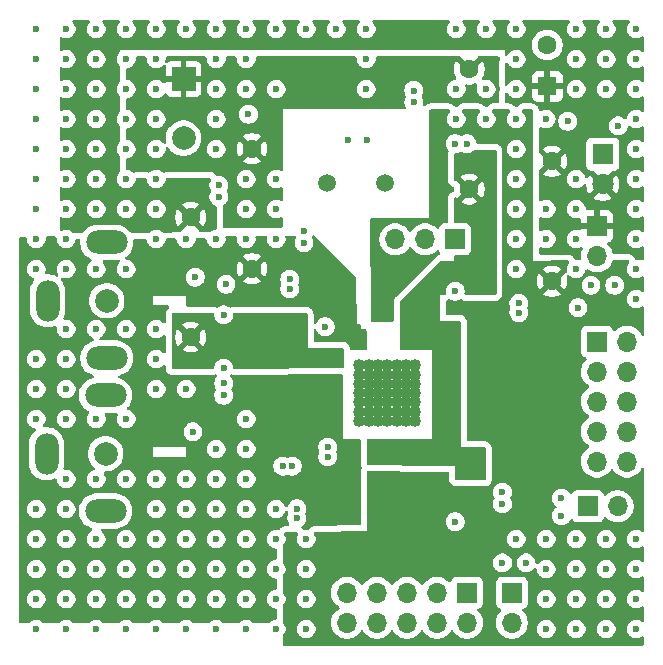
<source format=gbr>
%TF.GenerationSoftware,KiCad,Pcbnew,9.0.0*%
%TF.CreationDate,2025-03-16T19:50:11+02:00*%
%TF.ProjectId,TVP5147M1_decoder,54565035-3134-4374-9d31-5f6465636f64,rev?*%
%TF.SameCoordinates,Original*%
%TF.FileFunction,Copper,L3,Inr*%
%TF.FilePolarity,Positive*%
%FSLAX46Y46*%
G04 Gerber Fmt 4.6, Leading zero omitted, Abs format (unit mm)*
G04 Created by KiCad (PCBNEW 9.0.0) date 2025-03-16 19:50:11*
%MOMM*%
%LPD*%
G01*
G04 APERTURE LIST*
G04 Aperture macros list*
%AMRoundRect*
0 Rectangle with rounded corners*
0 $1 Rounding radius*
0 $2 $3 $4 $5 $6 $7 $8 $9 X,Y pos of 4 corners*
0 Add a 4 corners polygon primitive as box body*
4,1,4,$2,$3,$4,$5,$6,$7,$8,$9,$2,$3,0*
0 Add four circle primitives for the rounded corners*
1,1,$1+$1,$2,$3*
1,1,$1+$1,$4,$5*
1,1,$1+$1,$6,$7*
1,1,$1+$1,$8,$9*
0 Add four rect primitives between the rounded corners*
20,1,$1+$1,$2,$3,$4,$5,0*
20,1,$1+$1,$4,$5,$6,$7,0*
20,1,$1+$1,$6,$7,$8,$9,0*
20,1,$1+$1,$8,$9,$2,$3,0*%
G04 Aperture macros list end*
%TA.AperFunction,ComponentPad*%
%ADD10R,1.800000X1.800000*%
%TD*%
%TA.AperFunction,ComponentPad*%
%ADD11C,1.800000*%
%TD*%
%TA.AperFunction,ComponentPad*%
%ADD12C,1.600000*%
%TD*%
%TA.AperFunction,ComponentPad*%
%ADD13C,1.016000*%
%TD*%
%TA.AperFunction,ComponentPad*%
%ADD14C,2.000000*%
%TD*%
%TA.AperFunction,ComponentPad*%
%ADD15R,2.000000X2.000000*%
%TD*%
%TA.AperFunction,ComponentPad*%
%ADD16O,3.500000X2.000000*%
%TD*%
%TA.AperFunction,ComponentPad*%
%ADD17O,2.000000X3.500000*%
%TD*%
%TA.AperFunction,ComponentPad*%
%ADD18RoundRect,1.000000X0.000010X-0.000010X0.000010X0.000010X-0.000010X0.000010X-0.000010X-0.000010X0*%
%TD*%
%TA.AperFunction,ComponentPad*%
%ADD19O,1.700000X1.700000*%
%TD*%
%TA.AperFunction,ComponentPad*%
%ADD20R,1.700000X1.700000*%
%TD*%
%TA.AperFunction,ComponentPad*%
%ADD21R,1.600000X1.600000*%
%TD*%
%TA.AperFunction,ComponentPad*%
%ADD22C,1.500000*%
%TD*%
%TA.AperFunction,ViaPad*%
%ADD23C,0.600000*%
%TD*%
G04 APERTURE END LIST*
D10*
%TO.N,Net-(D1-Pad1)*%
%TO.C,D1*%
X143500000Y-71400000D03*
D11*
%TO.N,+3.3V*%
X143500000Y-73940000D03*
%TD*%
D12*
%TO.N,A1.8VDD*%
%TO.C,FB3*%
X113800000Y-81080000D03*
%TO.N,+1.8V*%
X113800000Y-70920000D03*
%TD*%
%TO.N,A3.3VDD*%
%TO.C,FB1*%
X108600000Y-86880000D03*
%TO.N,+3.3V*%
X108600000Y-76720000D03*
%TD*%
D13*
%TO.N,GND*%
%TO.C,U2*%
X127612199Y-93989549D03*
X127612199Y-93202149D03*
X127612199Y-92414749D03*
X127612199Y-91627349D03*
X127612199Y-90839949D03*
X127612199Y-90052549D03*
X127612199Y-89265149D03*
X126824799Y-93989549D03*
X126824799Y-93202149D03*
X126824799Y-92414749D03*
X126824799Y-91627349D03*
X126824799Y-90839949D03*
X126824799Y-90052549D03*
X126824799Y-89265149D03*
X126037399Y-93989549D03*
X126037399Y-93202149D03*
X126037399Y-92414749D03*
X126037399Y-91627349D03*
X126037399Y-90839949D03*
X126037399Y-90052549D03*
X126037399Y-89265149D03*
X125249999Y-93989549D03*
X125249999Y-93202149D03*
X125249999Y-92414749D03*
X125249999Y-91627349D03*
X125249999Y-90839949D03*
X125249999Y-90052549D03*
X125249999Y-89265149D03*
X124462599Y-93989549D03*
X124462599Y-93202149D03*
X124462599Y-92414749D03*
X124462599Y-91627349D03*
X124462599Y-90839949D03*
X124462599Y-90052549D03*
X124462599Y-89265149D03*
X123675199Y-93989549D03*
X123675199Y-93202149D03*
X123675199Y-92414749D03*
X123675199Y-91627349D03*
X123675199Y-90839949D03*
X123675199Y-90052549D03*
X123675199Y-89265149D03*
X122887799Y-93989549D03*
X122887799Y-93202149D03*
X122887799Y-92414749D03*
X122887799Y-91627349D03*
X122887799Y-90839949D03*
X122887799Y-90052549D03*
X122887799Y-89265149D03*
%TD*%
D12*
%TO.N,IO3.3VDD*%
%TO.C,FB2*%
X139200000Y-82160000D03*
%TO.N,+3.3V*%
X139200000Y-72000000D03*
%TD*%
D14*
%TO.N,GND*%
%TO.C,C10*%
X108000000Y-70032323D03*
D15*
%TO.N,+1.8V*%
X108000000Y-65032323D03*
%TD*%
D16*
%TO.N,GND*%
%TO.C,CVBS2*%
X101400000Y-91800000D03*
D17*
X96400000Y-96750000D03*
D16*
X101400000Y-101600000D03*
D18*
%TO.N,Net-(CVBS2-In)*%
X101400000Y-96750000D03*
%TD*%
D19*
%TO.N,VS{slash}VBLK*%
%TO.C,J6*%
X125920000Y-78600000D03*
%TO.N,HS{slash}CS*%
X128460000Y-78600000D03*
D20*
%TO.N,FID*%
X131000000Y-78600000D03*
%TD*%
D19*
%TO.N,GND*%
%TO.C,J5*%
X143000000Y-80040000D03*
D20*
%TO.N,+3.3V*%
X143000000Y-77500000D03*
%TD*%
D12*
%TO.N,GND*%
%TO.C,C5*%
X138800000Y-62152651D03*
D21*
%TO.N,+3.3V*%
X138800000Y-65652651D03*
%TD*%
D19*
%TO.N,Y9*%
%TO.C,J4*%
X145540000Y-97420000D03*
%TO.N,Y8*%
X143000000Y-97420000D03*
%TO.N,Y7*%
X145540000Y-94880000D03*
%TO.N,Y6*%
X143000000Y-94880000D03*
%TO.N,Y5*%
X145540000Y-92340000D03*
%TO.N,Y4*%
X143000000Y-92340000D03*
%TO.N,Y3*%
X145540000Y-89800000D03*
%TO.N,Y2*%
X143000000Y-89800000D03*
%TO.N,Y1*%
X145540000Y-87260000D03*
D20*
%TO.N,Y0*%
X143000000Y-87260000D03*
%TD*%
D19*
%TO.N,GND*%
%TO.C,J3*%
X144765000Y-101200000D03*
D20*
X142225000Y-101200000D03*
%TD*%
D19*
%TO.N,GND*%
%TO.C,J2*%
X135800000Y-111065000D03*
D20*
X135800000Y-108525000D03*
%TD*%
D22*
%TO.N,XTAL2*%
%TO.C,Y1*%
X120170000Y-73800000D03*
%TO.N,XTAL1*%
X125050000Y-73800000D03*
%TD*%
D16*
%TO.N,GND*%
%TO.C,CVBS1*%
X101500000Y-78850000D03*
D17*
X96500000Y-83800000D03*
D16*
X101500000Y-88650000D03*
D18*
%TO.N,Net-(CVBS1-In)*%
X101500000Y-83800000D03*
%TD*%
D19*
%TO.N,GND*%
%TO.C,J1*%
X121842000Y-111062000D03*
%TO.N,SCL*%
X121842000Y-108522000D03*
%TO.N,INTREQ*%
X124382000Y-111062000D03*
%TO.N,SDA*%
X124382000Y-108522000D03*
%TO.N,RESETB*%
X126922000Y-111062000D03*
%TO.N,PWDN*%
X126922000Y-108522000D03*
%TO.N,AVID*%
X129462000Y-111062000D03*
%TO.N,FSS*%
X129462000Y-108522000D03*
%TO.N,DATACLK*%
X132002000Y-111062000D03*
D20*
%TO.N,GLCO{slash}I2CA*%
X132002000Y-108522000D03*
%TD*%
D12*
%TO.N,D1.8VDD*%
%TO.C,FB4*%
X132200000Y-74360000D03*
%TO.N,+1.8V*%
X132200000Y-64200000D03*
%TD*%
D23*
%TO.N,XGND*%
X123547508Y-70200000D03*
X118200000Y-77900000D03*
X121892504Y-70200000D03*
%TO.N,D1.8VDD*%
X130200000Y-89400000D03*
X127500000Y-86800000D03*
X124800000Y-96600000D03*
X132262500Y-97200000D03*
%TO.N,A3.3VDD*%
X116000000Y-88500000D03*
X116000000Y-86000000D03*
%TO.N,A1.8VDD*%
X122807853Y-86028590D03*
X119800000Y-92537500D03*
X120400000Y-90762500D03*
X121400000Y-82400000D03*
X122000000Y-101500000D03*
X116800000Y-93437500D03*
X116000000Y-91200000D03*
%TO.N,+1.8V*%
X117000000Y-63600000D03*
X127500000Y-63600000D03*
%TO.N,IO3.3VDD*%
X133637500Y-92800000D03*
X124301000Y-103219825D03*
X130275000Y-100600000D03*
X138475000Y-84400000D03*
X131875000Y-84400000D03*
X123000000Y-106600000D03*
%TO.N,+3.3V*%
X127500000Y-61300000D03*
%TO.N,GND*%
X137000000Y-106000000D03*
X120200000Y-96200000D03*
X136400000Y-84800000D03*
X117600000Y-102200000D03*
X111000000Y-75000000D03*
X140000000Y-102000000D03*
X135000000Y-100000000D03*
X111400000Y-91800000D03*
X111400000Y-90800000D03*
X135000000Y-101000000D03*
X142500000Y-82500000D03*
X117000000Y-82800000D03*
X140525000Y-68600000D03*
X131000000Y-102500000D03*
X116400000Y-97800000D03*
X111400000Y-89500000D03*
X135000000Y-106000000D03*
X127500000Y-67000000D03*
X120000000Y-86000000D03*
X141400000Y-84400000D03*
X118200000Y-78900000D03*
X117200000Y-97800000D03*
X144500000Y-82500000D03*
X111400000Y-85000000D03*
X120200000Y-97000000D03*
X108800000Y-94900000D03*
X117600000Y-101400000D03*
X144800000Y-69000000D03*
X109000000Y-81800000D03*
X111000000Y-74000000D03*
X117000000Y-82000000D03*
X132000000Y-70500000D03*
X131000000Y-70500000D03*
X136400000Y-84000000D03*
X140000000Y-100500000D03*
X111600000Y-82400000D03*
X127500000Y-66000000D03*
X113500000Y-68000000D03*
X100595000Y-76031750D03*
X95515000Y-60791750D03*
X105675000Y-88731750D03*
X95515000Y-101431750D03*
X95515000Y-111591750D03*
X105675000Y-109051750D03*
X95515000Y-78571750D03*
X141235000Y-76031750D03*
X141235000Y-109051750D03*
X95515000Y-63331750D03*
X103135000Y-98891750D03*
X95515000Y-88731750D03*
X95515000Y-65871750D03*
X95515000Y-70951750D03*
X118375000Y-109051750D03*
X141235000Y-106511750D03*
X100595000Y-86191750D03*
X98055000Y-60791750D03*
X95515000Y-68411750D03*
X95515000Y-73491750D03*
X103135000Y-76031750D03*
X110755000Y-70951750D03*
X98055000Y-91271750D03*
X95515000Y-76031750D03*
X95515000Y-81111750D03*
X113295000Y-63331750D03*
X98055000Y-93811750D03*
X95515000Y-91271750D03*
X103135000Y-70951750D03*
X95515000Y-93811750D03*
X95515000Y-103971750D03*
X100595000Y-73491750D03*
X143775000Y-111591750D03*
X95515000Y-106511750D03*
X103135000Y-68411750D03*
X95515000Y-109051750D03*
X98055000Y-63331750D03*
X98055000Y-65871750D03*
X103135000Y-63331750D03*
X98055000Y-68411750D03*
X146315000Y-73491750D03*
X103135000Y-103971750D03*
X98055000Y-109051750D03*
X98055000Y-70951750D03*
X98055000Y-73491750D03*
X146315000Y-111591750D03*
X98055000Y-76031750D03*
X98055000Y-78571750D03*
X100595000Y-63331750D03*
X98055000Y-81111750D03*
X98055000Y-86191750D03*
X103135000Y-65871750D03*
X98055000Y-88731750D03*
X98055000Y-98891750D03*
X98055000Y-101431750D03*
X98055000Y-103971750D03*
X146315000Y-65871750D03*
X98055000Y-106511750D03*
X103135000Y-81111750D03*
X98055000Y-111591750D03*
X100595000Y-60791750D03*
X143775000Y-65871750D03*
X100595000Y-65871750D03*
X100595000Y-68411750D03*
X133615000Y-68411750D03*
X100595000Y-70951750D03*
X100595000Y-81111750D03*
X103135000Y-73491750D03*
X100595000Y-93811750D03*
X100595000Y-98891750D03*
X100595000Y-103971750D03*
X100595000Y-106511750D03*
X103135000Y-93811750D03*
X100595000Y-109051750D03*
X100595000Y-111591750D03*
X103135000Y-60791750D03*
X103135000Y-86191750D03*
X103135000Y-106511750D03*
X103135000Y-109051750D03*
X113295000Y-93811750D03*
X103135000Y-111591750D03*
X105675000Y-60791750D03*
X113295000Y-60791750D03*
X105675000Y-63331750D03*
X105675000Y-65871750D03*
X105675000Y-68411750D03*
X118375000Y-106511750D03*
X105675000Y-70951750D03*
X105675000Y-73491750D03*
X113295000Y-106511750D03*
X105675000Y-76031750D03*
X105675000Y-78571750D03*
X105675000Y-86191750D03*
X105675000Y-91271750D03*
X105675000Y-98891750D03*
X105675000Y-101431750D03*
X105675000Y-103971750D03*
X105675000Y-106511750D03*
X105675000Y-111591750D03*
X108215000Y-60791750D03*
X108215000Y-78571750D03*
X108215000Y-91271750D03*
X108215000Y-98891750D03*
X108215000Y-101431750D03*
X115835000Y-65871750D03*
X108215000Y-103971750D03*
X108215000Y-106511750D03*
X108215000Y-109051750D03*
X108215000Y-111591750D03*
X110755000Y-60791750D03*
X110755000Y-63331750D03*
X110755000Y-65871750D03*
X110755000Y-68411750D03*
X110755000Y-78571750D03*
X110755000Y-96351750D03*
X110755000Y-98891750D03*
X110755000Y-101431750D03*
X110755000Y-103971750D03*
X110755000Y-106511750D03*
X110755000Y-109051750D03*
X110755000Y-111591750D03*
X113295000Y-65871750D03*
X113295000Y-73491750D03*
X138695000Y-106511750D03*
X113295000Y-76031750D03*
X113295000Y-78571750D03*
X113295000Y-96351750D03*
X113295000Y-98891750D03*
X113295000Y-101431750D03*
X113295000Y-103971750D03*
X113295000Y-109051750D03*
X113295000Y-111591750D03*
X115835000Y-60791750D03*
X115835000Y-73491750D03*
X115835000Y-76031750D03*
X115835000Y-78571750D03*
X115835000Y-101431750D03*
X115835000Y-103971750D03*
X141235000Y-81111750D03*
X115835000Y-106511750D03*
X115835000Y-109051750D03*
X115835000Y-111591750D03*
X118375000Y-60791750D03*
X141235000Y-63331750D03*
X118375000Y-103971750D03*
X118375000Y-111591750D03*
X120915000Y-60791750D03*
X123455000Y-60791750D03*
X123455000Y-63331750D03*
X123455000Y-65871750D03*
X131075000Y-60791750D03*
X131075000Y-65871750D03*
X131075000Y-68411750D03*
X131000000Y-83000000D03*
X133615000Y-60791750D03*
X133615000Y-65871750D03*
X136155000Y-60791750D03*
X136155000Y-63331750D03*
X136155000Y-65871750D03*
X136155000Y-68411750D03*
X136155000Y-70951750D03*
X136155000Y-73491750D03*
X136155000Y-76031750D03*
X136155000Y-78571750D03*
X136155000Y-81111750D03*
X136155000Y-103971750D03*
X138695000Y-76031750D03*
X138695000Y-78571750D03*
X138695000Y-103971750D03*
X138695000Y-109051750D03*
X138695000Y-111591750D03*
X141235000Y-60791750D03*
X141235000Y-65871750D03*
X141235000Y-73491750D03*
X141235000Y-78571750D03*
X141235000Y-103971750D03*
X141235000Y-111591750D03*
X143775000Y-60791750D03*
X143775000Y-63331750D03*
X143775000Y-103971750D03*
X143775000Y-106511750D03*
X143775000Y-109051750D03*
X146315000Y-60791750D03*
X146315000Y-63331750D03*
X146315000Y-68411750D03*
X146315000Y-70951750D03*
X146315000Y-76031750D03*
X146315000Y-78571750D03*
X146315000Y-81111750D03*
X146315000Y-83651750D03*
X146315000Y-103971750D03*
X146315000Y-106511750D03*
X146315000Y-109051750D03*
X138695000Y-68411750D03*
%TD*%
%TA.AperFunction,Conductor*%
%TO.N,D1.8VDD*%
G36*
X134443039Y-71019685D02*
G01*
X134488794Y-71072489D01*
X134500000Y-71124000D01*
X134500000Y-83176000D01*
X134480315Y-83243039D01*
X134427511Y-83288794D01*
X134376000Y-83300000D01*
X131907603Y-83300000D01*
X131840564Y-83280315D01*
X131794809Y-83227511D01*
X131784865Y-83158353D01*
X131785986Y-83151808D01*
X131800500Y-83078844D01*
X131800500Y-82921155D01*
X131800499Y-82921153D01*
X131769738Y-82766510D01*
X131769737Y-82766503D01*
X131769735Y-82766498D01*
X131709397Y-82620827D01*
X131709390Y-82620814D01*
X131621789Y-82489711D01*
X131621786Y-82489707D01*
X131510292Y-82378213D01*
X131510288Y-82378210D01*
X131379185Y-82290609D01*
X131379172Y-82290602D01*
X131233501Y-82230264D01*
X131233489Y-82230261D01*
X131078845Y-82199500D01*
X131078842Y-82199500D01*
X130921158Y-82199500D01*
X130921155Y-82199500D01*
X130766510Y-82230261D01*
X130766498Y-82230264D01*
X130620827Y-82290602D01*
X130620814Y-82290609D01*
X130489711Y-82378210D01*
X130489707Y-82378213D01*
X130378213Y-82489707D01*
X130378210Y-82489711D01*
X130290609Y-82620814D01*
X130290602Y-82620827D01*
X130230264Y-82766498D01*
X130230261Y-82766510D01*
X130199500Y-82921153D01*
X130199500Y-82921158D01*
X130199500Y-83078842D01*
X130199500Y-83078844D01*
X130199499Y-83078844D01*
X130214014Y-83151808D01*
X130207787Y-83221399D01*
X130164925Y-83276577D01*
X130099035Y-83299822D01*
X130092397Y-83300000D01*
X129700000Y-83300000D01*
X129700000Y-85500000D01*
X131376000Y-85500000D01*
X131443039Y-85519685D01*
X131488794Y-85572489D01*
X131500000Y-85624000D01*
X131500000Y-89000000D01*
X131500000Y-92000000D01*
X131500000Y-96200000D01*
X133476000Y-96200000D01*
X133543039Y-96219685D01*
X133588794Y-96272489D01*
X133600000Y-96324000D01*
X133600000Y-98876000D01*
X133580315Y-98943039D01*
X133527511Y-98988794D01*
X133476000Y-99000000D01*
X131124000Y-99000000D01*
X131056961Y-98980315D01*
X131011206Y-98927511D01*
X131000000Y-98876000D01*
X131000000Y-97800000D01*
X126624000Y-97800000D01*
X126556961Y-97780315D01*
X126511206Y-97727511D01*
X126506672Y-97706672D01*
X126500000Y-97700000D01*
X123624000Y-97700000D01*
X123556961Y-97680315D01*
X123511206Y-97627511D01*
X123500000Y-97576000D01*
X123500000Y-95624000D01*
X123519685Y-95556961D01*
X123572489Y-95511206D01*
X123624000Y-95500000D01*
X129000000Y-95500000D01*
X129000000Y-88000000D01*
X126424000Y-88000000D01*
X126356961Y-87980315D01*
X126311206Y-87927511D01*
X126300000Y-87876000D01*
X126300000Y-83901362D01*
X126319685Y-83834323D01*
X126336319Y-83813681D01*
X129713681Y-80436319D01*
X129775004Y-80402834D01*
X129801362Y-80400000D01*
X130900000Y-80400000D01*
X130900000Y-80074499D01*
X130919685Y-80007460D01*
X130972489Y-79961705D01*
X131023997Y-79950499D01*
X131897872Y-79950499D01*
X131957483Y-79944091D01*
X132092331Y-79893796D01*
X132207546Y-79807546D01*
X132293796Y-79692331D01*
X132344091Y-79557483D01*
X132350500Y-79497873D01*
X132350499Y-77702128D01*
X132344091Y-77642517D01*
X132293796Y-77507669D01*
X132293795Y-77507668D01*
X132293793Y-77507664D01*
X132207547Y-77392455D01*
X132207544Y-77392452D01*
X132092335Y-77306206D01*
X132092328Y-77306202D01*
X131957482Y-77255908D01*
X131957483Y-77255908D01*
X131897883Y-77249501D01*
X131897881Y-77249500D01*
X131897873Y-77249500D01*
X131897865Y-77249500D01*
X131024000Y-77249500D01*
X130956961Y-77229815D01*
X130911206Y-77177011D01*
X130900000Y-77125500D01*
X130900000Y-75164030D01*
X130919685Y-75096991D01*
X130972489Y-75051236D01*
X131041647Y-75041292D01*
X131105203Y-75070317D01*
X131119447Y-75085837D01*
X131120524Y-75085922D01*
X131800000Y-74406446D01*
X131800000Y-74412661D01*
X131827259Y-74514394D01*
X131879920Y-74605606D01*
X131954394Y-74680080D01*
X132045606Y-74732741D01*
X132147339Y-74760000D01*
X132153553Y-74760000D01*
X131474076Y-75439474D01*
X131518650Y-75471859D01*
X131700968Y-75564755D01*
X131895582Y-75627990D01*
X132097683Y-75660000D01*
X132302317Y-75660000D01*
X132504417Y-75627990D01*
X132699031Y-75564755D01*
X132881349Y-75471859D01*
X132925921Y-75439474D01*
X132246447Y-74760000D01*
X132252661Y-74760000D01*
X132354394Y-74732741D01*
X132445606Y-74680080D01*
X132520080Y-74605606D01*
X132572741Y-74514394D01*
X132600000Y-74412661D01*
X132600000Y-74406447D01*
X133279474Y-75085921D01*
X133311859Y-75041349D01*
X133404755Y-74859031D01*
X133467990Y-74664417D01*
X133500000Y-74462317D01*
X133500000Y-74257682D01*
X133467990Y-74055582D01*
X133404755Y-73860968D01*
X133311859Y-73678650D01*
X133279474Y-73634077D01*
X133279474Y-73634076D01*
X132600000Y-74313551D01*
X132600000Y-74307339D01*
X132572741Y-74205606D01*
X132520080Y-74114394D01*
X132445606Y-74039920D01*
X132354394Y-73987259D01*
X132252661Y-73960000D01*
X132246446Y-73960000D01*
X132925922Y-73280524D01*
X132925921Y-73280523D01*
X132881359Y-73248147D01*
X132881350Y-73248141D01*
X132699031Y-73155244D01*
X132504417Y-73092009D01*
X132302317Y-73060000D01*
X132097683Y-73060000D01*
X131895582Y-73092009D01*
X131700968Y-73155244D01*
X131518644Y-73248143D01*
X131474077Y-73280523D01*
X131474077Y-73280524D01*
X132153554Y-73960000D01*
X132147339Y-73960000D01*
X132045606Y-73987259D01*
X131954394Y-74039920D01*
X131879920Y-74114394D01*
X131827259Y-74205606D01*
X131800000Y-74307339D01*
X131800000Y-74313553D01*
X131120524Y-73634077D01*
X131117203Y-73634338D01*
X131099340Y-73648113D01*
X131075511Y-73668762D01*
X131071887Y-73669282D01*
X131068988Y-73671519D01*
X131037569Y-73674217D01*
X131006353Y-73678706D01*
X131003021Y-73677184D01*
X130999375Y-73677498D01*
X130971491Y-73662785D01*
X130942797Y-73649681D01*
X130940816Y-73646599D01*
X130937580Y-73644892D01*
X130922076Y-73617438D01*
X130905023Y-73590903D01*
X130904316Y-73585990D01*
X130903223Y-73584054D01*
X130900000Y-73555968D01*
X130900000Y-71424500D01*
X130919685Y-71357461D01*
X130972489Y-71311706D01*
X131024000Y-71300500D01*
X131078844Y-71300500D01*
X131078845Y-71300499D01*
X131233497Y-71269737D01*
X131379179Y-71209394D01*
X131431110Y-71174694D01*
X131497785Y-71153816D01*
X131565165Y-71172300D01*
X131568863Y-71174676D01*
X131620821Y-71209394D01*
X131620823Y-71209395D01*
X131620825Y-71209396D01*
X131766498Y-71269735D01*
X131766503Y-71269737D01*
X131921153Y-71300499D01*
X131921156Y-71300500D01*
X131921158Y-71300500D01*
X132078844Y-71300500D01*
X132078845Y-71300499D01*
X132233497Y-71269737D01*
X132379179Y-71209394D01*
X132510289Y-71121789D01*
X132510292Y-71121786D01*
X132595760Y-71036319D01*
X132657083Y-71002834D01*
X132683441Y-71000000D01*
X134376000Y-71000000D01*
X134443039Y-71019685D01*
G37*
%TD.AperFunction*%
%TD*%
%TA.AperFunction,Conductor*%
%TO.N,A1.8VDD*%
G36*
X119095305Y-78292009D02*
G01*
X119115874Y-78308434D01*
X122607789Y-81764052D01*
X122641594Y-81825199D01*
X122644562Y-81851103D01*
X122682681Y-86199999D01*
X122682682Y-86200000D01*
X123376149Y-86200000D01*
X123443188Y-86219685D01*
X123488943Y-86272489D01*
X123500149Y-86324011D01*
X123500011Y-87876011D01*
X123480320Y-87943049D01*
X123427512Y-87988799D01*
X123376011Y-88000000D01*
X122223289Y-88000000D01*
X122156250Y-87980315D01*
X122110495Y-87927511D01*
X122100011Y-87889362D01*
X122092398Y-87819127D01*
X122092072Y-87816115D01*
X122080866Y-87764747D01*
X122076202Y-87750747D01*
X122046800Y-87662495D01*
X121969015Y-87541462D01*
X121969012Y-87541457D01*
X121969007Y-87541451D01*
X121923263Y-87488659D01*
X121923259Y-87488656D01*
X121923257Y-87488653D01*
X121814523Y-87394433D01*
X121814520Y-87394431D01*
X121814518Y-87394430D01*
X121683652Y-87334664D01*
X121683647Y-87334662D01*
X121683646Y-87334662D01*
X121616607Y-87314977D01*
X121616609Y-87314977D01*
X121616604Y-87314976D01*
X121569131Y-87308150D01*
X121474187Y-87294500D01*
X121474185Y-87294500D01*
X119129500Y-87294500D01*
X119062461Y-87274815D01*
X119016706Y-87222011D01*
X119005500Y-87170500D01*
X119005500Y-86314261D01*
X119025185Y-86247222D01*
X119077989Y-86201467D01*
X119147147Y-86191523D01*
X119210703Y-86220548D01*
X119244061Y-86266809D01*
X119290602Y-86379172D01*
X119290609Y-86379185D01*
X119378210Y-86510288D01*
X119378213Y-86510292D01*
X119489707Y-86621786D01*
X119489711Y-86621789D01*
X119620814Y-86709390D01*
X119620827Y-86709397D01*
X119766498Y-86769735D01*
X119766503Y-86769737D01*
X119892729Y-86794845D01*
X119921153Y-86800499D01*
X119921156Y-86800500D01*
X119921158Y-86800500D01*
X120078844Y-86800500D01*
X120078845Y-86800499D01*
X120233497Y-86769737D01*
X120346166Y-86723067D01*
X120379172Y-86709397D01*
X120379172Y-86709396D01*
X120379179Y-86709394D01*
X120510289Y-86621789D01*
X120621789Y-86510289D01*
X120709394Y-86379179D01*
X120769737Y-86233497D01*
X120800500Y-86078842D01*
X120800500Y-85921158D01*
X120800500Y-85921155D01*
X120800499Y-85921153D01*
X120783032Y-85833342D01*
X120769737Y-85766503D01*
X120759274Y-85741243D01*
X120709397Y-85620827D01*
X120709390Y-85620814D01*
X120621789Y-85489711D01*
X120621786Y-85489707D01*
X120510292Y-85378213D01*
X120510288Y-85378210D01*
X120379185Y-85290609D01*
X120379172Y-85290602D01*
X120233501Y-85230264D01*
X120233489Y-85230261D01*
X120078845Y-85199500D01*
X120078842Y-85199500D01*
X119921158Y-85199500D01*
X119921155Y-85199500D01*
X119766510Y-85230261D01*
X119766498Y-85230264D01*
X119620827Y-85290602D01*
X119620814Y-85290609D01*
X119489711Y-85378210D01*
X119489707Y-85378213D01*
X119378213Y-85489707D01*
X119378210Y-85489711D01*
X119290609Y-85620814D01*
X119290602Y-85620827D01*
X119244061Y-85733190D01*
X119200220Y-85787594D01*
X119133926Y-85809659D01*
X119066227Y-85792380D01*
X119018616Y-85741243D01*
X119005500Y-85685738D01*
X119005500Y-84924010D01*
X119005500Y-84924000D01*
X118993947Y-84816544D01*
X118982741Y-84765033D01*
X118982637Y-84764722D01*
X118948616Y-84662502D01*
X118948613Y-84662496D01*
X118927175Y-84629138D01*
X118870825Y-84541457D01*
X118869333Y-84539735D01*
X118825076Y-84488659D01*
X118825072Y-84488656D01*
X118825070Y-84488653D01*
X118716336Y-84394433D01*
X118716333Y-84394431D01*
X118716331Y-84394430D01*
X118585465Y-84334664D01*
X118585460Y-84334662D01*
X118585459Y-84334662D01*
X118518420Y-84314977D01*
X118518422Y-84314977D01*
X118518417Y-84314976D01*
X118456347Y-84306052D01*
X118376000Y-84294500D01*
X112324500Y-84294500D01*
X112324491Y-84294500D01*
X112324490Y-84294501D01*
X112217049Y-84306052D01*
X112217037Y-84306054D01*
X112165527Y-84317260D01*
X112062998Y-84351385D01*
X112062996Y-84351386D01*
X112033053Y-84370629D01*
X111966013Y-84390312D01*
X111898974Y-84370626D01*
X111897125Y-84369414D01*
X111779185Y-84290609D01*
X111779172Y-84290602D01*
X111633501Y-84230264D01*
X111633489Y-84230261D01*
X111478845Y-84199500D01*
X111478842Y-84199500D01*
X111321158Y-84199500D01*
X111321155Y-84199500D01*
X111166510Y-84230261D01*
X111166498Y-84230264D01*
X111020827Y-84290602D01*
X111020816Y-84290608D01*
X110902794Y-84369468D01*
X110836117Y-84390345D01*
X110782391Y-84379159D01*
X110780315Y-84378211D01*
X110721579Y-84351386D01*
X110684962Y-84334663D01*
X110617917Y-84314976D01*
X110555847Y-84306052D01*
X110475500Y-84294500D01*
X108324000Y-84294500D01*
X108256961Y-84274815D01*
X108211206Y-84222011D01*
X108200000Y-84170500D01*
X108200000Y-83400000D01*
X105400000Y-83400000D01*
X105400000Y-84200000D01*
X106675754Y-84200000D01*
X106742793Y-84219685D01*
X106788548Y-84272489D01*
X106798492Y-84341647D01*
X106769467Y-84405203D01*
X106744951Y-84426445D01*
X106745006Y-84426518D01*
X106743988Y-84427280D01*
X106742796Y-84428313D01*
X106741470Y-84429164D01*
X106741451Y-84429179D01*
X106688659Y-84474923D01*
X106594433Y-84583664D01*
X106594430Y-84583668D01*
X106534664Y-84714534D01*
X106514976Y-84781582D01*
X106503033Y-84864649D01*
X106494502Y-84923990D01*
X106494500Y-84924001D01*
X106494500Y-85579809D01*
X106474815Y-85646848D01*
X106422011Y-85692603D01*
X106352853Y-85702547D01*
X106289297Y-85673522D01*
X106282819Y-85667490D01*
X106185292Y-85569963D01*
X106185288Y-85569960D01*
X106054185Y-85482359D01*
X106054172Y-85482352D01*
X105908501Y-85422014D01*
X105908489Y-85422011D01*
X105753845Y-85391250D01*
X105753842Y-85391250D01*
X105596158Y-85391250D01*
X105596155Y-85391250D01*
X105441510Y-85422011D01*
X105441498Y-85422014D01*
X105295827Y-85482352D01*
X105295814Y-85482359D01*
X105164711Y-85569960D01*
X105164707Y-85569963D01*
X105053213Y-85681457D01*
X105053210Y-85681461D01*
X104965609Y-85812564D01*
X104965602Y-85812577D01*
X104905264Y-85958248D01*
X104905261Y-85958260D01*
X104874500Y-86112903D01*
X104874500Y-86270596D01*
X104905261Y-86425239D01*
X104905264Y-86425251D01*
X104965602Y-86570922D01*
X104965609Y-86570935D01*
X105053210Y-86702038D01*
X105053213Y-86702042D01*
X105164707Y-86813536D01*
X105164711Y-86813539D01*
X105295814Y-86901140D01*
X105295827Y-86901147D01*
X105400002Y-86944297D01*
X105441503Y-86961487D01*
X105596153Y-86992249D01*
X105596156Y-86992250D01*
X105596158Y-86992250D01*
X105753844Y-86992250D01*
X105753845Y-86992249D01*
X105908497Y-86961487D01*
X106054179Y-86901144D01*
X106185289Y-86813539D01*
X106229093Y-86769735D01*
X106282819Y-86716010D01*
X106344142Y-86682525D01*
X106413834Y-86687509D01*
X106469767Y-86729381D01*
X106494184Y-86794845D01*
X106494500Y-86803691D01*
X106494500Y-88119809D01*
X106474815Y-88186848D01*
X106422011Y-88232603D01*
X106352853Y-88242547D01*
X106289297Y-88213522D01*
X106282819Y-88207490D01*
X106185292Y-88109963D01*
X106185288Y-88109960D01*
X106054185Y-88022359D01*
X106054172Y-88022352D01*
X105908501Y-87962014D01*
X105908489Y-87962011D01*
X105753845Y-87931250D01*
X105753842Y-87931250D01*
X105596158Y-87931250D01*
X105596155Y-87931250D01*
X105441510Y-87962011D01*
X105441498Y-87962014D01*
X105295827Y-88022352D01*
X105295814Y-88022359D01*
X105164711Y-88109960D01*
X105164707Y-88109963D01*
X105053213Y-88221457D01*
X105053210Y-88221461D01*
X104965609Y-88352564D01*
X104965602Y-88352577D01*
X104905264Y-88498248D01*
X104905261Y-88498260D01*
X104874500Y-88652903D01*
X104874500Y-88810596D01*
X104905261Y-88965239D01*
X104905264Y-88965251D01*
X104965602Y-89110922D01*
X104965609Y-89110935D01*
X105053210Y-89242038D01*
X105053213Y-89242042D01*
X105164707Y-89353536D01*
X105164711Y-89353539D01*
X105295814Y-89441140D01*
X105295827Y-89441147D01*
X105379073Y-89475628D01*
X105441503Y-89501487D01*
X105596153Y-89532249D01*
X105596156Y-89532250D01*
X105596158Y-89532250D01*
X105753844Y-89532250D01*
X105753845Y-89532249D01*
X105908497Y-89501487D01*
X106054179Y-89441144D01*
X106185289Y-89353539D01*
X106203983Y-89334845D01*
X106282819Y-89256010D01*
X106344142Y-89222525D01*
X106413834Y-89227509D01*
X106469767Y-89269381D01*
X106494184Y-89334845D01*
X106494500Y-89343691D01*
X106494500Y-89475147D01*
X106503695Y-89559318D01*
X106506424Y-89584297D01*
X106517982Y-89636566D01*
X106517986Y-89636581D01*
X106553192Y-89740570D01*
X106631810Y-89861076D01*
X106631814Y-89861081D01*
X106677925Y-89913563D01*
X106787298Y-90007032D01*
X106787305Y-90007036D01*
X106918576Y-90065903D01*
X106918580Y-90065903D01*
X106918585Y-90065906D01*
X106984541Y-90084783D01*
X106985672Y-90085120D01*
X106985758Y-90085131D01*
X106985759Y-90085132D01*
X107128311Y-90104632D01*
X110479811Y-90081676D01*
X110585495Y-90069764D01*
X110636157Y-90058561D01*
X110697626Y-90037984D01*
X110767446Y-90035371D01*
X110827596Y-90070921D01*
X110858978Y-90133346D01*
X110851628Y-90202828D01*
X110824668Y-90243252D01*
X110778214Y-90289706D01*
X110778210Y-90289711D01*
X110690609Y-90420814D01*
X110690602Y-90420827D01*
X110630264Y-90566498D01*
X110630261Y-90566510D01*
X110599500Y-90721153D01*
X110599500Y-90878846D01*
X110630261Y-91033489D01*
X110630264Y-91033501D01*
X110690602Y-91179172D01*
X110690609Y-91179185D01*
X110725304Y-91231109D01*
X110746182Y-91297786D01*
X110727698Y-91365167D01*
X110725304Y-91368891D01*
X110690609Y-91420814D01*
X110690602Y-91420827D01*
X110630264Y-91566498D01*
X110630261Y-91566510D01*
X110599500Y-91721153D01*
X110599500Y-91878846D01*
X110630261Y-92033489D01*
X110630264Y-92033501D01*
X110690602Y-92179172D01*
X110690609Y-92179185D01*
X110778210Y-92310288D01*
X110778213Y-92310292D01*
X110889707Y-92421786D01*
X110889711Y-92421789D01*
X111020814Y-92509390D01*
X111020827Y-92509397D01*
X111122933Y-92551690D01*
X111166503Y-92569737D01*
X111321153Y-92600499D01*
X111321156Y-92600500D01*
X111321158Y-92600500D01*
X111478844Y-92600500D01*
X111478845Y-92600499D01*
X111633497Y-92569737D01*
X111746166Y-92523067D01*
X111779172Y-92509397D01*
X111779172Y-92509396D01*
X111779179Y-92509394D01*
X111910289Y-92421789D01*
X112021789Y-92310289D01*
X112109394Y-92179179D01*
X112169737Y-92033497D01*
X112200500Y-91878842D01*
X112200500Y-91721158D01*
X112200500Y-91721155D01*
X112200499Y-91721153D01*
X112169738Y-91566510D01*
X112169737Y-91566503D01*
X112120912Y-91448627D01*
X112109396Y-91420825D01*
X112109394Y-91420822D01*
X112109394Y-91420821D01*
X112074694Y-91368889D01*
X112053816Y-91302215D01*
X112072300Y-91234835D01*
X112074676Y-91231136D01*
X112109394Y-91179179D01*
X112169737Y-91033497D01*
X112200500Y-90878842D01*
X112200500Y-90721158D01*
X112200500Y-90721155D01*
X112200499Y-90721153D01*
X112174811Y-90592014D01*
X112169737Y-90566503D01*
X112162025Y-90547885D01*
X112109397Y-90420827D01*
X112109390Y-90420814D01*
X112021789Y-90289711D01*
X112021786Y-90289707D01*
X111969759Y-90237680D01*
X111965418Y-90229731D01*
X111958168Y-90224303D01*
X111948935Y-90199543D01*
X111936274Y-90176357D01*
X111936919Y-90167324D01*
X111933755Y-90158837D01*
X111939373Y-90133019D01*
X111941258Y-90106665D01*
X111947079Y-90097607D01*
X111948612Y-90090565D01*
X111969758Y-90062319D01*
X111977678Y-90054399D01*
X112039002Y-90020920D01*
X112108693Y-90025909D01*
X112116087Y-90028942D01*
X112119082Y-90030285D01*
X112119084Y-90030285D01*
X112119085Y-90030286D01*
X112185041Y-90049163D01*
X112186172Y-90049500D01*
X112186258Y-90049511D01*
X112186259Y-90049512D01*
X112328811Y-90069012D01*
X121375152Y-90007051D01*
X121442323Y-90026276D01*
X121488439Y-90078765D01*
X121500000Y-90131048D01*
X121500000Y-95500000D01*
X122870500Y-95500000D01*
X122937539Y-95519685D01*
X122983294Y-95572489D01*
X122994500Y-95624000D01*
X122994500Y-97576000D01*
X122994501Y-97576009D01*
X123006052Y-97683450D01*
X123006054Y-97683462D01*
X123017260Y-97734972D01*
X123051383Y-97837497D01*
X123051386Y-97837503D01*
X123060301Y-97851375D01*
X123077953Y-97878842D01*
X123080433Y-97882700D01*
X123100118Y-97949740D01*
X123088912Y-98001252D01*
X123034664Y-98120034D01*
X123014976Y-98187082D01*
X122994500Y-98329501D01*
X122994500Y-102679302D01*
X122974815Y-102746341D01*
X122922011Y-102792096D01*
X122872246Y-102803290D01*
X119152862Y-102855676D01*
X119152843Y-102855678D01*
X119044654Y-102868958D01*
X119044633Y-102868961D01*
X118992894Y-102881086D01*
X118992865Y-102881094D01*
X118890050Y-102917257D01*
X118770413Y-102997195D01*
X118718439Y-103043881D01*
X118718436Y-103043884D01*
X118667428Y-103104918D01*
X118636629Y-103141771D01*
X118578534Y-103180588D01*
X118517291Y-103183870D01*
X118453846Y-103171250D01*
X118453842Y-103171250D01*
X118296158Y-103171250D01*
X118296153Y-103171250D01*
X118202669Y-103189845D01*
X118189115Y-103188632D01*
X118175982Y-103192203D01*
X118154995Y-103185579D01*
X118133077Y-103183618D01*
X118120904Y-103174819D01*
X118109352Y-103171173D01*
X118092740Y-103154460D01*
X118083150Y-103147528D01*
X118078840Y-103142347D01*
X118062711Y-103118010D01*
X118016217Y-103065856D01*
X118012855Y-103063024D01*
X118006762Y-103055700D01*
X117995391Y-103029413D01*
X117981307Y-103004464D01*
X117981692Y-102997746D01*
X117979022Y-102991573D01*
X117983668Y-102963307D01*
X117985309Y-102934709D01*
X117989263Y-102929267D01*
X117990355Y-102922629D01*
X118009544Y-102901363D01*
X118026387Y-102878190D01*
X118033174Y-102873315D01*
X118110289Y-102821789D01*
X118221789Y-102710289D01*
X118309394Y-102579179D01*
X118310085Y-102577512D01*
X118369735Y-102433501D01*
X118369737Y-102433497D01*
X118400500Y-102278842D01*
X118400500Y-102121158D01*
X118400500Y-102121155D01*
X118400499Y-102121153D01*
X118393517Y-102086051D01*
X118369737Y-101966503D01*
X118324788Y-101857985D01*
X118320425Y-101847452D01*
X118312956Y-101777983D01*
X118320425Y-101752548D01*
X118356589Y-101665239D01*
X118369737Y-101633497D01*
X118400500Y-101478842D01*
X118400500Y-101321158D01*
X118400500Y-101321155D01*
X118400499Y-101321153D01*
X118393042Y-101283663D01*
X118369737Y-101166503D01*
X118369735Y-101166498D01*
X118309397Y-101020827D01*
X118309390Y-101020814D01*
X118221789Y-100889711D01*
X118221786Y-100889707D01*
X118110292Y-100778213D01*
X118110288Y-100778210D01*
X117979185Y-100690609D01*
X117979172Y-100690602D01*
X117833501Y-100630264D01*
X117833489Y-100630261D01*
X117678845Y-100599500D01*
X117678842Y-100599500D01*
X117521158Y-100599500D01*
X117521155Y-100599500D01*
X117366510Y-100630261D01*
X117366498Y-100630264D01*
X117220827Y-100690602D01*
X117220814Y-100690609D01*
X117089711Y-100778210D01*
X117089707Y-100778213D01*
X116978213Y-100889707D01*
X116978210Y-100889711D01*
X116890609Y-101020814D01*
X116890602Y-101020827D01*
X116830262Y-101166502D01*
X116829959Y-101167504D01*
X116829657Y-101167963D01*
X116827932Y-101172130D01*
X116827141Y-101171802D01*
X116791655Y-101225938D01*
X116727840Y-101254388D01*
X116658774Y-101243821D01*
X116606385Y-101197591D01*
X116596741Y-101178948D01*
X116544397Y-101052577D01*
X116544390Y-101052564D01*
X116456789Y-100921461D01*
X116456786Y-100921457D01*
X116345292Y-100809963D01*
X116345288Y-100809960D01*
X116214185Y-100722359D01*
X116214172Y-100722352D01*
X116068501Y-100662014D01*
X116068489Y-100662011D01*
X115913845Y-100631250D01*
X115913842Y-100631250D01*
X115756158Y-100631250D01*
X115756155Y-100631250D01*
X115601510Y-100662011D01*
X115601498Y-100662014D01*
X115455827Y-100722352D01*
X115455814Y-100722359D01*
X115324711Y-100809960D01*
X115324707Y-100809963D01*
X115213213Y-100921457D01*
X115213210Y-100921461D01*
X115125609Y-101052564D01*
X115125602Y-101052577D01*
X115065264Y-101198248D01*
X115065261Y-101198260D01*
X115034500Y-101352903D01*
X115034500Y-101510596D01*
X115065261Y-101665239D01*
X115065264Y-101665251D01*
X115125602Y-101810922D01*
X115125609Y-101810935D01*
X115213210Y-101942038D01*
X115213213Y-101942042D01*
X115324707Y-102053536D01*
X115324711Y-102053539D01*
X115455814Y-102141140D01*
X115455827Y-102141147D01*
X115569065Y-102188051D01*
X115601503Y-102201487D01*
X115740513Y-102229138D01*
X115756153Y-102232249D01*
X115756156Y-102232250D01*
X115756158Y-102232250D01*
X115913844Y-102232250D01*
X115913845Y-102232249D01*
X116068497Y-102201487D01*
X116214179Y-102141144D01*
X116345289Y-102053539D01*
X116456789Y-101942039D01*
X116544394Y-101810929D01*
X116549136Y-101799482D01*
X116558041Y-101777983D01*
X116604737Y-101665247D01*
X116604740Y-101665227D01*
X116605032Y-101664270D01*
X116605330Y-101663813D01*
X116607068Y-101659620D01*
X116607862Y-101659949D01*
X116620395Y-101640821D01*
X116632943Y-101615755D01*
X116639282Y-101611993D01*
X116643323Y-101605827D01*
X116668927Y-101594405D01*
X116693032Y-101580104D01*
X116700397Y-101580367D01*
X116707132Y-101577363D01*
X116734846Y-101581597D01*
X116762857Y-101582598D01*
X116768912Y-101586802D01*
X116776201Y-101587916D01*
X116797224Y-101606460D01*
X116820249Y-101622447D01*
X116825629Y-101631515D01*
X116828599Y-101634135D01*
X116838258Y-101652800D01*
X116879574Y-101752548D01*
X116887043Y-101822018D01*
X116879574Y-101847452D01*
X116830264Y-101966498D01*
X116830261Y-101966510D01*
X116799500Y-102121153D01*
X116799500Y-102278846D01*
X116830261Y-102433489D01*
X116830264Y-102433501D01*
X116890602Y-102579172D01*
X116890609Y-102579185D01*
X116967993Y-102694997D01*
X116988871Y-102761674D01*
X116970387Y-102829055D01*
X116918408Y-102875745D01*
X116866638Y-102887876D01*
X116636545Y-102891117D01*
X116528329Y-102904400D01*
X116476563Y-102916531D01*
X116373713Y-102952708D01*
X116373712Y-102952708D01*
X116373711Y-102952709D01*
X116357851Y-102963307D01*
X116254076Y-103032650D01*
X116202106Y-103079335D01*
X116142334Y-103150860D01*
X116084240Y-103189678D01*
X116022994Y-103192961D01*
X115913846Y-103171250D01*
X115913842Y-103171250D01*
X115756158Y-103171250D01*
X115756155Y-103171250D01*
X115601510Y-103202011D01*
X115601498Y-103202014D01*
X115455827Y-103262352D01*
X115455814Y-103262359D01*
X115324711Y-103349960D01*
X115324707Y-103349963D01*
X115213213Y-103461457D01*
X115213210Y-103461461D01*
X115125609Y-103592564D01*
X115125602Y-103592577D01*
X115065264Y-103738248D01*
X115065261Y-103738260D01*
X115034500Y-103892903D01*
X115034500Y-104050596D01*
X115065261Y-104205239D01*
X115065264Y-104205251D01*
X115125602Y-104350922D01*
X115125609Y-104350935D01*
X115213210Y-104482038D01*
X115213213Y-104482042D01*
X115324707Y-104593536D01*
X115324711Y-104593539D01*
X115455814Y-104681140D01*
X115455827Y-104681147D01*
X115601498Y-104741485D01*
X115601503Y-104741487D01*
X115756153Y-104772249D01*
X115756156Y-104772250D01*
X115756158Y-104772250D01*
X115770500Y-104772250D01*
X115837539Y-104791935D01*
X115883294Y-104844739D01*
X115894500Y-104896250D01*
X115894500Y-105587250D01*
X115874815Y-105654289D01*
X115822011Y-105700044D01*
X115770500Y-105711250D01*
X115756155Y-105711250D01*
X115601510Y-105742011D01*
X115601498Y-105742014D01*
X115455827Y-105802352D01*
X115455814Y-105802359D01*
X115324711Y-105889960D01*
X115324707Y-105889963D01*
X115213213Y-106001457D01*
X115213210Y-106001461D01*
X115125609Y-106132564D01*
X115125602Y-106132577D01*
X115065264Y-106278248D01*
X115065261Y-106278260D01*
X115034500Y-106432903D01*
X115034500Y-106590596D01*
X115065261Y-106745239D01*
X115065264Y-106745251D01*
X115125602Y-106890922D01*
X115125609Y-106890935D01*
X115213210Y-107022038D01*
X115213213Y-107022042D01*
X115324707Y-107133536D01*
X115324711Y-107133539D01*
X115455814Y-107221140D01*
X115455827Y-107221147D01*
X115601498Y-107281485D01*
X115601503Y-107281487D01*
X115756153Y-107312249D01*
X115756156Y-107312250D01*
X115756158Y-107312250D01*
X115770500Y-107312250D01*
X115837539Y-107331935D01*
X115883294Y-107384739D01*
X115894500Y-107436250D01*
X115894500Y-108127250D01*
X115874815Y-108194289D01*
X115822011Y-108240044D01*
X115770500Y-108251250D01*
X115756155Y-108251250D01*
X115601510Y-108282011D01*
X115601498Y-108282014D01*
X115455827Y-108342352D01*
X115455814Y-108342359D01*
X115324711Y-108429960D01*
X115324707Y-108429963D01*
X115213213Y-108541457D01*
X115213210Y-108541461D01*
X115125609Y-108672564D01*
X115125602Y-108672577D01*
X115065264Y-108818248D01*
X115065261Y-108818260D01*
X115034500Y-108972903D01*
X115034500Y-109130596D01*
X115065261Y-109285239D01*
X115065264Y-109285251D01*
X115125602Y-109430922D01*
X115125609Y-109430935D01*
X115213210Y-109562038D01*
X115213213Y-109562042D01*
X115324707Y-109673536D01*
X115324711Y-109673539D01*
X115455814Y-109761140D01*
X115455827Y-109761147D01*
X115595429Y-109818971D01*
X115601503Y-109821487D01*
X115756153Y-109852249D01*
X115756156Y-109852250D01*
X115756158Y-109852250D01*
X115770500Y-109852250D01*
X115837539Y-109871935D01*
X115883294Y-109924739D01*
X115894500Y-109976250D01*
X115894500Y-110667250D01*
X115874815Y-110734289D01*
X115822011Y-110780044D01*
X115770500Y-110791250D01*
X115756155Y-110791250D01*
X115601510Y-110822011D01*
X115601498Y-110822014D01*
X115455827Y-110882352D01*
X115455814Y-110882359D01*
X115324712Y-110969959D01*
X115299178Y-110995494D01*
X115230989Y-111063682D01*
X115169669Y-111097166D01*
X115143310Y-111100000D01*
X113986690Y-111100000D01*
X113919651Y-111080315D01*
X113899013Y-111063685D01*
X113805289Y-110969961D01*
X113805288Y-110969960D01*
X113805287Y-110969959D01*
X113674185Y-110882359D01*
X113674172Y-110882352D01*
X113528501Y-110822014D01*
X113528489Y-110822011D01*
X113373845Y-110791250D01*
X113373842Y-110791250D01*
X113216158Y-110791250D01*
X113216155Y-110791250D01*
X113061510Y-110822011D01*
X113061498Y-110822014D01*
X112915827Y-110882352D01*
X112915814Y-110882359D01*
X112784712Y-110969959D01*
X112759178Y-110995494D01*
X112690989Y-111063682D01*
X112629669Y-111097166D01*
X112603310Y-111100000D01*
X111446690Y-111100000D01*
X111379651Y-111080315D01*
X111359013Y-111063685D01*
X111265289Y-110969961D01*
X111265288Y-110969960D01*
X111265287Y-110969959D01*
X111134185Y-110882359D01*
X111134172Y-110882352D01*
X110988501Y-110822014D01*
X110988489Y-110822011D01*
X110833845Y-110791250D01*
X110833842Y-110791250D01*
X110676158Y-110791250D01*
X110676155Y-110791250D01*
X110521510Y-110822011D01*
X110521498Y-110822014D01*
X110375827Y-110882352D01*
X110375814Y-110882359D01*
X110244712Y-110969959D01*
X110219178Y-110995494D01*
X110150989Y-111063682D01*
X110089669Y-111097166D01*
X110063310Y-111100000D01*
X108906690Y-111100000D01*
X108839651Y-111080315D01*
X108819013Y-111063685D01*
X108725289Y-110969961D01*
X108725288Y-110969960D01*
X108725287Y-110969959D01*
X108594185Y-110882359D01*
X108594172Y-110882352D01*
X108448501Y-110822014D01*
X108448489Y-110822011D01*
X108293845Y-110791250D01*
X108293842Y-110791250D01*
X108136158Y-110791250D01*
X108136155Y-110791250D01*
X107981510Y-110822011D01*
X107981498Y-110822014D01*
X107835827Y-110882352D01*
X107835814Y-110882359D01*
X107704712Y-110969959D01*
X107679178Y-110995494D01*
X107610989Y-111063682D01*
X107549669Y-111097166D01*
X107523310Y-111100000D01*
X106366690Y-111100000D01*
X106299651Y-111080315D01*
X106279013Y-111063685D01*
X106185289Y-110969961D01*
X106185288Y-110969960D01*
X106185287Y-110969959D01*
X106054185Y-110882359D01*
X106054172Y-110882352D01*
X105908501Y-110822014D01*
X105908489Y-110822011D01*
X105753845Y-110791250D01*
X105753842Y-110791250D01*
X105596158Y-110791250D01*
X105596155Y-110791250D01*
X105441510Y-110822011D01*
X105441498Y-110822014D01*
X105295827Y-110882352D01*
X105295814Y-110882359D01*
X105164712Y-110969959D01*
X105139178Y-110995494D01*
X105070989Y-111063682D01*
X105009669Y-111097166D01*
X104983310Y-111100000D01*
X103826690Y-111100000D01*
X103759651Y-111080315D01*
X103739013Y-111063685D01*
X103645289Y-110969961D01*
X103645288Y-110969960D01*
X103645287Y-110969959D01*
X103514185Y-110882359D01*
X103514172Y-110882352D01*
X103368501Y-110822014D01*
X103368489Y-110822011D01*
X103213845Y-110791250D01*
X103213842Y-110791250D01*
X103056158Y-110791250D01*
X103056155Y-110791250D01*
X102901510Y-110822011D01*
X102901498Y-110822014D01*
X102755827Y-110882352D01*
X102755814Y-110882359D01*
X102624712Y-110969959D01*
X102599178Y-110995494D01*
X102530989Y-111063682D01*
X102469669Y-111097166D01*
X102443310Y-111100000D01*
X101286690Y-111100000D01*
X101219651Y-111080315D01*
X101199013Y-111063685D01*
X101105289Y-110969961D01*
X101105288Y-110969960D01*
X101105287Y-110969959D01*
X100974185Y-110882359D01*
X100974172Y-110882352D01*
X100828501Y-110822014D01*
X100828489Y-110822011D01*
X100673845Y-110791250D01*
X100673842Y-110791250D01*
X100516158Y-110791250D01*
X100516155Y-110791250D01*
X100361510Y-110822011D01*
X100361498Y-110822014D01*
X100215827Y-110882352D01*
X100215814Y-110882359D01*
X100084712Y-110969959D01*
X100059178Y-110995494D01*
X99990989Y-111063682D01*
X99929669Y-111097166D01*
X99903310Y-111100000D01*
X98746690Y-111100000D01*
X98679651Y-111080315D01*
X98659013Y-111063685D01*
X98565289Y-110969961D01*
X98565288Y-110969960D01*
X98565287Y-110969959D01*
X98434185Y-110882359D01*
X98434172Y-110882352D01*
X98288501Y-110822014D01*
X98288489Y-110822011D01*
X98133845Y-110791250D01*
X98133842Y-110791250D01*
X97976158Y-110791250D01*
X97976155Y-110791250D01*
X97821510Y-110822011D01*
X97821498Y-110822014D01*
X97675827Y-110882352D01*
X97675814Y-110882359D01*
X97544712Y-110969959D01*
X97519178Y-110995494D01*
X97450989Y-111063682D01*
X97389669Y-111097166D01*
X97363310Y-111100000D01*
X96206690Y-111100000D01*
X96139651Y-111080315D01*
X96119013Y-111063685D01*
X96025289Y-110969961D01*
X96025288Y-110969960D01*
X96025287Y-110969959D01*
X95894185Y-110882359D01*
X95894172Y-110882352D01*
X95748501Y-110822014D01*
X95748489Y-110822011D01*
X95593845Y-110791250D01*
X95593842Y-110791250D01*
X95436158Y-110791250D01*
X95436155Y-110791250D01*
X95281510Y-110822011D01*
X95281498Y-110822014D01*
X95135827Y-110882352D01*
X95135814Y-110882359D01*
X95004712Y-110969959D01*
X94979178Y-110995494D01*
X94910989Y-111063682D01*
X94849669Y-111097166D01*
X94823310Y-111100000D01*
X94224000Y-111100000D01*
X94156961Y-111080315D01*
X94111206Y-111027511D01*
X94100000Y-110976000D01*
X94100000Y-108972903D01*
X94714500Y-108972903D01*
X94714500Y-109130596D01*
X94745261Y-109285239D01*
X94745264Y-109285251D01*
X94805602Y-109430922D01*
X94805609Y-109430935D01*
X94893210Y-109562038D01*
X94893213Y-109562042D01*
X95004707Y-109673536D01*
X95004711Y-109673539D01*
X95135814Y-109761140D01*
X95135827Y-109761147D01*
X95275429Y-109818971D01*
X95281503Y-109821487D01*
X95436153Y-109852249D01*
X95436156Y-109852250D01*
X95436158Y-109852250D01*
X95593844Y-109852250D01*
X95593845Y-109852249D01*
X95748497Y-109821487D01*
X95861166Y-109774817D01*
X95894172Y-109761147D01*
X95894172Y-109761146D01*
X95894179Y-109761144D01*
X96025289Y-109673539D01*
X96136789Y-109562039D01*
X96224394Y-109430929D01*
X96284737Y-109285247D01*
X96315500Y-109130592D01*
X96315500Y-108972908D01*
X96315500Y-108972905D01*
X96315499Y-108972903D01*
X97254500Y-108972903D01*
X97254500Y-109130596D01*
X97285261Y-109285239D01*
X97285264Y-109285251D01*
X97345602Y-109430922D01*
X97345609Y-109430935D01*
X97433210Y-109562038D01*
X97433213Y-109562042D01*
X97544707Y-109673536D01*
X97544711Y-109673539D01*
X97675814Y-109761140D01*
X97675827Y-109761147D01*
X97815429Y-109818971D01*
X97821503Y-109821487D01*
X97976153Y-109852249D01*
X97976156Y-109852250D01*
X97976158Y-109852250D01*
X98133844Y-109852250D01*
X98133845Y-109852249D01*
X98288497Y-109821487D01*
X98401166Y-109774817D01*
X98434172Y-109761147D01*
X98434172Y-109761146D01*
X98434179Y-109761144D01*
X98565289Y-109673539D01*
X98676789Y-109562039D01*
X98764394Y-109430929D01*
X98824737Y-109285247D01*
X98855500Y-109130592D01*
X98855500Y-108972908D01*
X98855500Y-108972905D01*
X98855499Y-108972903D01*
X99794500Y-108972903D01*
X99794500Y-109130596D01*
X99825261Y-109285239D01*
X99825264Y-109285251D01*
X99885602Y-109430922D01*
X99885609Y-109430935D01*
X99973210Y-109562038D01*
X99973213Y-109562042D01*
X100084707Y-109673536D01*
X100084711Y-109673539D01*
X100215814Y-109761140D01*
X100215827Y-109761147D01*
X100355429Y-109818971D01*
X100361503Y-109821487D01*
X100516153Y-109852249D01*
X100516156Y-109852250D01*
X100516158Y-109852250D01*
X100673844Y-109852250D01*
X100673845Y-109852249D01*
X100828497Y-109821487D01*
X100941166Y-109774817D01*
X100974172Y-109761147D01*
X100974172Y-109761146D01*
X100974179Y-109761144D01*
X101105289Y-109673539D01*
X101216789Y-109562039D01*
X101304394Y-109430929D01*
X101364737Y-109285247D01*
X101395500Y-109130592D01*
X101395500Y-108972908D01*
X101395500Y-108972905D01*
X101395499Y-108972903D01*
X102334500Y-108972903D01*
X102334500Y-109130596D01*
X102365261Y-109285239D01*
X102365264Y-109285251D01*
X102425602Y-109430922D01*
X102425609Y-109430935D01*
X102513210Y-109562038D01*
X102513213Y-109562042D01*
X102624707Y-109673536D01*
X102624711Y-109673539D01*
X102755814Y-109761140D01*
X102755827Y-109761147D01*
X102895429Y-109818971D01*
X102901503Y-109821487D01*
X103056153Y-109852249D01*
X103056156Y-109852250D01*
X103056158Y-109852250D01*
X103213844Y-109852250D01*
X103213845Y-109852249D01*
X103368497Y-109821487D01*
X103481166Y-109774817D01*
X103514172Y-109761147D01*
X103514172Y-109761146D01*
X103514179Y-109761144D01*
X103645289Y-109673539D01*
X103756789Y-109562039D01*
X103844394Y-109430929D01*
X103904737Y-109285247D01*
X103935500Y-109130592D01*
X103935500Y-108972908D01*
X103935500Y-108972905D01*
X103935499Y-108972903D01*
X104874500Y-108972903D01*
X104874500Y-109130596D01*
X104905261Y-109285239D01*
X104905264Y-109285251D01*
X104965602Y-109430922D01*
X104965609Y-109430935D01*
X105053210Y-109562038D01*
X105053213Y-109562042D01*
X105164707Y-109673536D01*
X105164711Y-109673539D01*
X105295814Y-109761140D01*
X105295827Y-109761147D01*
X105435429Y-109818971D01*
X105441503Y-109821487D01*
X105596153Y-109852249D01*
X105596156Y-109852250D01*
X105596158Y-109852250D01*
X105753844Y-109852250D01*
X105753845Y-109852249D01*
X105908497Y-109821487D01*
X106021166Y-109774817D01*
X106054172Y-109761147D01*
X106054172Y-109761146D01*
X106054179Y-109761144D01*
X106185289Y-109673539D01*
X106296789Y-109562039D01*
X106384394Y-109430929D01*
X106444737Y-109285247D01*
X106475500Y-109130592D01*
X106475500Y-108972908D01*
X106475500Y-108972905D01*
X106475499Y-108972903D01*
X107414500Y-108972903D01*
X107414500Y-109130596D01*
X107445261Y-109285239D01*
X107445264Y-109285251D01*
X107505602Y-109430922D01*
X107505609Y-109430935D01*
X107593210Y-109562038D01*
X107593213Y-109562042D01*
X107704707Y-109673536D01*
X107704711Y-109673539D01*
X107835814Y-109761140D01*
X107835827Y-109761147D01*
X107975429Y-109818971D01*
X107981503Y-109821487D01*
X108136153Y-109852249D01*
X108136156Y-109852250D01*
X108136158Y-109852250D01*
X108293844Y-109852250D01*
X108293845Y-109852249D01*
X108448497Y-109821487D01*
X108561166Y-109774817D01*
X108594172Y-109761147D01*
X108594172Y-109761146D01*
X108594179Y-109761144D01*
X108725289Y-109673539D01*
X108836789Y-109562039D01*
X108924394Y-109430929D01*
X108984737Y-109285247D01*
X109015500Y-109130592D01*
X109015500Y-108972908D01*
X109015500Y-108972905D01*
X109015499Y-108972903D01*
X109954500Y-108972903D01*
X109954500Y-109130596D01*
X109985261Y-109285239D01*
X109985264Y-109285251D01*
X110045602Y-109430922D01*
X110045609Y-109430935D01*
X110133210Y-109562038D01*
X110133213Y-109562042D01*
X110244707Y-109673536D01*
X110244711Y-109673539D01*
X110375814Y-109761140D01*
X110375827Y-109761147D01*
X110515429Y-109818971D01*
X110521503Y-109821487D01*
X110676153Y-109852249D01*
X110676156Y-109852250D01*
X110676158Y-109852250D01*
X110833844Y-109852250D01*
X110833845Y-109852249D01*
X110988497Y-109821487D01*
X111101166Y-109774817D01*
X111134172Y-109761147D01*
X111134172Y-109761146D01*
X111134179Y-109761144D01*
X111265289Y-109673539D01*
X111376789Y-109562039D01*
X111464394Y-109430929D01*
X111524737Y-109285247D01*
X111555500Y-109130592D01*
X111555500Y-108972908D01*
X111555500Y-108972905D01*
X111555499Y-108972903D01*
X112494500Y-108972903D01*
X112494500Y-109130596D01*
X112525261Y-109285239D01*
X112525264Y-109285251D01*
X112585602Y-109430922D01*
X112585609Y-109430935D01*
X112673210Y-109562038D01*
X112673213Y-109562042D01*
X112784707Y-109673536D01*
X112784711Y-109673539D01*
X112915814Y-109761140D01*
X112915827Y-109761147D01*
X113055429Y-109818971D01*
X113061503Y-109821487D01*
X113216153Y-109852249D01*
X113216156Y-109852250D01*
X113216158Y-109852250D01*
X113373844Y-109852250D01*
X113373845Y-109852249D01*
X113528497Y-109821487D01*
X113641166Y-109774817D01*
X113674172Y-109761147D01*
X113674172Y-109761146D01*
X113674179Y-109761144D01*
X113805289Y-109673539D01*
X113916789Y-109562039D01*
X114004394Y-109430929D01*
X114064737Y-109285247D01*
X114095500Y-109130592D01*
X114095500Y-108972908D01*
X114095500Y-108972905D01*
X114095499Y-108972903D01*
X114083387Y-108912013D01*
X114064737Y-108818253D01*
X114029710Y-108733690D01*
X114004397Y-108672577D01*
X114004390Y-108672564D01*
X113916789Y-108541461D01*
X113916786Y-108541457D01*
X113805292Y-108429963D01*
X113805288Y-108429960D01*
X113674185Y-108342359D01*
X113674172Y-108342352D01*
X113528501Y-108282014D01*
X113528489Y-108282011D01*
X113373845Y-108251250D01*
X113373842Y-108251250D01*
X113216158Y-108251250D01*
X113216155Y-108251250D01*
X113061510Y-108282011D01*
X113061498Y-108282014D01*
X112915827Y-108342352D01*
X112915814Y-108342359D01*
X112784711Y-108429960D01*
X112784707Y-108429963D01*
X112673213Y-108541457D01*
X112673210Y-108541461D01*
X112585609Y-108672564D01*
X112585602Y-108672577D01*
X112525264Y-108818248D01*
X112525261Y-108818260D01*
X112494500Y-108972903D01*
X111555499Y-108972903D01*
X111543387Y-108912013D01*
X111524737Y-108818253D01*
X111489710Y-108733690D01*
X111464397Y-108672577D01*
X111464390Y-108672564D01*
X111376789Y-108541461D01*
X111376786Y-108541457D01*
X111265292Y-108429963D01*
X111265288Y-108429960D01*
X111134185Y-108342359D01*
X111134172Y-108342352D01*
X110988501Y-108282014D01*
X110988489Y-108282011D01*
X110833845Y-108251250D01*
X110833842Y-108251250D01*
X110676158Y-108251250D01*
X110676155Y-108251250D01*
X110521510Y-108282011D01*
X110521498Y-108282014D01*
X110375827Y-108342352D01*
X110375814Y-108342359D01*
X110244711Y-108429960D01*
X110244707Y-108429963D01*
X110133213Y-108541457D01*
X110133210Y-108541461D01*
X110045609Y-108672564D01*
X110045602Y-108672577D01*
X109985264Y-108818248D01*
X109985261Y-108818260D01*
X109954500Y-108972903D01*
X109015499Y-108972903D01*
X109003387Y-108912013D01*
X108984737Y-108818253D01*
X108949710Y-108733690D01*
X108924397Y-108672577D01*
X108924390Y-108672564D01*
X108836789Y-108541461D01*
X108836786Y-108541457D01*
X108725292Y-108429963D01*
X108725288Y-108429960D01*
X108594185Y-108342359D01*
X108594172Y-108342352D01*
X108448501Y-108282014D01*
X108448489Y-108282011D01*
X108293845Y-108251250D01*
X108293842Y-108251250D01*
X108136158Y-108251250D01*
X108136155Y-108251250D01*
X107981510Y-108282011D01*
X107981498Y-108282014D01*
X107835827Y-108342352D01*
X107835814Y-108342359D01*
X107704711Y-108429960D01*
X107704707Y-108429963D01*
X107593213Y-108541457D01*
X107593210Y-108541461D01*
X107505609Y-108672564D01*
X107505602Y-108672577D01*
X107445264Y-108818248D01*
X107445261Y-108818260D01*
X107414500Y-108972903D01*
X106475499Y-108972903D01*
X106463387Y-108912013D01*
X106444737Y-108818253D01*
X106409710Y-108733690D01*
X106384397Y-108672577D01*
X106384390Y-108672564D01*
X106296789Y-108541461D01*
X106296786Y-108541457D01*
X106185292Y-108429963D01*
X106185288Y-108429960D01*
X106054185Y-108342359D01*
X106054172Y-108342352D01*
X105908501Y-108282014D01*
X105908489Y-108282011D01*
X105753845Y-108251250D01*
X105753842Y-108251250D01*
X105596158Y-108251250D01*
X105596155Y-108251250D01*
X105441510Y-108282011D01*
X105441498Y-108282014D01*
X105295827Y-108342352D01*
X105295814Y-108342359D01*
X105164711Y-108429960D01*
X105164707Y-108429963D01*
X105053213Y-108541457D01*
X105053210Y-108541461D01*
X104965609Y-108672564D01*
X104965602Y-108672577D01*
X104905264Y-108818248D01*
X104905261Y-108818260D01*
X104874500Y-108972903D01*
X103935499Y-108972903D01*
X103923387Y-108912013D01*
X103904737Y-108818253D01*
X103869710Y-108733690D01*
X103844397Y-108672577D01*
X103844390Y-108672564D01*
X103756789Y-108541461D01*
X103756786Y-108541457D01*
X103645292Y-108429963D01*
X103645288Y-108429960D01*
X103514185Y-108342359D01*
X103514172Y-108342352D01*
X103368501Y-108282014D01*
X103368489Y-108282011D01*
X103213845Y-108251250D01*
X103213842Y-108251250D01*
X103056158Y-108251250D01*
X103056155Y-108251250D01*
X102901510Y-108282011D01*
X102901498Y-108282014D01*
X102755827Y-108342352D01*
X102755814Y-108342359D01*
X102624711Y-108429960D01*
X102624707Y-108429963D01*
X102513213Y-108541457D01*
X102513210Y-108541461D01*
X102425609Y-108672564D01*
X102425602Y-108672577D01*
X102365264Y-108818248D01*
X102365261Y-108818260D01*
X102334500Y-108972903D01*
X101395499Y-108972903D01*
X101383387Y-108912013D01*
X101364737Y-108818253D01*
X101329710Y-108733690D01*
X101304397Y-108672577D01*
X101304390Y-108672564D01*
X101216789Y-108541461D01*
X101216786Y-108541457D01*
X101105292Y-108429963D01*
X101105288Y-108429960D01*
X100974185Y-108342359D01*
X100974172Y-108342352D01*
X100828501Y-108282014D01*
X100828489Y-108282011D01*
X100673845Y-108251250D01*
X100673842Y-108251250D01*
X100516158Y-108251250D01*
X100516155Y-108251250D01*
X100361510Y-108282011D01*
X100361498Y-108282014D01*
X100215827Y-108342352D01*
X100215814Y-108342359D01*
X100084711Y-108429960D01*
X100084707Y-108429963D01*
X99973213Y-108541457D01*
X99973210Y-108541461D01*
X99885609Y-108672564D01*
X99885602Y-108672577D01*
X99825264Y-108818248D01*
X99825261Y-108818260D01*
X99794500Y-108972903D01*
X98855499Y-108972903D01*
X98843387Y-108912013D01*
X98824737Y-108818253D01*
X98789710Y-108733690D01*
X98764397Y-108672577D01*
X98764390Y-108672564D01*
X98676789Y-108541461D01*
X98676786Y-108541457D01*
X98565292Y-108429963D01*
X98565288Y-108429960D01*
X98434185Y-108342359D01*
X98434172Y-108342352D01*
X98288501Y-108282014D01*
X98288489Y-108282011D01*
X98133845Y-108251250D01*
X98133842Y-108251250D01*
X97976158Y-108251250D01*
X97976155Y-108251250D01*
X97821510Y-108282011D01*
X97821498Y-108282014D01*
X97675827Y-108342352D01*
X97675814Y-108342359D01*
X97544711Y-108429960D01*
X97544707Y-108429963D01*
X97433213Y-108541457D01*
X97433210Y-108541461D01*
X97345609Y-108672564D01*
X97345602Y-108672577D01*
X97285264Y-108818248D01*
X97285261Y-108818260D01*
X97254500Y-108972903D01*
X96315499Y-108972903D01*
X96303387Y-108912013D01*
X96284737Y-108818253D01*
X96249710Y-108733690D01*
X96224397Y-108672577D01*
X96224390Y-108672564D01*
X96136789Y-108541461D01*
X96136786Y-108541457D01*
X96025292Y-108429963D01*
X96025288Y-108429960D01*
X95894185Y-108342359D01*
X95894172Y-108342352D01*
X95748501Y-108282014D01*
X95748489Y-108282011D01*
X95593845Y-108251250D01*
X95593842Y-108251250D01*
X95436158Y-108251250D01*
X95436155Y-108251250D01*
X95281510Y-108282011D01*
X95281498Y-108282014D01*
X95135827Y-108342352D01*
X95135814Y-108342359D01*
X95004711Y-108429960D01*
X95004707Y-108429963D01*
X94893213Y-108541457D01*
X94893210Y-108541461D01*
X94805609Y-108672564D01*
X94805602Y-108672577D01*
X94745264Y-108818248D01*
X94745261Y-108818260D01*
X94714500Y-108972903D01*
X94100000Y-108972903D01*
X94100000Y-106432903D01*
X94714500Y-106432903D01*
X94714500Y-106590596D01*
X94745261Y-106745239D01*
X94745264Y-106745251D01*
X94805602Y-106890922D01*
X94805609Y-106890935D01*
X94893210Y-107022038D01*
X94893213Y-107022042D01*
X95004707Y-107133536D01*
X95004711Y-107133539D01*
X95135814Y-107221140D01*
X95135827Y-107221147D01*
X95281498Y-107281485D01*
X95281503Y-107281487D01*
X95436153Y-107312249D01*
X95436156Y-107312250D01*
X95436158Y-107312250D01*
X95593844Y-107312250D01*
X95593845Y-107312249D01*
X95748497Y-107281487D01*
X95894179Y-107221144D01*
X96025289Y-107133539D01*
X96136789Y-107022039D01*
X96224394Y-106890929D01*
X96284737Y-106745247D01*
X96315500Y-106590592D01*
X96315500Y-106432908D01*
X96315500Y-106432905D01*
X96315499Y-106432903D01*
X97254500Y-106432903D01*
X97254500Y-106590596D01*
X97285261Y-106745239D01*
X97285264Y-106745251D01*
X97345602Y-106890922D01*
X97345609Y-106890935D01*
X97433210Y-107022038D01*
X97433213Y-107022042D01*
X97544707Y-107133536D01*
X97544711Y-107133539D01*
X97675814Y-107221140D01*
X97675827Y-107221147D01*
X97821498Y-107281485D01*
X97821503Y-107281487D01*
X97976153Y-107312249D01*
X97976156Y-107312250D01*
X97976158Y-107312250D01*
X98133844Y-107312250D01*
X98133845Y-107312249D01*
X98288497Y-107281487D01*
X98434179Y-107221144D01*
X98565289Y-107133539D01*
X98676789Y-107022039D01*
X98764394Y-106890929D01*
X98824737Y-106745247D01*
X98855500Y-106590592D01*
X98855500Y-106432908D01*
X98855500Y-106432905D01*
X98855499Y-106432903D01*
X99794500Y-106432903D01*
X99794500Y-106590596D01*
X99825261Y-106745239D01*
X99825264Y-106745251D01*
X99885602Y-106890922D01*
X99885609Y-106890935D01*
X99973210Y-107022038D01*
X99973213Y-107022042D01*
X100084707Y-107133536D01*
X100084711Y-107133539D01*
X100215814Y-107221140D01*
X100215827Y-107221147D01*
X100361498Y-107281485D01*
X100361503Y-107281487D01*
X100516153Y-107312249D01*
X100516156Y-107312250D01*
X100516158Y-107312250D01*
X100673844Y-107312250D01*
X100673845Y-107312249D01*
X100828497Y-107281487D01*
X100974179Y-107221144D01*
X101105289Y-107133539D01*
X101216789Y-107022039D01*
X101304394Y-106890929D01*
X101364737Y-106745247D01*
X101395500Y-106590592D01*
X101395500Y-106432908D01*
X101395500Y-106432905D01*
X101395499Y-106432903D01*
X102334500Y-106432903D01*
X102334500Y-106590596D01*
X102365261Y-106745239D01*
X102365264Y-106745251D01*
X102425602Y-106890922D01*
X102425609Y-106890935D01*
X102513210Y-107022038D01*
X102513213Y-107022042D01*
X102624707Y-107133536D01*
X102624711Y-107133539D01*
X102755814Y-107221140D01*
X102755827Y-107221147D01*
X102901498Y-107281485D01*
X102901503Y-107281487D01*
X103056153Y-107312249D01*
X103056156Y-107312250D01*
X103056158Y-107312250D01*
X103213844Y-107312250D01*
X103213845Y-107312249D01*
X103368497Y-107281487D01*
X103514179Y-107221144D01*
X103645289Y-107133539D01*
X103756789Y-107022039D01*
X103844394Y-106890929D01*
X103904737Y-106745247D01*
X103935500Y-106590592D01*
X103935500Y-106432908D01*
X103935500Y-106432905D01*
X103935499Y-106432903D01*
X104874500Y-106432903D01*
X104874500Y-106590596D01*
X104905261Y-106745239D01*
X104905264Y-106745251D01*
X104965602Y-106890922D01*
X104965609Y-106890935D01*
X105053210Y-107022038D01*
X105053213Y-107022042D01*
X105164707Y-107133536D01*
X105164711Y-107133539D01*
X105295814Y-107221140D01*
X105295827Y-107221147D01*
X105441498Y-107281485D01*
X105441503Y-107281487D01*
X105596153Y-107312249D01*
X105596156Y-107312250D01*
X105596158Y-107312250D01*
X105753844Y-107312250D01*
X105753845Y-107312249D01*
X105908497Y-107281487D01*
X106054179Y-107221144D01*
X106185289Y-107133539D01*
X106296789Y-107022039D01*
X106384394Y-106890929D01*
X106444737Y-106745247D01*
X106475500Y-106590592D01*
X106475500Y-106432908D01*
X106475500Y-106432905D01*
X106475499Y-106432903D01*
X107414500Y-106432903D01*
X107414500Y-106590596D01*
X107445261Y-106745239D01*
X107445264Y-106745251D01*
X107505602Y-106890922D01*
X107505609Y-106890935D01*
X107593210Y-107022038D01*
X107593213Y-107022042D01*
X107704707Y-107133536D01*
X107704711Y-107133539D01*
X107835814Y-107221140D01*
X107835827Y-107221147D01*
X107981498Y-107281485D01*
X107981503Y-107281487D01*
X108136153Y-107312249D01*
X108136156Y-107312250D01*
X108136158Y-107312250D01*
X108293844Y-107312250D01*
X108293845Y-107312249D01*
X108448497Y-107281487D01*
X108594179Y-107221144D01*
X108725289Y-107133539D01*
X108836789Y-107022039D01*
X108924394Y-106890929D01*
X108984737Y-106745247D01*
X109015500Y-106590592D01*
X109015500Y-106432908D01*
X109015500Y-106432905D01*
X109015499Y-106432903D01*
X109954500Y-106432903D01*
X109954500Y-106590596D01*
X109985261Y-106745239D01*
X109985264Y-106745251D01*
X110045602Y-106890922D01*
X110045609Y-106890935D01*
X110133210Y-107022038D01*
X110133213Y-107022042D01*
X110244707Y-107133536D01*
X110244711Y-107133539D01*
X110375814Y-107221140D01*
X110375827Y-107221147D01*
X110521498Y-107281485D01*
X110521503Y-107281487D01*
X110676153Y-107312249D01*
X110676156Y-107312250D01*
X110676158Y-107312250D01*
X110833844Y-107312250D01*
X110833845Y-107312249D01*
X110988497Y-107281487D01*
X111134179Y-107221144D01*
X111265289Y-107133539D01*
X111376789Y-107022039D01*
X111464394Y-106890929D01*
X111524737Y-106745247D01*
X111555500Y-106590592D01*
X111555500Y-106432908D01*
X111555500Y-106432905D01*
X111555499Y-106432903D01*
X112494500Y-106432903D01*
X112494500Y-106590596D01*
X112525261Y-106745239D01*
X112525264Y-106745251D01*
X112585602Y-106890922D01*
X112585609Y-106890935D01*
X112673210Y-107022038D01*
X112673213Y-107022042D01*
X112784707Y-107133536D01*
X112784711Y-107133539D01*
X112915814Y-107221140D01*
X112915827Y-107221147D01*
X113061498Y-107281485D01*
X113061503Y-107281487D01*
X113216153Y-107312249D01*
X113216156Y-107312250D01*
X113216158Y-107312250D01*
X113373844Y-107312250D01*
X113373845Y-107312249D01*
X113528497Y-107281487D01*
X113674179Y-107221144D01*
X113805289Y-107133539D01*
X113916789Y-107022039D01*
X114004394Y-106890929D01*
X114064737Y-106745247D01*
X114095500Y-106590592D01*
X114095500Y-106432908D01*
X114095500Y-106432905D01*
X114095499Y-106432903D01*
X114082817Y-106369147D01*
X114064737Y-106278253D01*
X114053168Y-106250322D01*
X114004397Y-106132577D01*
X114004390Y-106132564D01*
X113916789Y-106001461D01*
X113916786Y-106001457D01*
X113805292Y-105889963D01*
X113805288Y-105889960D01*
X113674185Y-105802359D01*
X113674172Y-105802352D01*
X113528501Y-105742014D01*
X113528489Y-105742011D01*
X113373845Y-105711250D01*
X113373842Y-105711250D01*
X113216158Y-105711250D01*
X113216155Y-105711250D01*
X113061510Y-105742011D01*
X113061498Y-105742014D01*
X112915827Y-105802352D01*
X112915814Y-105802359D01*
X112784711Y-105889960D01*
X112784707Y-105889963D01*
X112673213Y-106001457D01*
X112673210Y-106001461D01*
X112585609Y-106132564D01*
X112585602Y-106132577D01*
X112525264Y-106278248D01*
X112525261Y-106278260D01*
X112494500Y-106432903D01*
X111555499Y-106432903D01*
X111542817Y-106369147D01*
X111524737Y-106278253D01*
X111513168Y-106250322D01*
X111464397Y-106132577D01*
X111464390Y-106132564D01*
X111376789Y-106001461D01*
X111376786Y-106001457D01*
X111265292Y-105889963D01*
X111265288Y-105889960D01*
X111134185Y-105802359D01*
X111134172Y-105802352D01*
X110988501Y-105742014D01*
X110988489Y-105742011D01*
X110833845Y-105711250D01*
X110833842Y-105711250D01*
X110676158Y-105711250D01*
X110676155Y-105711250D01*
X110521510Y-105742011D01*
X110521498Y-105742014D01*
X110375827Y-105802352D01*
X110375814Y-105802359D01*
X110244711Y-105889960D01*
X110244707Y-105889963D01*
X110133213Y-106001457D01*
X110133210Y-106001461D01*
X110045609Y-106132564D01*
X110045602Y-106132577D01*
X109985264Y-106278248D01*
X109985261Y-106278260D01*
X109954500Y-106432903D01*
X109015499Y-106432903D01*
X109002817Y-106369147D01*
X108984737Y-106278253D01*
X108973168Y-106250322D01*
X108924397Y-106132577D01*
X108924390Y-106132564D01*
X108836789Y-106001461D01*
X108836786Y-106001457D01*
X108725292Y-105889963D01*
X108725288Y-105889960D01*
X108594185Y-105802359D01*
X108594172Y-105802352D01*
X108448501Y-105742014D01*
X108448489Y-105742011D01*
X108293845Y-105711250D01*
X108293842Y-105711250D01*
X108136158Y-105711250D01*
X108136155Y-105711250D01*
X107981510Y-105742011D01*
X107981498Y-105742014D01*
X107835827Y-105802352D01*
X107835814Y-105802359D01*
X107704711Y-105889960D01*
X107704707Y-105889963D01*
X107593213Y-106001457D01*
X107593210Y-106001461D01*
X107505609Y-106132564D01*
X107505602Y-106132577D01*
X107445264Y-106278248D01*
X107445261Y-106278260D01*
X107414500Y-106432903D01*
X106475499Y-106432903D01*
X106462817Y-106369147D01*
X106444737Y-106278253D01*
X106433168Y-106250322D01*
X106384397Y-106132577D01*
X106384390Y-106132564D01*
X106296789Y-106001461D01*
X106296786Y-106001457D01*
X106185292Y-105889963D01*
X106185288Y-105889960D01*
X106054185Y-105802359D01*
X106054172Y-105802352D01*
X105908501Y-105742014D01*
X105908489Y-105742011D01*
X105753845Y-105711250D01*
X105753842Y-105711250D01*
X105596158Y-105711250D01*
X105596155Y-105711250D01*
X105441510Y-105742011D01*
X105441498Y-105742014D01*
X105295827Y-105802352D01*
X105295814Y-105802359D01*
X105164711Y-105889960D01*
X105164707Y-105889963D01*
X105053213Y-106001457D01*
X105053210Y-106001461D01*
X104965609Y-106132564D01*
X104965602Y-106132577D01*
X104905264Y-106278248D01*
X104905261Y-106278260D01*
X104874500Y-106432903D01*
X103935499Y-106432903D01*
X103922817Y-106369147D01*
X103904737Y-106278253D01*
X103893168Y-106250322D01*
X103844397Y-106132577D01*
X103844390Y-106132564D01*
X103756789Y-106001461D01*
X103756786Y-106001457D01*
X103645292Y-105889963D01*
X103645288Y-105889960D01*
X103514185Y-105802359D01*
X103514172Y-105802352D01*
X103368501Y-105742014D01*
X103368489Y-105742011D01*
X103213845Y-105711250D01*
X103213842Y-105711250D01*
X103056158Y-105711250D01*
X103056155Y-105711250D01*
X102901510Y-105742011D01*
X102901498Y-105742014D01*
X102755827Y-105802352D01*
X102755814Y-105802359D01*
X102624711Y-105889960D01*
X102624707Y-105889963D01*
X102513213Y-106001457D01*
X102513210Y-106001461D01*
X102425609Y-106132564D01*
X102425602Y-106132577D01*
X102365264Y-106278248D01*
X102365261Y-106278260D01*
X102334500Y-106432903D01*
X101395499Y-106432903D01*
X101382817Y-106369147D01*
X101364737Y-106278253D01*
X101353168Y-106250322D01*
X101304397Y-106132577D01*
X101304390Y-106132564D01*
X101216789Y-106001461D01*
X101216786Y-106001457D01*
X101105292Y-105889963D01*
X101105288Y-105889960D01*
X100974185Y-105802359D01*
X100974172Y-105802352D01*
X100828501Y-105742014D01*
X100828489Y-105742011D01*
X100673845Y-105711250D01*
X100673842Y-105711250D01*
X100516158Y-105711250D01*
X100516155Y-105711250D01*
X100361510Y-105742011D01*
X100361498Y-105742014D01*
X100215827Y-105802352D01*
X100215814Y-105802359D01*
X100084711Y-105889960D01*
X100084707Y-105889963D01*
X99973213Y-106001457D01*
X99973210Y-106001461D01*
X99885609Y-106132564D01*
X99885602Y-106132577D01*
X99825264Y-106278248D01*
X99825261Y-106278260D01*
X99794500Y-106432903D01*
X98855499Y-106432903D01*
X98842817Y-106369147D01*
X98824737Y-106278253D01*
X98813168Y-106250322D01*
X98764397Y-106132577D01*
X98764390Y-106132564D01*
X98676789Y-106001461D01*
X98676786Y-106001457D01*
X98565292Y-105889963D01*
X98565288Y-105889960D01*
X98434185Y-105802359D01*
X98434172Y-105802352D01*
X98288501Y-105742014D01*
X98288489Y-105742011D01*
X98133845Y-105711250D01*
X98133842Y-105711250D01*
X97976158Y-105711250D01*
X97976155Y-105711250D01*
X97821510Y-105742011D01*
X97821498Y-105742014D01*
X97675827Y-105802352D01*
X97675814Y-105802359D01*
X97544711Y-105889960D01*
X97544707Y-105889963D01*
X97433213Y-106001457D01*
X97433210Y-106001461D01*
X97345609Y-106132564D01*
X97345602Y-106132577D01*
X97285264Y-106278248D01*
X97285261Y-106278260D01*
X97254500Y-106432903D01*
X96315499Y-106432903D01*
X96302817Y-106369147D01*
X96284737Y-106278253D01*
X96273168Y-106250322D01*
X96224397Y-106132577D01*
X96224390Y-106132564D01*
X96136789Y-106001461D01*
X96136786Y-106001457D01*
X96025292Y-105889963D01*
X96025288Y-105889960D01*
X95894185Y-105802359D01*
X95894172Y-105802352D01*
X95748501Y-105742014D01*
X95748489Y-105742011D01*
X95593845Y-105711250D01*
X95593842Y-105711250D01*
X95436158Y-105711250D01*
X95436155Y-105711250D01*
X95281510Y-105742011D01*
X95281498Y-105742014D01*
X95135827Y-105802352D01*
X95135814Y-105802359D01*
X95004711Y-105889960D01*
X95004707Y-105889963D01*
X94893213Y-106001457D01*
X94893210Y-106001461D01*
X94805609Y-106132564D01*
X94805602Y-106132577D01*
X94745264Y-106278248D01*
X94745261Y-106278260D01*
X94714500Y-106432903D01*
X94100000Y-106432903D01*
X94100000Y-103892903D01*
X94714500Y-103892903D01*
X94714500Y-104050596D01*
X94745261Y-104205239D01*
X94745264Y-104205251D01*
X94805602Y-104350922D01*
X94805609Y-104350935D01*
X94893210Y-104482038D01*
X94893213Y-104482042D01*
X95004707Y-104593536D01*
X95004711Y-104593539D01*
X95135814Y-104681140D01*
X95135827Y-104681147D01*
X95281498Y-104741485D01*
X95281503Y-104741487D01*
X95436153Y-104772249D01*
X95436156Y-104772250D01*
X95436158Y-104772250D01*
X95593844Y-104772250D01*
X95593845Y-104772249D01*
X95748497Y-104741487D01*
X95894179Y-104681144D01*
X96025289Y-104593539D01*
X96136789Y-104482039D01*
X96224394Y-104350929D01*
X96284737Y-104205247D01*
X96315500Y-104050592D01*
X96315500Y-103892908D01*
X96315500Y-103892905D01*
X96315499Y-103892903D01*
X97254500Y-103892903D01*
X97254500Y-104050596D01*
X97285261Y-104205239D01*
X97285264Y-104205251D01*
X97345602Y-104350922D01*
X97345609Y-104350935D01*
X97433210Y-104482038D01*
X97433213Y-104482042D01*
X97544707Y-104593536D01*
X97544711Y-104593539D01*
X97675814Y-104681140D01*
X97675827Y-104681147D01*
X97821498Y-104741485D01*
X97821503Y-104741487D01*
X97976153Y-104772249D01*
X97976156Y-104772250D01*
X97976158Y-104772250D01*
X98133844Y-104772250D01*
X98133845Y-104772249D01*
X98288497Y-104741487D01*
X98434179Y-104681144D01*
X98565289Y-104593539D01*
X98676789Y-104482039D01*
X98764394Y-104350929D01*
X98824737Y-104205247D01*
X98855500Y-104050592D01*
X98855500Y-103892908D01*
X98855500Y-103892905D01*
X98855499Y-103892903D01*
X98838911Y-103809511D01*
X98824737Y-103738253D01*
X98799262Y-103676750D01*
X98764397Y-103592577D01*
X98764390Y-103592564D01*
X98676789Y-103461461D01*
X98676786Y-103461457D01*
X98565292Y-103349963D01*
X98565288Y-103349960D01*
X98434185Y-103262359D01*
X98434172Y-103262352D01*
X98288501Y-103202014D01*
X98288489Y-103202011D01*
X98133845Y-103171250D01*
X98133842Y-103171250D01*
X97976158Y-103171250D01*
X97976155Y-103171250D01*
X97821510Y-103202011D01*
X97821498Y-103202014D01*
X97675827Y-103262352D01*
X97675814Y-103262359D01*
X97544711Y-103349960D01*
X97544707Y-103349963D01*
X97433213Y-103461457D01*
X97433210Y-103461461D01*
X97345609Y-103592564D01*
X97345602Y-103592577D01*
X97285264Y-103738248D01*
X97285261Y-103738260D01*
X97254500Y-103892903D01*
X96315499Y-103892903D01*
X96298911Y-103809511D01*
X96284737Y-103738253D01*
X96259262Y-103676750D01*
X96224397Y-103592577D01*
X96224390Y-103592564D01*
X96136789Y-103461461D01*
X96136786Y-103461457D01*
X96025292Y-103349963D01*
X96025288Y-103349960D01*
X95894185Y-103262359D01*
X95894172Y-103262352D01*
X95748501Y-103202014D01*
X95748489Y-103202011D01*
X95593845Y-103171250D01*
X95593842Y-103171250D01*
X95436158Y-103171250D01*
X95436155Y-103171250D01*
X95281510Y-103202011D01*
X95281498Y-103202014D01*
X95135827Y-103262352D01*
X95135814Y-103262359D01*
X95004711Y-103349960D01*
X95004707Y-103349963D01*
X94893213Y-103461457D01*
X94893210Y-103461461D01*
X94805609Y-103592564D01*
X94805602Y-103592577D01*
X94745264Y-103738248D01*
X94745261Y-103738260D01*
X94714500Y-103892903D01*
X94100000Y-103892903D01*
X94100000Y-101352903D01*
X94714500Y-101352903D01*
X94714500Y-101510596D01*
X94745261Y-101665239D01*
X94745264Y-101665251D01*
X94805602Y-101810922D01*
X94805609Y-101810935D01*
X94893210Y-101942038D01*
X94893213Y-101942042D01*
X95004707Y-102053536D01*
X95004711Y-102053539D01*
X95135814Y-102141140D01*
X95135827Y-102141147D01*
X95249065Y-102188051D01*
X95281503Y-102201487D01*
X95420513Y-102229138D01*
X95436153Y-102232249D01*
X95436156Y-102232250D01*
X95436158Y-102232250D01*
X95593844Y-102232250D01*
X95593845Y-102232249D01*
X95748497Y-102201487D01*
X95894179Y-102141144D01*
X96025289Y-102053539D01*
X96136789Y-101942039D01*
X96224394Y-101810929D01*
X96229136Y-101799482D01*
X96262848Y-101718092D01*
X96284737Y-101665247D01*
X96315500Y-101510592D01*
X96315500Y-101352908D01*
X96315500Y-101352905D01*
X96315499Y-101352903D01*
X97254500Y-101352903D01*
X97254500Y-101510596D01*
X97285261Y-101665239D01*
X97285264Y-101665251D01*
X97345602Y-101810922D01*
X97345609Y-101810935D01*
X97433210Y-101942038D01*
X97433213Y-101942042D01*
X97544707Y-102053536D01*
X97544711Y-102053539D01*
X97675814Y-102141140D01*
X97675827Y-102141147D01*
X97789065Y-102188051D01*
X97821503Y-102201487D01*
X97960513Y-102229138D01*
X97976153Y-102232249D01*
X97976156Y-102232250D01*
X97976158Y-102232250D01*
X98133844Y-102232250D01*
X98133845Y-102232249D01*
X98288497Y-102201487D01*
X98434179Y-102141144D01*
X98565289Y-102053539D01*
X98676789Y-101942039D01*
X98764394Y-101810929D01*
X98769136Y-101799482D01*
X98802848Y-101718092D01*
X98824737Y-101665247D01*
X98855500Y-101510592D01*
X98855500Y-101481902D01*
X99149500Y-101481902D01*
X99149500Y-101718097D01*
X99186446Y-101951368D01*
X99259433Y-102175996D01*
X99328705Y-102311948D01*
X99366657Y-102386433D01*
X99505483Y-102577510D01*
X99672490Y-102744517D01*
X99863567Y-102883343D01*
X99904894Y-102904400D01*
X100074003Y-102990566D01*
X100074005Y-102990566D01*
X100074008Y-102990568D01*
X100201526Y-103032001D01*
X100259201Y-103071439D01*
X100286399Y-103135798D01*
X100274484Y-103204644D01*
X100227240Y-103256120D01*
X100221061Y-103259243D01*
X100221191Y-103259486D01*
X100215814Y-103262359D01*
X100084711Y-103349960D01*
X100084707Y-103349963D01*
X99973213Y-103461457D01*
X99973210Y-103461461D01*
X99885609Y-103592564D01*
X99885602Y-103592577D01*
X99825264Y-103738248D01*
X99825261Y-103738260D01*
X99794500Y-103892903D01*
X99794500Y-104050596D01*
X99825261Y-104205239D01*
X99825264Y-104205251D01*
X99885602Y-104350922D01*
X99885609Y-104350935D01*
X99973210Y-104482038D01*
X99973213Y-104482042D01*
X100084707Y-104593536D01*
X100084711Y-104593539D01*
X100215814Y-104681140D01*
X100215827Y-104681147D01*
X100361498Y-104741485D01*
X100361503Y-104741487D01*
X100516153Y-104772249D01*
X100516156Y-104772250D01*
X100516158Y-104772250D01*
X100673844Y-104772250D01*
X100673845Y-104772249D01*
X100828497Y-104741487D01*
X100974179Y-104681144D01*
X101105289Y-104593539D01*
X101216789Y-104482039D01*
X101304394Y-104350929D01*
X101364737Y-104205247D01*
X101395500Y-104050592D01*
X101395500Y-103892908D01*
X101395500Y-103892905D01*
X101395499Y-103892903D01*
X102334500Y-103892903D01*
X102334500Y-104050596D01*
X102365261Y-104205239D01*
X102365264Y-104205251D01*
X102425602Y-104350922D01*
X102425609Y-104350935D01*
X102513210Y-104482038D01*
X102513213Y-104482042D01*
X102624707Y-104593536D01*
X102624711Y-104593539D01*
X102755814Y-104681140D01*
X102755827Y-104681147D01*
X102901498Y-104741485D01*
X102901503Y-104741487D01*
X103056153Y-104772249D01*
X103056156Y-104772250D01*
X103056158Y-104772250D01*
X103213844Y-104772250D01*
X103213845Y-104772249D01*
X103368497Y-104741487D01*
X103514179Y-104681144D01*
X103645289Y-104593539D01*
X103756789Y-104482039D01*
X103844394Y-104350929D01*
X103904737Y-104205247D01*
X103935500Y-104050592D01*
X103935500Y-103892908D01*
X103935500Y-103892905D01*
X103935499Y-103892903D01*
X104874500Y-103892903D01*
X104874500Y-104050596D01*
X104905261Y-104205239D01*
X104905264Y-104205251D01*
X104965602Y-104350922D01*
X104965609Y-104350935D01*
X105053210Y-104482038D01*
X105053213Y-104482042D01*
X105164707Y-104593536D01*
X105164711Y-104593539D01*
X105295814Y-104681140D01*
X105295827Y-104681147D01*
X105441498Y-104741485D01*
X105441503Y-104741487D01*
X105596153Y-104772249D01*
X105596156Y-104772250D01*
X105596158Y-104772250D01*
X105753844Y-104772250D01*
X105753845Y-104772249D01*
X105908497Y-104741487D01*
X106054179Y-104681144D01*
X106185289Y-104593539D01*
X106296789Y-104482039D01*
X106384394Y-104350929D01*
X106444737Y-104205247D01*
X106475500Y-104050592D01*
X106475500Y-103892908D01*
X106475500Y-103892905D01*
X106475499Y-103892903D01*
X107414500Y-103892903D01*
X107414500Y-104050596D01*
X107445261Y-104205239D01*
X107445264Y-104205251D01*
X107505602Y-104350922D01*
X107505609Y-104350935D01*
X107593210Y-104482038D01*
X107593213Y-104482042D01*
X107704707Y-104593536D01*
X107704711Y-104593539D01*
X107835814Y-104681140D01*
X107835827Y-104681147D01*
X107981498Y-104741485D01*
X107981503Y-104741487D01*
X108136153Y-104772249D01*
X108136156Y-104772250D01*
X108136158Y-104772250D01*
X108293844Y-104772250D01*
X108293845Y-104772249D01*
X108448497Y-104741487D01*
X108594179Y-104681144D01*
X108725289Y-104593539D01*
X108836789Y-104482039D01*
X108924394Y-104350929D01*
X108984737Y-104205247D01*
X109015500Y-104050592D01*
X109015500Y-103892908D01*
X109015500Y-103892905D01*
X109015499Y-103892903D01*
X109954500Y-103892903D01*
X109954500Y-104050596D01*
X109985261Y-104205239D01*
X109985264Y-104205251D01*
X110045602Y-104350922D01*
X110045609Y-104350935D01*
X110133210Y-104482038D01*
X110133213Y-104482042D01*
X110244707Y-104593536D01*
X110244711Y-104593539D01*
X110375814Y-104681140D01*
X110375827Y-104681147D01*
X110521498Y-104741485D01*
X110521503Y-104741487D01*
X110676153Y-104772249D01*
X110676156Y-104772250D01*
X110676158Y-104772250D01*
X110833844Y-104772250D01*
X110833845Y-104772249D01*
X110988497Y-104741487D01*
X111134179Y-104681144D01*
X111265289Y-104593539D01*
X111376789Y-104482039D01*
X111464394Y-104350929D01*
X111524737Y-104205247D01*
X111555500Y-104050592D01*
X111555500Y-103892908D01*
X111555500Y-103892905D01*
X111555499Y-103892903D01*
X112494500Y-103892903D01*
X112494500Y-104050596D01*
X112525261Y-104205239D01*
X112525264Y-104205251D01*
X112585602Y-104350922D01*
X112585609Y-104350935D01*
X112673210Y-104482038D01*
X112673213Y-104482042D01*
X112784707Y-104593536D01*
X112784711Y-104593539D01*
X112915814Y-104681140D01*
X112915827Y-104681147D01*
X113061498Y-104741485D01*
X113061503Y-104741487D01*
X113216153Y-104772249D01*
X113216156Y-104772250D01*
X113216158Y-104772250D01*
X113373844Y-104772250D01*
X113373845Y-104772249D01*
X113528497Y-104741487D01*
X113674179Y-104681144D01*
X113805289Y-104593539D01*
X113916789Y-104482039D01*
X114004394Y-104350929D01*
X114064737Y-104205247D01*
X114095500Y-104050592D01*
X114095500Y-103892908D01*
X114095500Y-103892905D01*
X114095499Y-103892903D01*
X114078911Y-103809511D01*
X114064737Y-103738253D01*
X114039262Y-103676750D01*
X114004397Y-103592577D01*
X114004390Y-103592564D01*
X113916789Y-103461461D01*
X113916786Y-103461457D01*
X113805292Y-103349963D01*
X113805288Y-103349960D01*
X113674185Y-103262359D01*
X113674172Y-103262352D01*
X113528501Y-103202014D01*
X113528489Y-103202011D01*
X113373845Y-103171250D01*
X113373842Y-103171250D01*
X113216158Y-103171250D01*
X113216155Y-103171250D01*
X113061510Y-103202011D01*
X113061498Y-103202014D01*
X112915827Y-103262352D01*
X112915814Y-103262359D01*
X112784711Y-103349960D01*
X112784707Y-103349963D01*
X112673213Y-103461457D01*
X112673210Y-103461461D01*
X112585609Y-103592564D01*
X112585602Y-103592577D01*
X112525264Y-103738248D01*
X112525261Y-103738260D01*
X112494500Y-103892903D01*
X111555499Y-103892903D01*
X111538911Y-103809511D01*
X111524737Y-103738253D01*
X111499262Y-103676750D01*
X111464397Y-103592577D01*
X111464390Y-103592564D01*
X111376789Y-103461461D01*
X111376786Y-103461457D01*
X111265292Y-103349963D01*
X111265288Y-103349960D01*
X111134185Y-103262359D01*
X111134172Y-103262352D01*
X110988501Y-103202014D01*
X110988489Y-103202011D01*
X110833845Y-103171250D01*
X110833842Y-103171250D01*
X110676158Y-103171250D01*
X110676155Y-103171250D01*
X110521510Y-103202011D01*
X110521498Y-103202014D01*
X110375827Y-103262352D01*
X110375814Y-103262359D01*
X110244711Y-103349960D01*
X110244707Y-103349963D01*
X110133213Y-103461457D01*
X110133210Y-103461461D01*
X110045609Y-103592564D01*
X110045602Y-103592577D01*
X109985264Y-103738248D01*
X109985261Y-103738260D01*
X109954500Y-103892903D01*
X109015499Y-103892903D01*
X108998911Y-103809511D01*
X108984737Y-103738253D01*
X108959262Y-103676750D01*
X108924397Y-103592577D01*
X108924390Y-103592564D01*
X108836789Y-103461461D01*
X108836786Y-103461457D01*
X108725292Y-103349963D01*
X108725288Y-103349960D01*
X108594185Y-103262359D01*
X108594172Y-103262352D01*
X108448501Y-103202014D01*
X108448489Y-103202011D01*
X108293845Y-103171250D01*
X108293842Y-103171250D01*
X108136158Y-103171250D01*
X108136155Y-103171250D01*
X107981510Y-103202011D01*
X107981498Y-103202014D01*
X107835827Y-103262352D01*
X107835814Y-103262359D01*
X107704711Y-103349960D01*
X107704707Y-103349963D01*
X107593213Y-103461457D01*
X107593210Y-103461461D01*
X107505609Y-103592564D01*
X107505602Y-103592577D01*
X107445264Y-103738248D01*
X107445261Y-103738260D01*
X107414500Y-103892903D01*
X106475499Y-103892903D01*
X106458911Y-103809511D01*
X106444737Y-103738253D01*
X106419262Y-103676750D01*
X106384397Y-103592577D01*
X106384390Y-103592564D01*
X106296789Y-103461461D01*
X106296786Y-103461457D01*
X106185292Y-103349963D01*
X106185288Y-103349960D01*
X106054185Y-103262359D01*
X106054172Y-103262352D01*
X105908501Y-103202014D01*
X105908489Y-103202011D01*
X105753845Y-103171250D01*
X105753842Y-103171250D01*
X105596158Y-103171250D01*
X105596155Y-103171250D01*
X105441510Y-103202011D01*
X105441498Y-103202014D01*
X105295827Y-103262352D01*
X105295814Y-103262359D01*
X105164711Y-103349960D01*
X105164707Y-103349963D01*
X105053213Y-103461457D01*
X105053210Y-103461461D01*
X104965609Y-103592564D01*
X104965602Y-103592577D01*
X104905264Y-103738248D01*
X104905261Y-103738260D01*
X104874500Y-103892903D01*
X103935499Y-103892903D01*
X103918911Y-103809511D01*
X103904737Y-103738253D01*
X103879262Y-103676750D01*
X103844397Y-103592577D01*
X103844390Y-103592564D01*
X103756789Y-103461461D01*
X103756786Y-103461457D01*
X103645292Y-103349963D01*
X103645288Y-103349960D01*
X103514185Y-103262359D01*
X103514172Y-103262352D01*
X103368501Y-103202014D01*
X103368489Y-103202011D01*
X103213845Y-103171250D01*
X103213842Y-103171250D01*
X103056158Y-103171250D01*
X103056155Y-103171250D01*
X102901510Y-103202011D01*
X102901498Y-103202014D01*
X102755827Y-103262352D01*
X102755814Y-103262359D01*
X102624711Y-103349960D01*
X102624707Y-103349963D01*
X102513213Y-103461457D01*
X102513210Y-103461461D01*
X102425609Y-103592564D01*
X102425602Y-103592577D01*
X102365264Y-103738248D01*
X102365261Y-103738260D01*
X102334500Y-103892903D01*
X101395499Y-103892903D01*
X101378911Y-103809511D01*
X101364737Y-103738253D01*
X101339262Y-103676750D01*
X101304397Y-103592577D01*
X101304390Y-103592564D01*
X101216789Y-103461461D01*
X101216786Y-103461457D01*
X101105292Y-103349963D01*
X101105288Y-103349960D01*
X101071827Y-103327602D01*
X101027022Y-103273990D01*
X101018315Y-103204665D01*
X101048469Y-103141637D01*
X101107913Y-103104918D01*
X101140718Y-103100500D01*
X102268097Y-103100500D01*
X102501368Y-103063553D01*
X102525537Y-103055700D01*
X102725992Y-102990568D01*
X102936433Y-102883343D01*
X103127510Y-102744517D01*
X103294517Y-102577510D01*
X103433343Y-102386433D01*
X103540568Y-102175992D01*
X103613553Y-101951368D01*
X103618092Y-101922708D01*
X103650500Y-101718097D01*
X103650500Y-101481902D01*
X103632177Y-101366214D01*
X103630069Y-101352903D01*
X104874500Y-101352903D01*
X104874500Y-101510596D01*
X104905261Y-101665239D01*
X104905264Y-101665251D01*
X104965602Y-101810922D01*
X104965609Y-101810935D01*
X105053210Y-101942038D01*
X105053213Y-101942042D01*
X105164707Y-102053536D01*
X105164711Y-102053539D01*
X105295814Y-102141140D01*
X105295827Y-102141147D01*
X105409065Y-102188051D01*
X105441503Y-102201487D01*
X105580513Y-102229138D01*
X105596153Y-102232249D01*
X105596156Y-102232250D01*
X105596158Y-102232250D01*
X105753844Y-102232250D01*
X105753845Y-102232249D01*
X105908497Y-102201487D01*
X106054179Y-102141144D01*
X106185289Y-102053539D01*
X106296789Y-101942039D01*
X106384394Y-101810929D01*
X106389136Y-101799482D01*
X106422848Y-101718092D01*
X106444737Y-101665247D01*
X106475500Y-101510592D01*
X106475500Y-101352908D01*
X106475500Y-101352905D01*
X106475499Y-101352903D01*
X107414500Y-101352903D01*
X107414500Y-101510596D01*
X107445261Y-101665239D01*
X107445264Y-101665251D01*
X107505602Y-101810922D01*
X107505609Y-101810935D01*
X107593210Y-101942038D01*
X107593213Y-101942042D01*
X107704707Y-102053536D01*
X107704711Y-102053539D01*
X107835814Y-102141140D01*
X107835827Y-102141147D01*
X107949065Y-102188051D01*
X107981503Y-102201487D01*
X108120513Y-102229138D01*
X108136153Y-102232249D01*
X108136156Y-102232250D01*
X108136158Y-102232250D01*
X108293844Y-102232250D01*
X108293845Y-102232249D01*
X108448497Y-102201487D01*
X108594179Y-102141144D01*
X108725289Y-102053539D01*
X108836789Y-101942039D01*
X108924394Y-101810929D01*
X108929136Y-101799482D01*
X108962848Y-101718092D01*
X108984737Y-101665247D01*
X109015500Y-101510592D01*
X109015500Y-101352908D01*
X109015500Y-101352905D01*
X109015499Y-101352903D01*
X109954500Y-101352903D01*
X109954500Y-101510596D01*
X109985261Y-101665239D01*
X109985264Y-101665251D01*
X110045602Y-101810922D01*
X110045609Y-101810935D01*
X110133210Y-101942038D01*
X110133213Y-101942042D01*
X110244707Y-102053536D01*
X110244711Y-102053539D01*
X110375814Y-102141140D01*
X110375827Y-102141147D01*
X110489065Y-102188051D01*
X110521503Y-102201487D01*
X110660513Y-102229138D01*
X110676153Y-102232249D01*
X110676156Y-102232250D01*
X110676158Y-102232250D01*
X110833844Y-102232250D01*
X110833845Y-102232249D01*
X110988497Y-102201487D01*
X111134179Y-102141144D01*
X111265289Y-102053539D01*
X111376789Y-101942039D01*
X111464394Y-101810929D01*
X111469136Y-101799482D01*
X111502848Y-101718092D01*
X111524737Y-101665247D01*
X111555500Y-101510592D01*
X111555500Y-101352908D01*
X111555500Y-101352905D01*
X111555499Y-101352903D01*
X112494500Y-101352903D01*
X112494500Y-101510596D01*
X112525261Y-101665239D01*
X112525264Y-101665251D01*
X112585602Y-101810922D01*
X112585609Y-101810935D01*
X112673210Y-101942038D01*
X112673213Y-101942042D01*
X112784707Y-102053536D01*
X112784711Y-102053539D01*
X112915814Y-102141140D01*
X112915827Y-102141147D01*
X113029065Y-102188051D01*
X113061503Y-102201487D01*
X113200513Y-102229138D01*
X113216153Y-102232249D01*
X113216156Y-102232250D01*
X113216158Y-102232250D01*
X113373844Y-102232250D01*
X113373845Y-102232249D01*
X113528497Y-102201487D01*
X113674179Y-102141144D01*
X113805289Y-102053539D01*
X113916789Y-101942039D01*
X114004394Y-101810929D01*
X114009136Y-101799482D01*
X114042848Y-101718092D01*
X114064737Y-101665247D01*
X114095500Y-101510592D01*
X114095500Y-101352908D01*
X114095500Y-101352905D01*
X114095499Y-101352903D01*
X114074758Y-101248631D01*
X114064737Y-101198253D01*
X114052191Y-101167963D01*
X114004397Y-101052577D01*
X114004390Y-101052564D01*
X113916789Y-100921461D01*
X113916786Y-100921457D01*
X113805292Y-100809963D01*
X113805288Y-100809960D01*
X113674185Y-100722359D01*
X113674172Y-100722352D01*
X113528501Y-100662014D01*
X113528489Y-100662011D01*
X113373845Y-100631250D01*
X113373842Y-100631250D01*
X113216158Y-100631250D01*
X113216155Y-100631250D01*
X113061510Y-100662011D01*
X113061498Y-100662014D01*
X112915827Y-100722352D01*
X112915814Y-100722359D01*
X112784711Y-100809960D01*
X112784707Y-100809963D01*
X112673213Y-100921457D01*
X112673210Y-100921461D01*
X112585609Y-101052564D01*
X112585602Y-101052577D01*
X112525264Y-101198248D01*
X112525261Y-101198260D01*
X112494500Y-101352903D01*
X111555499Y-101352903D01*
X111534758Y-101248631D01*
X111524737Y-101198253D01*
X111512191Y-101167963D01*
X111464397Y-101052577D01*
X111464390Y-101052564D01*
X111376789Y-100921461D01*
X111376786Y-100921457D01*
X111265292Y-100809963D01*
X111265288Y-100809960D01*
X111134185Y-100722359D01*
X111134172Y-100722352D01*
X110988501Y-100662014D01*
X110988489Y-100662011D01*
X110833845Y-100631250D01*
X110833842Y-100631250D01*
X110676158Y-100631250D01*
X110676155Y-100631250D01*
X110521510Y-100662011D01*
X110521498Y-100662014D01*
X110375827Y-100722352D01*
X110375814Y-100722359D01*
X110244711Y-100809960D01*
X110244707Y-100809963D01*
X110133213Y-100921457D01*
X110133210Y-100921461D01*
X110045609Y-101052564D01*
X110045602Y-101052577D01*
X109985264Y-101198248D01*
X109985261Y-101198260D01*
X109954500Y-101352903D01*
X109015499Y-101352903D01*
X108994758Y-101248631D01*
X108984737Y-101198253D01*
X108972191Y-101167963D01*
X108924397Y-101052577D01*
X108924390Y-101052564D01*
X108836789Y-100921461D01*
X108836786Y-100921457D01*
X108725292Y-100809963D01*
X108725288Y-100809960D01*
X108594185Y-100722359D01*
X108594172Y-100722352D01*
X108448501Y-100662014D01*
X108448489Y-100662011D01*
X108293845Y-100631250D01*
X108293842Y-100631250D01*
X108136158Y-100631250D01*
X108136155Y-100631250D01*
X107981510Y-100662011D01*
X107981498Y-100662014D01*
X107835827Y-100722352D01*
X107835814Y-100722359D01*
X107704711Y-100809960D01*
X107704707Y-100809963D01*
X107593213Y-100921457D01*
X107593210Y-100921461D01*
X107505609Y-101052564D01*
X107505602Y-101052577D01*
X107445264Y-101198248D01*
X107445261Y-101198260D01*
X107414500Y-101352903D01*
X106475499Y-101352903D01*
X106454758Y-101248631D01*
X106444737Y-101198253D01*
X106432191Y-101167963D01*
X106384397Y-101052577D01*
X106384390Y-101052564D01*
X106296789Y-100921461D01*
X106296786Y-100921457D01*
X106185292Y-100809963D01*
X106185288Y-100809960D01*
X106054185Y-100722359D01*
X106054172Y-100722352D01*
X105908501Y-100662014D01*
X105908489Y-100662011D01*
X105753845Y-100631250D01*
X105753842Y-100631250D01*
X105596158Y-100631250D01*
X105596155Y-100631250D01*
X105441510Y-100662011D01*
X105441498Y-100662014D01*
X105295827Y-100722352D01*
X105295814Y-100722359D01*
X105164711Y-100809960D01*
X105164707Y-100809963D01*
X105053213Y-100921457D01*
X105053210Y-100921461D01*
X104965609Y-101052564D01*
X104965602Y-101052577D01*
X104905264Y-101198248D01*
X104905261Y-101198260D01*
X104874500Y-101352903D01*
X103630069Y-101352903D01*
X103619101Y-101283662D01*
X103613553Y-101248632D01*
X103540568Y-101024008D01*
X103540566Y-101024005D01*
X103540566Y-101024003D01*
X103472138Y-100889707D01*
X103433343Y-100813567D01*
X103294517Y-100622490D01*
X103127510Y-100455483D01*
X102936433Y-100316657D01*
X102927189Y-100311947D01*
X102725996Y-100209433D01*
X102501368Y-100136446D01*
X102268097Y-100099500D01*
X102268092Y-100099500D01*
X100531908Y-100099500D01*
X100531903Y-100099500D01*
X100298631Y-100136446D01*
X100074003Y-100209433D01*
X99863566Y-100316657D01*
X99754550Y-100395862D01*
X99672490Y-100455483D01*
X99672488Y-100455485D01*
X99672487Y-100455485D01*
X99505485Y-100622487D01*
X99505485Y-100622488D01*
X99505483Y-100622490D01*
X99452147Y-100695900D01*
X99366657Y-100813566D01*
X99259433Y-101024003D01*
X99186446Y-101248631D01*
X99149500Y-101481902D01*
X98855500Y-101481902D01*
X98855500Y-101352908D01*
X98855500Y-101352905D01*
X98855499Y-101352903D01*
X98834758Y-101248631D01*
X98824737Y-101198253D01*
X98812191Y-101167963D01*
X98764397Y-101052577D01*
X98764390Y-101052564D01*
X98676789Y-100921461D01*
X98676786Y-100921457D01*
X98565292Y-100809963D01*
X98565288Y-100809960D01*
X98434185Y-100722359D01*
X98434172Y-100722352D01*
X98288501Y-100662014D01*
X98288489Y-100662011D01*
X98133845Y-100631250D01*
X98133842Y-100631250D01*
X97976158Y-100631250D01*
X97976155Y-100631250D01*
X97821510Y-100662011D01*
X97821498Y-100662014D01*
X97675827Y-100722352D01*
X97675814Y-100722359D01*
X97544711Y-100809960D01*
X97544707Y-100809963D01*
X97433213Y-100921457D01*
X97433210Y-100921461D01*
X97345609Y-101052564D01*
X97345602Y-101052577D01*
X97285264Y-101198248D01*
X97285261Y-101198260D01*
X97254500Y-101352903D01*
X96315499Y-101352903D01*
X96294758Y-101248631D01*
X96284737Y-101198253D01*
X96272191Y-101167963D01*
X96224397Y-101052577D01*
X96224390Y-101052564D01*
X96136789Y-100921461D01*
X96136786Y-100921457D01*
X96025292Y-100809963D01*
X96025288Y-100809960D01*
X95894185Y-100722359D01*
X95894172Y-100722352D01*
X95748501Y-100662014D01*
X95748489Y-100662011D01*
X95593845Y-100631250D01*
X95593842Y-100631250D01*
X95436158Y-100631250D01*
X95436155Y-100631250D01*
X95281510Y-100662011D01*
X95281498Y-100662014D01*
X95135827Y-100722352D01*
X95135814Y-100722359D01*
X95004711Y-100809960D01*
X95004707Y-100809963D01*
X94893213Y-100921457D01*
X94893210Y-100921461D01*
X94805609Y-101052564D01*
X94805602Y-101052577D01*
X94745264Y-101198248D01*
X94745261Y-101198260D01*
X94714500Y-101352903D01*
X94100000Y-101352903D01*
X94100000Y-93732903D01*
X94714500Y-93732903D01*
X94714500Y-93890596D01*
X94745261Y-94045239D01*
X94745264Y-94045251D01*
X94805602Y-94190922D01*
X94805609Y-94190935D01*
X94893210Y-94322038D01*
X94893213Y-94322042D01*
X95004707Y-94433536D01*
X95004711Y-94433539D01*
X95135814Y-94521140D01*
X95135827Y-94521147D01*
X95222448Y-94557026D01*
X95281503Y-94581487D01*
X95405427Y-94606137D01*
X95410212Y-94607089D01*
X95472123Y-94639474D01*
X95506697Y-94700189D01*
X95502958Y-94769959D01*
X95462092Y-94826631D01*
X95458908Y-94829023D01*
X95422490Y-94855482D01*
X95255485Y-95022487D01*
X95255485Y-95022488D01*
X95255483Y-95022490D01*
X95205206Y-95091690D01*
X95116657Y-95213566D01*
X95009433Y-95424003D01*
X94936446Y-95648631D01*
X94899500Y-95881902D01*
X94899500Y-97618097D01*
X94936446Y-97851368D01*
X95009433Y-98075996D01*
X95095135Y-98244194D01*
X95116657Y-98286433D01*
X95255483Y-98477510D01*
X95422490Y-98644517D01*
X95613567Y-98783343D01*
X95671582Y-98812903D01*
X95824003Y-98890566D01*
X95824005Y-98890566D01*
X95824008Y-98890568D01*
X95944412Y-98929689D01*
X96048631Y-98963553D01*
X96281903Y-99000500D01*
X96281908Y-99000500D01*
X96518097Y-99000500D01*
X96751368Y-98963553D01*
X96789968Y-98951011D01*
X96975992Y-98890568D01*
X97074205Y-98840526D01*
X97142874Y-98827630D01*
X97207615Y-98853906D01*
X97247872Y-98911013D01*
X97254500Y-98951011D01*
X97254500Y-98970596D01*
X97285261Y-99125239D01*
X97285264Y-99125251D01*
X97345602Y-99270922D01*
X97345609Y-99270935D01*
X97433210Y-99402038D01*
X97433213Y-99402042D01*
X97544707Y-99513536D01*
X97544711Y-99513539D01*
X97675814Y-99601140D01*
X97675827Y-99601147D01*
X97821498Y-99661485D01*
X97821503Y-99661487D01*
X97976153Y-99692249D01*
X97976156Y-99692250D01*
X97976158Y-99692250D01*
X98133844Y-99692250D01*
X98133845Y-99692249D01*
X98288497Y-99661487D01*
X98434179Y-99601144D01*
X98565289Y-99513539D01*
X98676789Y-99402039D01*
X98764394Y-99270929D01*
X98824737Y-99125247D01*
X98855500Y-98970592D01*
X98855500Y-98812908D01*
X98855500Y-98812905D01*
X98855499Y-98812903D01*
X99794500Y-98812903D01*
X99794500Y-98970596D01*
X99825261Y-99125239D01*
X99825264Y-99125251D01*
X99885602Y-99270922D01*
X99885609Y-99270935D01*
X99973210Y-99402038D01*
X99973213Y-99402042D01*
X100084707Y-99513536D01*
X100084711Y-99513539D01*
X100215814Y-99601140D01*
X100215827Y-99601147D01*
X100361498Y-99661485D01*
X100361503Y-99661487D01*
X100516153Y-99692249D01*
X100516156Y-99692250D01*
X100516158Y-99692250D01*
X100673844Y-99692250D01*
X100673845Y-99692249D01*
X100828497Y-99661487D01*
X100974179Y-99601144D01*
X101105289Y-99513539D01*
X101216789Y-99402039D01*
X101304394Y-99270929D01*
X101364737Y-99125247D01*
X101395500Y-98970592D01*
X101395500Y-98812908D01*
X101395500Y-98812905D01*
X101395499Y-98812903D01*
X102334500Y-98812903D01*
X102334500Y-98970596D01*
X102365261Y-99125239D01*
X102365264Y-99125251D01*
X102425602Y-99270922D01*
X102425609Y-99270935D01*
X102513210Y-99402038D01*
X102513213Y-99402042D01*
X102624707Y-99513536D01*
X102624711Y-99513539D01*
X102755814Y-99601140D01*
X102755827Y-99601147D01*
X102901498Y-99661485D01*
X102901503Y-99661487D01*
X103056153Y-99692249D01*
X103056156Y-99692250D01*
X103056158Y-99692250D01*
X103213844Y-99692250D01*
X103213845Y-99692249D01*
X103368497Y-99661487D01*
X103514179Y-99601144D01*
X103645289Y-99513539D01*
X103756789Y-99402039D01*
X103844394Y-99270929D01*
X103904737Y-99125247D01*
X103935500Y-98970592D01*
X103935500Y-98812908D01*
X103935500Y-98812905D01*
X103935499Y-98812903D01*
X104874500Y-98812903D01*
X104874500Y-98970596D01*
X104905261Y-99125239D01*
X104905264Y-99125251D01*
X104965602Y-99270922D01*
X104965609Y-99270935D01*
X105053210Y-99402038D01*
X105053213Y-99402042D01*
X105164707Y-99513536D01*
X105164711Y-99513539D01*
X105295814Y-99601140D01*
X105295827Y-99601147D01*
X105441498Y-99661485D01*
X105441503Y-99661487D01*
X105596153Y-99692249D01*
X105596156Y-99692250D01*
X105596158Y-99692250D01*
X105753844Y-99692250D01*
X105753845Y-99692249D01*
X105908497Y-99661487D01*
X106054179Y-99601144D01*
X106185289Y-99513539D01*
X106296789Y-99402039D01*
X106384394Y-99270929D01*
X106444737Y-99125247D01*
X106475500Y-98970592D01*
X106475500Y-98812908D01*
X106475500Y-98812905D01*
X106475499Y-98812903D01*
X107414500Y-98812903D01*
X107414500Y-98970596D01*
X107445261Y-99125239D01*
X107445264Y-99125251D01*
X107505602Y-99270922D01*
X107505609Y-99270935D01*
X107593210Y-99402038D01*
X107593213Y-99402042D01*
X107704707Y-99513536D01*
X107704711Y-99513539D01*
X107835814Y-99601140D01*
X107835827Y-99601147D01*
X107981498Y-99661485D01*
X107981503Y-99661487D01*
X108136153Y-99692249D01*
X108136156Y-99692250D01*
X108136158Y-99692250D01*
X108293844Y-99692250D01*
X108293845Y-99692249D01*
X108448497Y-99661487D01*
X108594179Y-99601144D01*
X108725289Y-99513539D01*
X108836789Y-99402039D01*
X108924394Y-99270929D01*
X108984737Y-99125247D01*
X109015500Y-98970592D01*
X109015500Y-98812908D01*
X109015500Y-98812905D01*
X109015499Y-98812903D01*
X109954500Y-98812903D01*
X109954500Y-98970596D01*
X109985261Y-99125239D01*
X109985264Y-99125251D01*
X110045602Y-99270922D01*
X110045609Y-99270935D01*
X110133210Y-99402038D01*
X110133213Y-99402042D01*
X110244707Y-99513536D01*
X110244711Y-99513539D01*
X110375814Y-99601140D01*
X110375827Y-99601147D01*
X110521498Y-99661485D01*
X110521503Y-99661487D01*
X110676153Y-99692249D01*
X110676156Y-99692250D01*
X110676158Y-99692250D01*
X110833844Y-99692250D01*
X110833845Y-99692249D01*
X110988497Y-99661487D01*
X111134179Y-99601144D01*
X111265289Y-99513539D01*
X111376789Y-99402039D01*
X111464394Y-99270929D01*
X111524737Y-99125247D01*
X111555500Y-98970592D01*
X111555500Y-98812908D01*
X111555500Y-98812905D01*
X111555499Y-98812903D01*
X112494500Y-98812903D01*
X112494500Y-98970596D01*
X112525261Y-99125239D01*
X112525264Y-99125251D01*
X112585602Y-99270922D01*
X112585609Y-99270935D01*
X112673210Y-99402038D01*
X112673213Y-99402042D01*
X112784707Y-99513536D01*
X112784711Y-99513539D01*
X112915814Y-99601140D01*
X112915827Y-99601147D01*
X113061498Y-99661485D01*
X113061503Y-99661487D01*
X113216153Y-99692249D01*
X113216156Y-99692250D01*
X113216158Y-99692250D01*
X113373844Y-99692250D01*
X113373845Y-99692249D01*
X113528497Y-99661487D01*
X113674179Y-99601144D01*
X113805289Y-99513539D01*
X113916789Y-99402039D01*
X114004394Y-99270929D01*
X114064737Y-99125247D01*
X114095500Y-98970592D01*
X114095500Y-98812908D01*
X114095500Y-98812905D01*
X114095499Y-98812903D01*
X114064738Y-98658260D01*
X114064737Y-98658253D01*
X114064735Y-98658248D01*
X114004397Y-98512577D01*
X114004390Y-98512564D01*
X113916789Y-98381461D01*
X113916786Y-98381457D01*
X113805292Y-98269963D01*
X113805288Y-98269960D01*
X113674185Y-98182359D01*
X113674172Y-98182352D01*
X113528501Y-98122014D01*
X113528489Y-98122011D01*
X113373845Y-98091250D01*
X113373842Y-98091250D01*
X113216158Y-98091250D01*
X113216155Y-98091250D01*
X113061510Y-98122011D01*
X113061498Y-98122014D01*
X112915827Y-98182352D01*
X112915814Y-98182359D01*
X112784711Y-98269960D01*
X112784707Y-98269963D01*
X112673213Y-98381457D01*
X112673210Y-98381461D01*
X112585609Y-98512564D01*
X112585602Y-98512577D01*
X112525264Y-98658248D01*
X112525261Y-98658260D01*
X112494500Y-98812903D01*
X111555499Y-98812903D01*
X111524738Y-98658260D01*
X111524737Y-98658253D01*
X111524735Y-98658248D01*
X111464397Y-98512577D01*
X111464390Y-98512564D01*
X111376789Y-98381461D01*
X111376786Y-98381457D01*
X111265292Y-98269963D01*
X111265288Y-98269960D01*
X111134185Y-98182359D01*
X111134172Y-98182352D01*
X110988501Y-98122014D01*
X110988489Y-98122011D01*
X110833845Y-98091250D01*
X110833842Y-98091250D01*
X110676158Y-98091250D01*
X110676155Y-98091250D01*
X110521510Y-98122011D01*
X110521498Y-98122014D01*
X110375827Y-98182352D01*
X110375814Y-98182359D01*
X110244711Y-98269960D01*
X110244707Y-98269963D01*
X110133213Y-98381457D01*
X110133210Y-98381461D01*
X110045609Y-98512564D01*
X110045602Y-98512577D01*
X109985264Y-98658248D01*
X109985261Y-98658260D01*
X109954500Y-98812903D01*
X109015499Y-98812903D01*
X108984738Y-98658260D01*
X108984737Y-98658253D01*
X108984735Y-98658248D01*
X108924397Y-98512577D01*
X108924390Y-98512564D01*
X108836789Y-98381461D01*
X108836786Y-98381457D01*
X108725292Y-98269963D01*
X108725288Y-98269960D01*
X108594185Y-98182359D01*
X108594172Y-98182352D01*
X108448501Y-98122014D01*
X108448489Y-98122011D01*
X108293845Y-98091250D01*
X108293842Y-98091250D01*
X108136158Y-98091250D01*
X108136155Y-98091250D01*
X107981510Y-98122011D01*
X107981498Y-98122014D01*
X107835827Y-98182352D01*
X107835814Y-98182359D01*
X107704711Y-98269960D01*
X107704707Y-98269963D01*
X107593213Y-98381457D01*
X107593210Y-98381461D01*
X107505609Y-98512564D01*
X107505602Y-98512577D01*
X107445264Y-98658248D01*
X107445261Y-98658260D01*
X107414500Y-98812903D01*
X106475499Y-98812903D01*
X106444738Y-98658260D01*
X106444737Y-98658253D01*
X106444735Y-98658248D01*
X106384397Y-98512577D01*
X106384390Y-98512564D01*
X106296789Y-98381461D01*
X106296786Y-98381457D01*
X106185292Y-98269963D01*
X106185288Y-98269960D01*
X106054185Y-98182359D01*
X106054172Y-98182352D01*
X105908501Y-98122014D01*
X105908489Y-98122011D01*
X105753845Y-98091250D01*
X105753842Y-98091250D01*
X105596158Y-98091250D01*
X105596155Y-98091250D01*
X105441510Y-98122011D01*
X105441498Y-98122014D01*
X105295827Y-98182352D01*
X105295814Y-98182359D01*
X105164711Y-98269960D01*
X105164707Y-98269963D01*
X105053213Y-98381457D01*
X105053210Y-98381461D01*
X104965609Y-98512564D01*
X104965602Y-98512577D01*
X104905264Y-98658248D01*
X104905261Y-98658260D01*
X104874500Y-98812903D01*
X103935499Y-98812903D01*
X103904738Y-98658260D01*
X103904737Y-98658253D01*
X103904735Y-98658248D01*
X103844397Y-98512577D01*
X103844390Y-98512564D01*
X103756789Y-98381461D01*
X103756786Y-98381457D01*
X103645292Y-98269963D01*
X103645288Y-98269960D01*
X103514185Y-98182359D01*
X103514172Y-98182352D01*
X103368501Y-98122014D01*
X103368489Y-98122011D01*
X103213845Y-98091250D01*
X103213842Y-98091250D01*
X103056158Y-98091250D01*
X103056155Y-98091250D01*
X102901510Y-98122011D01*
X102901498Y-98122014D01*
X102755827Y-98182352D01*
X102755814Y-98182359D01*
X102624711Y-98269960D01*
X102624707Y-98269963D01*
X102513213Y-98381457D01*
X102513210Y-98381461D01*
X102425609Y-98512564D01*
X102425602Y-98512577D01*
X102365264Y-98658248D01*
X102365261Y-98658260D01*
X102334500Y-98812903D01*
X101395499Y-98812903D01*
X101364738Y-98658260D01*
X101364737Y-98658253D01*
X101364735Y-98658248D01*
X101304397Y-98512577D01*
X101304390Y-98512564D01*
X101258170Y-98443391D01*
X101237292Y-98376713D01*
X101255777Y-98309333D01*
X101307755Y-98262643D01*
X101361272Y-98250500D01*
X101482831Y-98250500D01*
X101482842Y-98250500D01*
X101586237Y-98244081D01*
X101829614Y-98193050D01*
X101829621Y-98193046D01*
X101829625Y-98193046D01*
X101938493Y-98150565D01*
X102061273Y-98102656D01*
X102274894Y-97975366D01*
X102274898Y-97975361D01*
X102274902Y-97975360D01*
X102464649Y-97814651D01*
X102464651Y-97814649D01*
X102543839Y-97721153D01*
X115599500Y-97721153D01*
X115599500Y-97878846D01*
X115630261Y-98033489D01*
X115630264Y-98033501D01*
X115690602Y-98179172D01*
X115690609Y-98179185D01*
X115778210Y-98310288D01*
X115778213Y-98310292D01*
X115889707Y-98421786D01*
X115889711Y-98421789D01*
X116020814Y-98509390D01*
X116020827Y-98509397D01*
X116166498Y-98569735D01*
X116166503Y-98569737D01*
X116321153Y-98600499D01*
X116321156Y-98600500D01*
X116321158Y-98600500D01*
X116478844Y-98600500D01*
X116478845Y-98600499D01*
X116633497Y-98569737D01*
X116752548Y-98520425D01*
X116822017Y-98512956D01*
X116847453Y-98520425D01*
X116966503Y-98569737D01*
X117121153Y-98600499D01*
X117121156Y-98600500D01*
X117121158Y-98600500D01*
X117278844Y-98600500D01*
X117278845Y-98600499D01*
X117433497Y-98569737D01*
X117570580Y-98512956D01*
X117579172Y-98509397D01*
X117579172Y-98509396D01*
X117579179Y-98509394D01*
X117710289Y-98421789D01*
X117821789Y-98310289D01*
X117909394Y-98179179D01*
X117969737Y-98033497D01*
X118000500Y-97878842D01*
X118000500Y-97721158D01*
X118000500Y-97721155D01*
X118000499Y-97721153D01*
X117993002Y-97683462D01*
X117969737Y-97566503D01*
X117943491Y-97503138D01*
X117909397Y-97420827D01*
X117909390Y-97420814D01*
X117821789Y-97289711D01*
X117821786Y-97289707D01*
X117710292Y-97178213D01*
X117710288Y-97178210D01*
X117579185Y-97090609D01*
X117579172Y-97090602D01*
X117433501Y-97030264D01*
X117433489Y-97030261D01*
X117278845Y-96999500D01*
X117278842Y-96999500D01*
X117121158Y-96999500D01*
X117121155Y-96999500D01*
X116966510Y-97030261D01*
X116966498Y-97030264D01*
X116847452Y-97079574D01*
X116777982Y-97087043D01*
X116752548Y-97079574D01*
X116633501Y-97030264D01*
X116633489Y-97030261D01*
X116478845Y-96999500D01*
X116478842Y-96999500D01*
X116321158Y-96999500D01*
X116321155Y-96999500D01*
X116166510Y-97030261D01*
X116166498Y-97030264D01*
X116020827Y-97090602D01*
X116020814Y-97090609D01*
X115889711Y-97178210D01*
X115889707Y-97178213D01*
X115778213Y-97289707D01*
X115778210Y-97289711D01*
X115690609Y-97420814D01*
X115690602Y-97420827D01*
X115630264Y-97566498D01*
X115630261Y-97566510D01*
X115599500Y-97721153D01*
X102543839Y-97721153D01*
X102616871Y-97634925D01*
X102625359Y-97624902D01*
X102625358Y-97624902D01*
X102625366Y-97624894D01*
X102752656Y-97411273D01*
X102831852Y-97208312D01*
X102843046Y-97179625D01*
X102843046Y-97179621D01*
X102843050Y-97179614D01*
X102880711Y-97000000D01*
X105400000Y-97000000D01*
X108200000Y-97000000D01*
X108200000Y-96272903D01*
X109954500Y-96272903D01*
X109954500Y-96430596D01*
X109985261Y-96585239D01*
X109985264Y-96585251D01*
X110045602Y-96730922D01*
X110045609Y-96730935D01*
X110133210Y-96862038D01*
X110133213Y-96862042D01*
X110244707Y-96973536D01*
X110244711Y-96973539D01*
X110375814Y-97061140D01*
X110375827Y-97061147D01*
X110515098Y-97118834D01*
X110521503Y-97121487D01*
X110676153Y-97152249D01*
X110676156Y-97152250D01*
X110676158Y-97152250D01*
X110833844Y-97152250D01*
X110833845Y-97152249D01*
X110988497Y-97121487D01*
X111134179Y-97061144D01*
X111265289Y-96973539D01*
X111376789Y-96862039D01*
X111464394Y-96730929D01*
X111524737Y-96585247D01*
X111555500Y-96430592D01*
X111555500Y-96272908D01*
X111555500Y-96272905D01*
X111555499Y-96272903D01*
X112494500Y-96272903D01*
X112494500Y-96430596D01*
X112525261Y-96585239D01*
X112525264Y-96585251D01*
X112585602Y-96730922D01*
X112585609Y-96730935D01*
X112673210Y-96862038D01*
X112673213Y-96862042D01*
X112784707Y-96973536D01*
X112784711Y-96973539D01*
X112915814Y-97061140D01*
X112915827Y-97061147D01*
X113055098Y-97118834D01*
X113061503Y-97121487D01*
X113216153Y-97152249D01*
X113216156Y-97152250D01*
X113216158Y-97152250D01*
X113373844Y-97152250D01*
X113373845Y-97152249D01*
X113528497Y-97121487D01*
X113674179Y-97061144D01*
X113805289Y-96973539D01*
X113916789Y-96862039D01*
X114004394Y-96730929D01*
X114064737Y-96585247D01*
X114095500Y-96430592D01*
X114095500Y-96272908D01*
X114095500Y-96272905D01*
X114095499Y-96272903D01*
X114068917Y-96139264D01*
X114068916Y-96139260D01*
X114065314Y-96121153D01*
X119399500Y-96121153D01*
X119399500Y-96278846D01*
X119430261Y-96433489D01*
X119430264Y-96433501D01*
X119479574Y-96552548D01*
X119487043Y-96622018D01*
X119479574Y-96647452D01*
X119430264Y-96766498D01*
X119430261Y-96766510D01*
X119399500Y-96921153D01*
X119399500Y-97078846D01*
X119430261Y-97233489D01*
X119430264Y-97233501D01*
X119490602Y-97379172D01*
X119490609Y-97379185D01*
X119578210Y-97510288D01*
X119578213Y-97510292D01*
X119689707Y-97621786D01*
X119689711Y-97621789D01*
X119820814Y-97709390D01*
X119820827Y-97709397D01*
X119966498Y-97769735D01*
X119966503Y-97769737D01*
X120102497Y-97796788D01*
X120121153Y-97800499D01*
X120121156Y-97800500D01*
X120121158Y-97800500D01*
X120278844Y-97800500D01*
X120278845Y-97800499D01*
X120433497Y-97769737D01*
X120579179Y-97709394D01*
X120710289Y-97621789D01*
X120821789Y-97510289D01*
X120909394Y-97379179D01*
X120969737Y-97233497D01*
X121000500Y-97078842D01*
X121000500Y-96921158D01*
X121000500Y-96921155D01*
X121000499Y-96921153D01*
X120982933Y-96832842D01*
X120969737Y-96766503D01*
X120954999Y-96730922D01*
X120920425Y-96647452D01*
X120912956Y-96577983D01*
X120920425Y-96552548D01*
X120969735Y-96433501D01*
X120969737Y-96433497D01*
X121000500Y-96278842D01*
X121000500Y-96121158D01*
X121000500Y-96121155D01*
X121000499Y-96121153D01*
X120983125Y-96033809D01*
X120969737Y-95966503D01*
X120934697Y-95881908D01*
X120909397Y-95820827D01*
X120909390Y-95820814D01*
X120821789Y-95689711D01*
X120821786Y-95689707D01*
X120710292Y-95578213D01*
X120710288Y-95578210D01*
X120579185Y-95490609D01*
X120579172Y-95490602D01*
X120433501Y-95430264D01*
X120433489Y-95430261D01*
X120278845Y-95399500D01*
X120278842Y-95399500D01*
X120121158Y-95399500D01*
X120121155Y-95399500D01*
X119966510Y-95430261D01*
X119966498Y-95430264D01*
X119820827Y-95490602D01*
X119820814Y-95490609D01*
X119689711Y-95578210D01*
X119689707Y-95578213D01*
X119578213Y-95689707D01*
X119578210Y-95689711D01*
X119490609Y-95820814D01*
X119490602Y-95820827D01*
X119430264Y-95966498D01*
X119430261Y-95966510D01*
X119399500Y-96121153D01*
X114065314Y-96121153D01*
X114064737Y-96118255D01*
X114064737Y-96118253D01*
X114052507Y-96088727D01*
X114004397Y-95972577D01*
X114004390Y-95972564D01*
X113916789Y-95841461D01*
X113916786Y-95841457D01*
X113805292Y-95729963D01*
X113805288Y-95729960D01*
X113674185Y-95642359D01*
X113674172Y-95642352D01*
X113528501Y-95582014D01*
X113528489Y-95582011D01*
X113373845Y-95551250D01*
X113373842Y-95551250D01*
X113216158Y-95551250D01*
X113216155Y-95551250D01*
X113061510Y-95582011D01*
X113061498Y-95582014D01*
X112915827Y-95642352D01*
X112915814Y-95642359D01*
X112784711Y-95729960D01*
X112784707Y-95729963D01*
X112673213Y-95841457D01*
X112673210Y-95841461D01*
X112585609Y-95972564D01*
X112585602Y-95972577D01*
X112525264Y-96118248D01*
X112525261Y-96118260D01*
X112494500Y-96272903D01*
X111555499Y-96272903D01*
X111554168Y-96266211D01*
X111524737Y-96118253D01*
X111512507Y-96088727D01*
X111464397Y-95972577D01*
X111464390Y-95972564D01*
X111376789Y-95841461D01*
X111376786Y-95841457D01*
X111265292Y-95729963D01*
X111265288Y-95729960D01*
X111134185Y-95642359D01*
X111134172Y-95642352D01*
X110988501Y-95582014D01*
X110988489Y-95582011D01*
X110833845Y-95551250D01*
X110833842Y-95551250D01*
X110676158Y-95551250D01*
X110676155Y-95551250D01*
X110521510Y-95582011D01*
X110521498Y-95582014D01*
X110375827Y-95642352D01*
X110375814Y-95642359D01*
X110244711Y-95729960D01*
X110244707Y-95729963D01*
X110133213Y-95841457D01*
X110133210Y-95841461D01*
X110045609Y-95972564D01*
X110045602Y-95972577D01*
X109985264Y-96118248D01*
X109985261Y-96118260D01*
X109954500Y-96272903D01*
X108200000Y-96272903D01*
X108200000Y-96200000D01*
X105400000Y-96200000D01*
X105400000Y-97000000D01*
X102880711Y-97000000D01*
X102894081Y-96936237D01*
X102900500Y-96832842D01*
X102900500Y-96667158D01*
X102894081Y-96563763D01*
X102843050Y-96320386D01*
X102843048Y-96320381D01*
X102843046Y-96320374D01*
X102793622Y-96193713D01*
X102772374Y-96139260D01*
X102752656Y-96088727D01*
X102625366Y-95875106D01*
X102625363Y-95875103D01*
X102625360Y-95875097D01*
X102464651Y-95685350D01*
X102464649Y-95685348D01*
X102274902Y-95524639D01*
X102266588Y-95519685D01*
X102061273Y-95397344D01*
X102061271Y-95397343D01*
X102061269Y-95397342D01*
X101829625Y-95306953D01*
X101829615Y-95306950D01*
X101586238Y-95255919D01*
X101586235Y-95255918D01*
X101482850Y-95249500D01*
X101482842Y-95249500D01*
X101317158Y-95249500D01*
X101317149Y-95249500D01*
X101213764Y-95255918D01*
X101213761Y-95255919D01*
X100970384Y-95306950D01*
X100970374Y-95306953D01*
X100738730Y-95397342D01*
X100525097Y-95524639D01*
X100335350Y-95685348D01*
X100335348Y-95685350D01*
X100174639Y-95875097D01*
X100047342Y-96088730D01*
X99956953Y-96320374D01*
X99956950Y-96320384D01*
X99905919Y-96563761D01*
X99905918Y-96563764D01*
X99899500Y-96667149D01*
X99899500Y-96832850D01*
X99905918Y-96936235D01*
X99905919Y-96936238D01*
X99956950Y-97179615D01*
X99956953Y-97179625D01*
X100047342Y-97411269D01*
X100047344Y-97411273D01*
X100155400Y-97592615D01*
X100174639Y-97624902D01*
X100335348Y-97814649D01*
X100335350Y-97814651D01*
X100438090Y-97901668D01*
X100476525Y-97960017D01*
X100477312Y-98029882D01*
X100440203Y-98089082D01*
X100382143Y-98117907D01*
X100361505Y-98122012D01*
X100361498Y-98122014D01*
X100215827Y-98182352D01*
X100215814Y-98182359D01*
X100084711Y-98269960D01*
X100084707Y-98269963D01*
X99973213Y-98381457D01*
X99973210Y-98381461D01*
X99885609Y-98512564D01*
X99885602Y-98512577D01*
X99825264Y-98658248D01*
X99825261Y-98658260D01*
X99794500Y-98812903D01*
X98855499Y-98812903D01*
X98824738Y-98658260D01*
X98824737Y-98658253D01*
X98824735Y-98658248D01*
X98764397Y-98512577D01*
X98764390Y-98512564D01*
X98676789Y-98381461D01*
X98676786Y-98381457D01*
X98565292Y-98269963D01*
X98565288Y-98269960D01*
X98434185Y-98182359D01*
X98434172Y-98182352D01*
X98288501Y-98122014D01*
X98288489Y-98122011D01*
X98133845Y-98091250D01*
X98133842Y-98091250D01*
X97976158Y-98091250D01*
X97976155Y-98091250D01*
X97970093Y-98091847D01*
X97969871Y-98089599D01*
X97910330Y-98084260D01*
X97855161Y-98041387D01*
X97831929Y-97975493D01*
X97837822Y-97930559D01*
X97863551Y-97851375D01*
X97863551Y-97851373D01*
X97863553Y-97851368D01*
X97886040Y-97709390D01*
X97900500Y-97618097D01*
X97900500Y-95881902D01*
X97863553Y-95648631D01*
X97812206Y-95490602D01*
X97790568Y-95424008D01*
X97790566Y-95424005D01*
X97790566Y-95424003D01*
X97734002Y-95312991D01*
X97683343Y-95213567D01*
X97544517Y-95022490D01*
X97377510Y-94855483D01*
X97330259Y-94821153D01*
X107999500Y-94821153D01*
X107999500Y-94978846D01*
X108030261Y-95133489D01*
X108030264Y-95133501D01*
X108090602Y-95279172D01*
X108090609Y-95279185D01*
X108178210Y-95410288D01*
X108178213Y-95410292D01*
X108289707Y-95521786D01*
X108289711Y-95521789D01*
X108420814Y-95609390D01*
X108420827Y-95609397D01*
X108536926Y-95657486D01*
X108566503Y-95669737D01*
X108701185Y-95696527D01*
X108721153Y-95700499D01*
X108721156Y-95700500D01*
X108721158Y-95700500D01*
X108878844Y-95700500D01*
X108878845Y-95700499D01*
X109033497Y-95669737D01*
X109179179Y-95609394D01*
X109310289Y-95521789D01*
X109421789Y-95410289D01*
X109509394Y-95279179D01*
X109569737Y-95133497D01*
X109600500Y-94978842D01*
X109600500Y-94821158D01*
X109600500Y-94821155D01*
X109600499Y-94821153D01*
X109569737Y-94666503D01*
X109547265Y-94612250D01*
X109509397Y-94520827D01*
X109509390Y-94520814D01*
X109421789Y-94389711D01*
X109421786Y-94389707D01*
X109310292Y-94278213D01*
X109310288Y-94278210D01*
X109179185Y-94190609D01*
X109179172Y-94190602D01*
X109033501Y-94130264D01*
X109033489Y-94130261D01*
X108878845Y-94099500D01*
X108878842Y-94099500D01*
X108721158Y-94099500D01*
X108721155Y-94099500D01*
X108566510Y-94130261D01*
X108566498Y-94130264D01*
X108420827Y-94190602D01*
X108420814Y-94190609D01*
X108289711Y-94278210D01*
X108289707Y-94278213D01*
X108178213Y-94389707D01*
X108178210Y-94389711D01*
X108090609Y-94520814D01*
X108090602Y-94520827D01*
X108030264Y-94666498D01*
X108030261Y-94666510D01*
X107999500Y-94821153D01*
X97330259Y-94821153D01*
X97186433Y-94716657D01*
X96975996Y-94609433D01*
X96751368Y-94536446D01*
X96518097Y-94499500D01*
X96518092Y-94499500D01*
X96281908Y-94499500D01*
X96281903Y-94499500D01*
X96267002Y-94501860D01*
X96197708Y-94492905D01*
X96144256Y-94447909D01*
X96123617Y-94381158D01*
X96142342Y-94313844D01*
X96144502Y-94310496D01*
X96224390Y-94190935D01*
X96224390Y-94190934D01*
X96224394Y-94190929D01*
X96224530Y-94190602D01*
X96248752Y-94132122D01*
X96284737Y-94045247D01*
X96315500Y-93890592D01*
X96315500Y-93732908D01*
X96315500Y-93732905D01*
X96315499Y-93732903D01*
X97254500Y-93732903D01*
X97254500Y-93890596D01*
X97285261Y-94045239D01*
X97285264Y-94045251D01*
X97345602Y-94190922D01*
X97345609Y-94190935D01*
X97433210Y-94322038D01*
X97433213Y-94322042D01*
X97544707Y-94433536D01*
X97544711Y-94433539D01*
X97675814Y-94521140D01*
X97675827Y-94521147D01*
X97762448Y-94557026D01*
X97821503Y-94581487D01*
X97950212Y-94607089D01*
X97976153Y-94612249D01*
X97976156Y-94612250D01*
X97976158Y-94612250D01*
X98133844Y-94612250D01*
X98133845Y-94612249D01*
X98288497Y-94581487D01*
X98434179Y-94521144D01*
X98565289Y-94433539D01*
X98676789Y-94322039D01*
X98764394Y-94190929D01*
X98764530Y-94190602D01*
X98788752Y-94132122D01*
X98824737Y-94045247D01*
X98855500Y-93890592D01*
X98855500Y-93732908D01*
X98855500Y-93732905D01*
X98855499Y-93732903D01*
X98824738Y-93578260D01*
X98824737Y-93578253D01*
X98790799Y-93496318D01*
X98764397Y-93432577D01*
X98764390Y-93432564D01*
X98676789Y-93301461D01*
X98676786Y-93301457D01*
X98565292Y-93189963D01*
X98565288Y-93189960D01*
X98434185Y-93102359D01*
X98434172Y-93102352D01*
X98288501Y-93042014D01*
X98288489Y-93042011D01*
X98133845Y-93011250D01*
X98133842Y-93011250D01*
X97976158Y-93011250D01*
X97976155Y-93011250D01*
X97821510Y-93042011D01*
X97821498Y-93042014D01*
X97675827Y-93102352D01*
X97675814Y-93102359D01*
X97544711Y-93189960D01*
X97544707Y-93189963D01*
X97433213Y-93301457D01*
X97433210Y-93301461D01*
X97345609Y-93432564D01*
X97345602Y-93432577D01*
X97285264Y-93578248D01*
X97285261Y-93578260D01*
X97254500Y-93732903D01*
X96315499Y-93732903D01*
X96284738Y-93578260D01*
X96284737Y-93578253D01*
X96250799Y-93496318D01*
X96224397Y-93432577D01*
X96224390Y-93432564D01*
X96136789Y-93301461D01*
X96136786Y-93301457D01*
X96025292Y-93189963D01*
X96025288Y-93189960D01*
X95894185Y-93102359D01*
X95894172Y-93102352D01*
X95748501Y-93042014D01*
X95748489Y-93042011D01*
X95593845Y-93011250D01*
X95593842Y-93011250D01*
X95436158Y-93011250D01*
X95436155Y-93011250D01*
X95281510Y-93042011D01*
X95281498Y-93042014D01*
X95135827Y-93102352D01*
X95135814Y-93102359D01*
X95004711Y-93189960D01*
X95004707Y-93189963D01*
X94893213Y-93301457D01*
X94893210Y-93301461D01*
X94805609Y-93432564D01*
X94805602Y-93432577D01*
X94745264Y-93578248D01*
X94745261Y-93578260D01*
X94714500Y-93732903D01*
X94100000Y-93732903D01*
X94100000Y-91192903D01*
X94714500Y-91192903D01*
X94714500Y-91350596D01*
X94745261Y-91505239D01*
X94745264Y-91505251D01*
X94805602Y-91650922D01*
X94805609Y-91650935D01*
X94893210Y-91782038D01*
X94893213Y-91782042D01*
X95004707Y-91893536D01*
X95004711Y-91893539D01*
X95135814Y-91981140D01*
X95135827Y-91981147D01*
X95262194Y-92033489D01*
X95281503Y-92041487D01*
X95436153Y-92072249D01*
X95436156Y-92072250D01*
X95436158Y-92072250D01*
X95593844Y-92072250D01*
X95593845Y-92072249D01*
X95748497Y-92041487D01*
X95894179Y-91981144D01*
X96025289Y-91893539D01*
X96136789Y-91782039D01*
X96224394Y-91650929D01*
X96284737Y-91505247D01*
X96315500Y-91350592D01*
X96315500Y-91192908D01*
X96315500Y-91192905D01*
X96315499Y-91192903D01*
X97254500Y-91192903D01*
X97254500Y-91350596D01*
X97285261Y-91505239D01*
X97285264Y-91505251D01*
X97345602Y-91650922D01*
X97345609Y-91650935D01*
X97433210Y-91782038D01*
X97433213Y-91782042D01*
X97544707Y-91893536D01*
X97544711Y-91893539D01*
X97675814Y-91981140D01*
X97675827Y-91981147D01*
X97802194Y-92033489D01*
X97821503Y-92041487D01*
X97976153Y-92072249D01*
X97976156Y-92072250D01*
X97976158Y-92072250D01*
X98133844Y-92072250D01*
X98133845Y-92072249D01*
X98288497Y-92041487D01*
X98434179Y-91981144D01*
X98565289Y-91893539D01*
X98676789Y-91782039D01*
X98743698Y-91681902D01*
X99149500Y-91681902D01*
X99149500Y-91918097D01*
X99186446Y-92151368D01*
X99259433Y-92375996D01*
X99354926Y-92563410D01*
X99366657Y-92586433D01*
X99505483Y-92777510D01*
X99672490Y-92944517D01*
X99806679Y-93042011D01*
X99863568Y-93083344D01*
X99897857Y-93100814D01*
X99929756Y-93117067D01*
X99980551Y-93165041D01*
X99997347Y-93232861D01*
X99976563Y-93296443D01*
X99885609Y-93432564D01*
X99885602Y-93432577D01*
X99825264Y-93578248D01*
X99825261Y-93578260D01*
X99794500Y-93732903D01*
X99794500Y-93890596D01*
X99825261Y-94045239D01*
X99825264Y-94045251D01*
X99885602Y-94190922D01*
X99885609Y-94190935D01*
X99973210Y-94322038D01*
X99973213Y-94322042D01*
X100084707Y-94433536D01*
X100084711Y-94433539D01*
X100215814Y-94521140D01*
X100215827Y-94521147D01*
X100302448Y-94557026D01*
X100361503Y-94581487D01*
X100490212Y-94607089D01*
X100516153Y-94612249D01*
X100516156Y-94612250D01*
X100516158Y-94612250D01*
X100673844Y-94612250D01*
X100673845Y-94612249D01*
X100828497Y-94581487D01*
X100974179Y-94521144D01*
X101105289Y-94433539D01*
X101216789Y-94322039D01*
X101304394Y-94190929D01*
X101304530Y-94190602D01*
X101328752Y-94132122D01*
X101364737Y-94045247D01*
X101395500Y-93890592D01*
X101395500Y-93732908D01*
X101395500Y-93732905D01*
X101395499Y-93732903D01*
X101364738Y-93578260D01*
X101364737Y-93578253D01*
X101330799Y-93496318D01*
X101320707Y-93471952D01*
X101313238Y-93402482D01*
X101344514Y-93340003D01*
X101404603Y-93304352D01*
X101435268Y-93300500D01*
X102268096Y-93300500D01*
X102276518Y-93299166D01*
X102345811Y-93308120D01*
X102399264Y-93353116D01*
X102419904Y-93419867D01*
X102410478Y-93469091D01*
X102365264Y-93578248D01*
X102365261Y-93578260D01*
X102334500Y-93732903D01*
X102334500Y-93890596D01*
X102365261Y-94045239D01*
X102365264Y-94045251D01*
X102425602Y-94190922D01*
X102425609Y-94190935D01*
X102513210Y-94322038D01*
X102513213Y-94322042D01*
X102624707Y-94433536D01*
X102624711Y-94433539D01*
X102755814Y-94521140D01*
X102755827Y-94521147D01*
X102842448Y-94557026D01*
X102901503Y-94581487D01*
X103030212Y-94607089D01*
X103056153Y-94612249D01*
X103056156Y-94612250D01*
X103056158Y-94612250D01*
X103213844Y-94612250D01*
X103213845Y-94612249D01*
X103368497Y-94581487D01*
X103514179Y-94521144D01*
X103645289Y-94433539D01*
X103756789Y-94322039D01*
X103844394Y-94190929D01*
X103844530Y-94190602D01*
X103868752Y-94132122D01*
X103904737Y-94045247D01*
X103935500Y-93890592D01*
X103935500Y-93732908D01*
X103935500Y-93732905D01*
X103935499Y-93732903D01*
X112494500Y-93732903D01*
X112494500Y-93890596D01*
X112525261Y-94045239D01*
X112525264Y-94045251D01*
X112585602Y-94190922D01*
X112585609Y-94190935D01*
X112673210Y-94322038D01*
X112673213Y-94322042D01*
X112784707Y-94433536D01*
X112784711Y-94433539D01*
X112915814Y-94521140D01*
X112915827Y-94521147D01*
X113002448Y-94557026D01*
X113061503Y-94581487D01*
X113190212Y-94607089D01*
X113216153Y-94612249D01*
X113216156Y-94612250D01*
X113216158Y-94612250D01*
X113373844Y-94612250D01*
X113373845Y-94612249D01*
X113528497Y-94581487D01*
X113674179Y-94521144D01*
X113805289Y-94433539D01*
X113916789Y-94322039D01*
X114004394Y-94190929D01*
X114004530Y-94190602D01*
X114028752Y-94132122D01*
X114064737Y-94045247D01*
X114095500Y-93890592D01*
X114095500Y-93732908D01*
X114095500Y-93732905D01*
X114095499Y-93732903D01*
X114064738Y-93578260D01*
X114064737Y-93578253D01*
X114030799Y-93496318D01*
X114004397Y-93432577D01*
X114004390Y-93432564D01*
X113916789Y-93301461D01*
X113916786Y-93301457D01*
X113805292Y-93189963D01*
X113805288Y-93189960D01*
X113674185Y-93102359D01*
X113674172Y-93102352D01*
X113528501Y-93042014D01*
X113528489Y-93042011D01*
X113373845Y-93011250D01*
X113373842Y-93011250D01*
X113216158Y-93011250D01*
X113216155Y-93011250D01*
X113061510Y-93042011D01*
X113061498Y-93042014D01*
X112915827Y-93102352D01*
X112915814Y-93102359D01*
X112784711Y-93189960D01*
X112784707Y-93189963D01*
X112673213Y-93301457D01*
X112673210Y-93301461D01*
X112585609Y-93432564D01*
X112585602Y-93432577D01*
X112525264Y-93578248D01*
X112525261Y-93578260D01*
X112494500Y-93732903D01*
X103935499Y-93732903D01*
X103904738Y-93578260D01*
X103904737Y-93578253D01*
X103870799Y-93496318D01*
X103844397Y-93432577D01*
X103844390Y-93432564D01*
X103756789Y-93301461D01*
X103756786Y-93301457D01*
X103645292Y-93189963D01*
X103645288Y-93189960D01*
X103514185Y-93102359D01*
X103514172Y-93102352D01*
X103368501Y-93042014D01*
X103368492Y-93042011D01*
X103313700Y-93031112D01*
X103251789Y-92998726D01*
X103217216Y-92938010D01*
X103220957Y-92868240D01*
X103250211Y-92821815D01*
X103294517Y-92777510D01*
X103433343Y-92586433D01*
X103540568Y-92375992D01*
X103613553Y-92151368D01*
X103626084Y-92072249D01*
X103650500Y-91918097D01*
X103650500Y-91681902D01*
X103622520Y-91505247D01*
X103613553Y-91448632D01*
X103613552Y-91448628D01*
X103613552Y-91448627D01*
X103540934Y-91225134D01*
X103540933Y-91225133D01*
X103540568Y-91224008D01*
X103540568Y-91224007D01*
X103524719Y-91192903D01*
X104874500Y-91192903D01*
X104874500Y-91350596D01*
X104905261Y-91505239D01*
X104905264Y-91505251D01*
X104965602Y-91650922D01*
X104965609Y-91650935D01*
X105053210Y-91782038D01*
X105053213Y-91782042D01*
X105164707Y-91893536D01*
X105164711Y-91893539D01*
X105295814Y-91981140D01*
X105295827Y-91981147D01*
X105422194Y-92033489D01*
X105441503Y-92041487D01*
X105596153Y-92072249D01*
X105596156Y-92072250D01*
X105596158Y-92072250D01*
X105753844Y-92072250D01*
X105753845Y-92072249D01*
X105908497Y-92041487D01*
X106054179Y-91981144D01*
X106185289Y-91893539D01*
X106296789Y-91782039D01*
X106384394Y-91650929D01*
X106444737Y-91505247D01*
X106475500Y-91350592D01*
X106475500Y-91192908D01*
X106475500Y-91192905D01*
X106475499Y-91192903D01*
X107414500Y-91192903D01*
X107414500Y-91350596D01*
X107445261Y-91505239D01*
X107445264Y-91505251D01*
X107505602Y-91650922D01*
X107505609Y-91650935D01*
X107593210Y-91782038D01*
X107593213Y-91782042D01*
X107704707Y-91893536D01*
X107704711Y-91893539D01*
X107835814Y-91981140D01*
X107835827Y-91981147D01*
X107962194Y-92033489D01*
X107981503Y-92041487D01*
X108136153Y-92072249D01*
X108136156Y-92072250D01*
X108136158Y-92072250D01*
X108293844Y-92072250D01*
X108293845Y-92072249D01*
X108448497Y-92041487D01*
X108594179Y-91981144D01*
X108725289Y-91893539D01*
X108836789Y-91782039D01*
X108924394Y-91650929D01*
X108984737Y-91505247D01*
X109015500Y-91350592D01*
X109015500Y-91192908D01*
X109015500Y-91192905D01*
X109015499Y-91192903D01*
X108984738Y-91038260D01*
X108984737Y-91038253D01*
X108974512Y-91013567D01*
X108924397Y-90892577D01*
X108924390Y-90892564D01*
X108836789Y-90761461D01*
X108836786Y-90761457D01*
X108725292Y-90649963D01*
X108725288Y-90649960D01*
X108594185Y-90562359D01*
X108594172Y-90562352D01*
X108448501Y-90502014D01*
X108448489Y-90502011D01*
X108293845Y-90471250D01*
X108293842Y-90471250D01*
X108136158Y-90471250D01*
X108136155Y-90471250D01*
X107981510Y-90502011D01*
X107981498Y-90502014D01*
X107835827Y-90562352D01*
X107835814Y-90562359D01*
X107704711Y-90649960D01*
X107704707Y-90649963D01*
X107593213Y-90761457D01*
X107593210Y-90761461D01*
X107505609Y-90892564D01*
X107505602Y-90892577D01*
X107445264Y-91038248D01*
X107445261Y-91038260D01*
X107414500Y-91192903D01*
X106475499Y-91192903D01*
X106444738Y-91038260D01*
X106444737Y-91038253D01*
X106434512Y-91013567D01*
X106384397Y-90892577D01*
X106384390Y-90892564D01*
X106296789Y-90761461D01*
X106296786Y-90761457D01*
X106185292Y-90649963D01*
X106185288Y-90649960D01*
X106054185Y-90562359D01*
X106054172Y-90562352D01*
X105908501Y-90502014D01*
X105908489Y-90502011D01*
X105753845Y-90471250D01*
X105753842Y-90471250D01*
X105596158Y-90471250D01*
X105596155Y-90471250D01*
X105441510Y-90502011D01*
X105441498Y-90502014D01*
X105295827Y-90562352D01*
X105295814Y-90562359D01*
X105164711Y-90649960D01*
X105164707Y-90649963D01*
X105053213Y-90761457D01*
X105053210Y-90761461D01*
X104965609Y-90892564D01*
X104965602Y-90892577D01*
X104905264Y-91038248D01*
X104905261Y-91038260D01*
X104874500Y-91192903D01*
X103524719Y-91192903D01*
X103475839Y-91096971D01*
X103433343Y-91013567D01*
X103294517Y-90822490D01*
X103127510Y-90655483D01*
X102936433Y-90516657D01*
X102725996Y-90409433D01*
X102564168Y-90356852D01*
X102506493Y-90317414D01*
X102479295Y-90253055D01*
X102491210Y-90184209D01*
X102538454Y-90132733D01*
X102583085Y-90116448D01*
X102601368Y-90113553D01*
X102825992Y-90040568D01*
X103036433Y-89933343D01*
X103227510Y-89794517D01*
X103394517Y-89627510D01*
X103533343Y-89436433D01*
X103640568Y-89225992D01*
X103713553Y-89001368D01*
X103720102Y-88960017D01*
X103750500Y-88768097D01*
X103750500Y-88531902D01*
X103713553Y-88298631D01*
X103658495Y-88129181D01*
X103640568Y-88074008D01*
X103640566Y-88074005D01*
X103640566Y-88074003D01*
X103561066Y-87917977D01*
X103533343Y-87863567D01*
X103394517Y-87672490D01*
X103227510Y-87505483D01*
X103036433Y-87366657D01*
X102825996Y-87259433D01*
X102601368Y-87186446D01*
X102368097Y-87149500D01*
X102368092Y-87149500D01*
X100997985Y-87149500D01*
X100930946Y-87129815D01*
X100885191Y-87077011D01*
X100875247Y-87007853D01*
X100904272Y-86944297D01*
X100950533Y-86910939D01*
X100974172Y-86901147D01*
X100974172Y-86901146D01*
X100974179Y-86901144D01*
X101105289Y-86813539D01*
X101216789Y-86702039D01*
X101304394Y-86570929D01*
X101364737Y-86425247D01*
X101395500Y-86270592D01*
X101395500Y-86112908D01*
X101395500Y-86112905D01*
X101395499Y-86112903D01*
X102334500Y-86112903D01*
X102334500Y-86270596D01*
X102365261Y-86425239D01*
X102365264Y-86425251D01*
X102425602Y-86570922D01*
X102425609Y-86570935D01*
X102513210Y-86702038D01*
X102513213Y-86702042D01*
X102624707Y-86813536D01*
X102624711Y-86813539D01*
X102755814Y-86901140D01*
X102755827Y-86901147D01*
X102860002Y-86944297D01*
X102901503Y-86961487D01*
X103056153Y-86992249D01*
X103056156Y-86992250D01*
X103056158Y-86992250D01*
X103213844Y-86992250D01*
X103213845Y-86992249D01*
X103368497Y-86961487D01*
X103514179Y-86901144D01*
X103645289Y-86813539D01*
X103756789Y-86702039D01*
X103844394Y-86570929D01*
X103904737Y-86425247D01*
X103935500Y-86270592D01*
X103935500Y-86112908D01*
X103935500Y-86112905D01*
X103935499Y-86112903D01*
X103904738Y-85958260D01*
X103904737Y-85958253D01*
X103897411Y-85940566D01*
X103844397Y-85812577D01*
X103844390Y-85812564D01*
X103756789Y-85681461D01*
X103756786Y-85681457D01*
X103645292Y-85569963D01*
X103645288Y-85569960D01*
X103514185Y-85482359D01*
X103514172Y-85482352D01*
X103368501Y-85422014D01*
X103368489Y-85422011D01*
X103213845Y-85391250D01*
X103213842Y-85391250D01*
X103056158Y-85391250D01*
X103056155Y-85391250D01*
X102901510Y-85422011D01*
X102901498Y-85422014D01*
X102755827Y-85482352D01*
X102755814Y-85482359D01*
X102624711Y-85569960D01*
X102624707Y-85569963D01*
X102513213Y-85681457D01*
X102513210Y-85681461D01*
X102425609Y-85812564D01*
X102425602Y-85812577D01*
X102365264Y-85958248D01*
X102365261Y-85958260D01*
X102334500Y-86112903D01*
X101395499Y-86112903D01*
X101364738Y-85958260D01*
X101364737Y-85958253D01*
X101357411Y-85940566D01*
X101304397Y-85812577D01*
X101304390Y-85812564D01*
X101216789Y-85681461D01*
X101216786Y-85681457D01*
X101105292Y-85569963D01*
X101105288Y-85569960D01*
X100974185Y-85482359D01*
X100974172Y-85482352D01*
X100828501Y-85422014D01*
X100828489Y-85422011D01*
X100673845Y-85391250D01*
X100673842Y-85391250D01*
X100516158Y-85391250D01*
X100516155Y-85391250D01*
X100361510Y-85422011D01*
X100361498Y-85422014D01*
X100215827Y-85482352D01*
X100215814Y-85482359D01*
X100084711Y-85569960D01*
X100084707Y-85569963D01*
X99973213Y-85681457D01*
X99973210Y-85681461D01*
X99885609Y-85812564D01*
X99885602Y-85812577D01*
X99825264Y-85958248D01*
X99825261Y-85958260D01*
X99794500Y-86112903D01*
X99794500Y-86270596D01*
X99825261Y-86425239D01*
X99825264Y-86425251D01*
X99885602Y-86570922D01*
X99885609Y-86570935D01*
X99973210Y-86702038D01*
X99973213Y-86702042D01*
X100084707Y-86813536D01*
X100084711Y-86813539D01*
X100215814Y-86901140D01*
X100215827Y-86901147D01*
X100367130Y-86963818D01*
X100366628Y-86965029D01*
X100419420Y-86999618D01*
X100447883Y-87063428D01*
X100437329Y-87132496D01*
X100391110Y-87184894D01*
X100363313Y-87197922D01*
X100174003Y-87259433D01*
X99963566Y-87366657D01*
X99872784Y-87432615D01*
X99772490Y-87505483D01*
X99772488Y-87505485D01*
X99772487Y-87505485D01*
X99605485Y-87672487D01*
X99605485Y-87672488D01*
X99605483Y-87672490D01*
X99591774Y-87691359D01*
X99466657Y-87863566D01*
X99359433Y-88074003D01*
X99286446Y-88298631D01*
X99249500Y-88531902D01*
X99249500Y-88768097D01*
X99286446Y-89001368D01*
X99359433Y-89225996D01*
X99442644Y-89389305D01*
X99466657Y-89436433D01*
X99605483Y-89627510D01*
X99772490Y-89794517D01*
X99963567Y-89933343D01*
X100174008Y-90040568D01*
X100335830Y-90093147D01*
X100393506Y-90132585D01*
X100420704Y-90196943D01*
X100408789Y-90265790D01*
X100361545Y-90317265D01*
X100316915Y-90333551D01*
X100306425Y-90335212D01*
X100298632Y-90336447D01*
X100298630Y-90336447D01*
X100298627Y-90336448D01*
X100074003Y-90409433D01*
X99863566Y-90516657D01*
X99794967Y-90566498D01*
X99672490Y-90655483D01*
X99672488Y-90655485D01*
X99672487Y-90655485D01*
X99505485Y-90822487D01*
X99505485Y-90822488D01*
X99505483Y-90822490D01*
X99496022Y-90835512D01*
X99366657Y-91013566D01*
X99259433Y-91224003D01*
X99186446Y-91448631D01*
X99149500Y-91681902D01*
X98743698Y-91681902D01*
X98764394Y-91650929D01*
X98824737Y-91505247D01*
X98855500Y-91350592D01*
X98855500Y-91192908D01*
X98855500Y-91192905D01*
X98855499Y-91192903D01*
X98824738Y-91038260D01*
X98824737Y-91038253D01*
X98814512Y-91013567D01*
X98764397Y-90892577D01*
X98764390Y-90892564D01*
X98676789Y-90761461D01*
X98676786Y-90761457D01*
X98565292Y-90649963D01*
X98565288Y-90649960D01*
X98434185Y-90562359D01*
X98434172Y-90562352D01*
X98288501Y-90502014D01*
X98288489Y-90502011D01*
X98133845Y-90471250D01*
X98133842Y-90471250D01*
X97976158Y-90471250D01*
X97976155Y-90471250D01*
X97821510Y-90502011D01*
X97821498Y-90502014D01*
X97675827Y-90562352D01*
X97675814Y-90562359D01*
X97544711Y-90649960D01*
X97544707Y-90649963D01*
X97433213Y-90761457D01*
X97433210Y-90761461D01*
X97345609Y-90892564D01*
X97345602Y-90892577D01*
X97285264Y-91038248D01*
X97285261Y-91038260D01*
X97254500Y-91192903D01*
X96315499Y-91192903D01*
X96284738Y-91038260D01*
X96284737Y-91038253D01*
X96274512Y-91013567D01*
X96224397Y-90892577D01*
X96224390Y-90892564D01*
X96136789Y-90761461D01*
X96136786Y-90761457D01*
X96025292Y-90649963D01*
X96025288Y-90649960D01*
X95894185Y-90562359D01*
X95894172Y-90562352D01*
X95748501Y-90502014D01*
X95748489Y-90502011D01*
X95593845Y-90471250D01*
X95593842Y-90471250D01*
X95436158Y-90471250D01*
X95436155Y-90471250D01*
X95281510Y-90502011D01*
X95281498Y-90502014D01*
X95135827Y-90562352D01*
X95135814Y-90562359D01*
X95004711Y-90649960D01*
X95004707Y-90649963D01*
X94893213Y-90761457D01*
X94893210Y-90761461D01*
X94805609Y-90892564D01*
X94805602Y-90892577D01*
X94745264Y-91038248D01*
X94745261Y-91038260D01*
X94714500Y-91192903D01*
X94100000Y-91192903D01*
X94100000Y-88652903D01*
X94714500Y-88652903D01*
X94714500Y-88810596D01*
X94745261Y-88965239D01*
X94745264Y-88965251D01*
X94805602Y-89110922D01*
X94805609Y-89110935D01*
X94893210Y-89242038D01*
X94893213Y-89242042D01*
X95004707Y-89353536D01*
X95004711Y-89353539D01*
X95135814Y-89441140D01*
X95135827Y-89441147D01*
X95219073Y-89475628D01*
X95281503Y-89501487D01*
X95436153Y-89532249D01*
X95436156Y-89532250D01*
X95436158Y-89532250D01*
X95593844Y-89532250D01*
X95593845Y-89532249D01*
X95748497Y-89501487D01*
X95894179Y-89441144D01*
X96025289Y-89353539D01*
X96136789Y-89242039D01*
X96224394Y-89110929D01*
X96284737Y-88965247D01*
X96315500Y-88810592D01*
X96315500Y-88652908D01*
X96315500Y-88652905D01*
X96315499Y-88652903D01*
X97254500Y-88652903D01*
X97254500Y-88810596D01*
X97285261Y-88965239D01*
X97285264Y-88965251D01*
X97345602Y-89110922D01*
X97345609Y-89110935D01*
X97433210Y-89242038D01*
X97433213Y-89242042D01*
X97544707Y-89353536D01*
X97544711Y-89353539D01*
X97675814Y-89441140D01*
X97675827Y-89441147D01*
X97759073Y-89475628D01*
X97821503Y-89501487D01*
X97976153Y-89532249D01*
X97976156Y-89532250D01*
X97976158Y-89532250D01*
X98133844Y-89532250D01*
X98133845Y-89532249D01*
X98288497Y-89501487D01*
X98434179Y-89441144D01*
X98565289Y-89353539D01*
X98676789Y-89242039D01*
X98764394Y-89110929D01*
X98824737Y-88965247D01*
X98855500Y-88810592D01*
X98855500Y-88652908D01*
X98855500Y-88652905D01*
X98855499Y-88652903D01*
X98831430Y-88531902D01*
X98824737Y-88498253D01*
X98824735Y-88498248D01*
X98764397Y-88352577D01*
X98764390Y-88352564D01*
X98676789Y-88221461D01*
X98676786Y-88221457D01*
X98565292Y-88109963D01*
X98565288Y-88109960D01*
X98434185Y-88022359D01*
X98434172Y-88022352D01*
X98288501Y-87962014D01*
X98288489Y-87962011D01*
X98133845Y-87931250D01*
X98133842Y-87931250D01*
X97976158Y-87931250D01*
X97976155Y-87931250D01*
X97821510Y-87962011D01*
X97821498Y-87962014D01*
X97675827Y-88022352D01*
X97675814Y-88022359D01*
X97544711Y-88109960D01*
X97544707Y-88109963D01*
X97433213Y-88221457D01*
X97433210Y-88221461D01*
X97345609Y-88352564D01*
X97345602Y-88352577D01*
X97285264Y-88498248D01*
X97285261Y-88498260D01*
X97254500Y-88652903D01*
X96315499Y-88652903D01*
X96291430Y-88531902D01*
X96284737Y-88498253D01*
X96284735Y-88498248D01*
X96224397Y-88352577D01*
X96224390Y-88352564D01*
X96136789Y-88221461D01*
X96136786Y-88221457D01*
X96025292Y-88109963D01*
X96025288Y-88109960D01*
X95894185Y-88022359D01*
X95894172Y-88022352D01*
X95748501Y-87962014D01*
X95748489Y-87962011D01*
X95593845Y-87931250D01*
X95593842Y-87931250D01*
X95436158Y-87931250D01*
X95436155Y-87931250D01*
X95281510Y-87962011D01*
X95281498Y-87962014D01*
X95135827Y-88022352D01*
X95135814Y-88022359D01*
X95004711Y-88109960D01*
X95004707Y-88109963D01*
X94893213Y-88221457D01*
X94893210Y-88221461D01*
X94805609Y-88352564D01*
X94805602Y-88352577D01*
X94745264Y-88498248D01*
X94745261Y-88498260D01*
X94714500Y-88652903D01*
X94100000Y-88652903D01*
X94100000Y-81032903D01*
X94714500Y-81032903D01*
X94714500Y-81190596D01*
X94745261Y-81345239D01*
X94745264Y-81345251D01*
X94805602Y-81490922D01*
X94805609Y-81490935D01*
X94893210Y-81622038D01*
X94893213Y-81622042D01*
X95004707Y-81733536D01*
X95004711Y-81733539D01*
X95135814Y-81821140D01*
X95135827Y-81821147D01*
X95229242Y-81859840D01*
X95281503Y-81881487D01*
X95281507Y-81881487D01*
X95287335Y-81883256D01*
X95286650Y-81885512D01*
X95339300Y-81913041D01*
X95373885Y-81973750D01*
X95370158Y-82043520D01*
X95353532Y-82075174D01*
X95216659Y-82263563D01*
X95109433Y-82474003D01*
X95036446Y-82698631D01*
X94999500Y-82931902D01*
X94999500Y-84668097D01*
X95036446Y-84901368D01*
X95109433Y-85125996D01*
X95198348Y-85300499D01*
X95216657Y-85336433D01*
X95355483Y-85527510D01*
X95522490Y-85694517D01*
X95713567Y-85833343D01*
X95812991Y-85884002D01*
X95924003Y-85940566D01*
X95924005Y-85940566D01*
X95924008Y-85940568D01*
X96044412Y-85979689D01*
X96148631Y-86013553D01*
X96381903Y-86050500D01*
X96381908Y-86050500D01*
X96618097Y-86050500D01*
X96851368Y-86013553D01*
X97075992Y-85940568D01*
X97084987Y-85935984D01*
X97153654Y-85923085D01*
X97218395Y-85949358D01*
X97258656Y-86006462D01*
X97262904Y-86070657D01*
X97254500Y-86112908D01*
X97254500Y-86270596D01*
X97285261Y-86425239D01*
X97285264Y-86425251D01*
X97345602Y-86570922D01*
X97345609Y-86570935D01*
X97433210Y-86702038D01*
X97433213Y-86702042D01*
X97544707Y-86813536D01*
X97544711Y-86813539D01*
X97675814Y-86901140D01*
X97675827Y-86901147D01*
X97780002Y-86944297D01*
X97821503Y-86961487D01*
X97976153Y-86992249D01*
X97976156Y-86992250D01*
X97976158Y-86992250D01*
X98133844Y-86992250D01*
X98133845Y-86992249D01*
X98288497Y-86961487D01*
X98434179Y-86901144D01*
X98565289Y-86813539D01*
X98676789Y-86702039D01*
X98764394Y-86570929D01*
X98824737Y-86425247D01*
X98855500Y-86270592D01*
X98855500Y-86112908D01*
X98855500Y-86112905D01*
X98855499Y-86112903D01*
X98824738Y-85958260D01*
X98824737Y-85958253D01*
X98817411Y-85940566D01*
X98764397Y-85812577D01*
X98764390Y-85812564D01*
X98676789Y-85681461D01*
X98676786Y-85681457D01*
X98565292Y-85569963D01*
X98565288Y-85569960D01*
X98434185Y-85482359D01*
X98434172Y-85482352D01*
X98288501Y-85422014D01*
X98288489Y-85422011D01*
X98133845Y-85391250D01*
X98133842Y-85391250D01*
X97976158Y-85391250D01*
X97976155Y-85391250D01*
X97970093Y-85391847D01*
X97969834Y-85389219D01*
X97911633Y-85383995D01*
X97856468Y-85341117D01*
X97833241Y-85275221D01*
X97846580Y-85212323D01*
X97876982Y-85152657D01*
X97890568Y-85125992D01*
X97963553Y-84901368D01*
X97975006Y-84829057D01*
X98000500Y-84668097D01*
X98000500Y-83717149D01*
X99999500Y-83717149D01*
X99999500Y-83882850D01*
X100005918Y-83986235D01*
X100005919Y-83986238D01*
X100056950Y-84229615D01*
X100056953Y-84229625D01*
X100136846Y-84434370D01*
X100147344Y-84461273D01*
X100267250Y-84662502D01*
X100274639Y-84674902D01*
X100435348Y-84864649D01*
X100435350Y-84864651D01*
X100625097Y-85025360D01*
X100625103Y-85025363D01*
X100625106Y-85025366D01*
X100838727Y-85152656D01*
X100838730Y-85152657D01*
X101070374Y-85243046D01*
X101070381Y-85243048D01*
X101070386Y-85243050D01*
X101313763Y-85294081D01*
X101417158Y-85300500D01*
X101417169Y-85300500D01*
X101582831Y-85300500D01*
X101582842Y-85300500D01*
X101686237Y-85294081D01*
X101929614Y-85243050D01*
X101929621Y-85243046D01*
X101929625Y-85243046D01*
X102008980Y-85212080D01*
X102161273Y-85152656D01*
X102374894Y-85025366D01*
X102374898Y-85025361D01*
X102374902Y-85025360D01*
X102564649Y-84864651D01*
X102564651Y-84864649D01*
X102725360Y-84674902D01*
X102725361Y-84674898D01*
X102725366Y-84674894D01*
X102852656Y-84461273D01*
X102920223Y-84288114D01*
X102943046Y-84229625D01*
X102943046Y-84229621D01*
X102943050Y-84229614D01*
X102994081Y-83986237D01*
X103000500Y-83882842D01*
X103000500Y-83717158D01*
X102994081Y-83613763D01*
X102943050Y-83370386D01*
X102943048Y-83370381D01*
X102943046Y-83370374D01*
X102852657Y-83138730D01*
X102852656Y-83138727D01*
X102725366Y-82925106D01*
X102725363Y-82925103D01*
X102725360Y-82925097D01*
X102564651Y-82735350D01*
X102564649Y-82735348D01*
X102374902Y-82574639D01*
X102366677Y-82569738D01*
X102161273Y-82447344D01*
X102161271Y-82447343D01*
X102161269Y-82447342D01*
X101929625Y-82356953D01*
X101929615Y-82356950D01*
X101686238Y-82305919D01*
X101686235Y-82305918D01*
X101582850Y-82299500D01*
X101582842Y-82299500D01*
X101417158Y-82299500D01*
X101417149Y-82299500D01*
X101313764Y-82305918D01*
X101313761Y-82305919D01*
X101070384Y-82356950D01*
X101070374Y-82356953D01*
X100838730Y-82447342D01*
X100625097Y-82574639D01*
X100435350Y-82735348D01*
X100435348Y-82735350D01*
X100274639Y-82925097D01*
X100147342Y-83138730D01*
X100056953Y-83370374D01*
X100056950Y-83370384D01*
X100005919Y-83613761D01*
X100005918Y-83613764D01*
X99999500Y-83717149D01*
X98000500Y-83717149D01*
X98000500Y-82931902D01*
X97963553Y-82698631D01*
X97920624Y-82566510D01*
X97890568Y-82474008D01*
X97890566Y-82474005D01*
X97890566Y-82474003D01*
X97832612Y-82360263D01*
X97783343Y-82263567D01*
X97644517Y-82072490D01*
X97634109Y-82062082D01*
X97600624Y-82000759D01*
X97605608Y-81931067D01*
X97647480Y-81875134D01*
X97712944Y-81850717D01*
X97769241Y-81859839D01*
X97821503Y-81881487D01*
X97976153Y-81912249D01*
X97976156Y-81912250D01*
X97976158Y-81912250D01*
X98133844Y-81912250D01*
X98133845Y-81912249D01*
X98288497Y-81881487D01*
X98434179Y-81821144D01*
X98565289Y-81733539D01*
X98676789Y-81622039D01*
X98764394Y-81490929D01*
X98824737Y-81345247D01*
X98855500Y-81190592D01*
X98855500Y-81032908D01*
X98855500Y-81032905D01*
X98855499Y-81032903D01*
X98834099Y-80925319D01*
X98824737Y-80878253D01*
X98812677Y-80849138D01*
X98764397Y-80732577D01*
X98764390Y-80732564D01*
X98676789Y-80601461D01*
X98676786Y-80601457D01*
X98565292Y-80489963D01*
X98565288Y-80489960D01*
X98434185Y-80402359D01*
X98434172Y-80402352D01*
X98288501Y-80342014D01*
X98288489Y-80342011D01*
X98133845Y-80311250D01*
X98133842Y-80311250D01*
X97976158Y-80311250D01*
X97976155Y-80311250D01*
X97821510Y-80342011D01*
X97821498Y-80342014D01*
X97675827Y-80402352D01*
X97675814Y-80402359D01*
X97544711Y-80489960D01*
X97544707Y-80489963D01*
X97433213Y-80601457D01*
X97433210Y-80601461D01*
X97345609Y-80732564D01*
X97345602Y-80732577D01*
X97285264Y-80878248D01*
X97285261Y-80878260D01*
X97254500Y-81032903D01*
X97254500Y-81190596D01*
X97285261Y-81345239D01*
X97285264Y-81345251D01*
X97345602Y-81490922D01*
X97345609Y-81490935D01*
X97391483Y-81559590D01*
X97412361Y-81626268D01*
X97393876Y-81693648D01*
X97341897Y-81740338D01*
X97272927Y-81751514D01*
X97232086Y-81738966D01*
X97075996Y-81659433D01*
X96851368Y-81586446D01*
X96618097Y-81549500D01*
X96618092Y-81549500D01*
X96385712Y-81549500D01*
X96318673Y-81529815D01*
X96272918Y-81477011D01*
X96262974Y-81407853D01*
X96271151Y-81378048D01*
X96284735Y-81345251D01*
X96284737Y-81345247D01*
X96315500Y-81190592D01*
X96315500Y-81032908D01*
X96315500Y-81032905D01*
X96315499Y-81032903D01*
X96294099Y-80925319D01*
X96284737Y-80878253D01*
X96272677Y-80849138D01*
X96224397Y-80732577D01*
X96224390Y-80732564D01*
X96136789Y-80601461D01*
X96136786Y-80601457D01*
X96025292Y-80489963D01*
X96025288Y-80489960D01*
X95894185Y-80402359D01*
X95894172Y-80402352D01*
X95748501Y-80342014D01*
X95748489Y-80342011D01*
X95593845Y-80311250D01*
X95593842Y-80311250D01*
X95436158Y-80311250D01*
X95436155Y-80311250D01*
X95281510Y-80342011D01*
X95281498Y-80342014D01*
X95135827Y-80402352D01*
X95135814Y-80402359D01*
X95004711Y-80489960D01*
X95004707Y-80489963D01*
X94893213Y-80601457D01*
X94893210Y-80601461D01*
X94805609Y-80732564D01*
X94805602Y-80732577D01*
X94745264Y-80878248D01*
X94745261Y-80878260D01*
X94714500Y-81032903D01*
X94100000Y-81032903D01*
X94100000Y-78488541D01*
X94119685Y-78421502D01*
X94172489Y-78375747D01*
X94223535Y-78364542D01*
X94590043Y-78363184D01*
X94657152Y-78382619D01*
X94703103Y-78435253D01*
X94714500Y-78487182D01*
X94714500Y-78650596D01*
X94745261Y-78805239D01*
X94745264Y-78805251D01*
X94805602Y-78950922D01*
X94805609Y-78950935D01*
X94893210Y-79082038D01*
X94893213Y-79082042D01*
X95004707Y-79193536D01*
X95004711Y-79193539D01*
X95135814Y-79281140D01*
X95135827Y-79281147D01*
X95281498Y-79341485D01*
X95281503Y-79341487D01*
X95436153Y-79372249D01*
X95436156Y-79372250D01*
X95436158Y-79372250D01*
X95593844Y-79372250D01*
X95593845Y-79372249D01*
X95748497Y-79341487D01*
X95894179Y-79281144D01*
X96025289Y-79193539D01*
X96136789Y-79082039D01*
X96224394Y-78950929D01*
X96284737Y-78805247D01*
X96315500Y-78650592D01*
X96315500Y-78492908D01*
X96315458Y-78492482D01*
X96315500Y-78492260D01*
X96315500Y-78486816D01*
X96316533Y-78486816D01*
X96328477Y-78423836D01*
X96376542Y-78373126D01*
X96438394Y-78356330D01*
X97130934Y-78353762D01*
X97198043Y-78373198D01*
X97243994Y-78425832D01*
X97254274Y-78486816D01*
X97254500Y-78486816D01*
X97254500Y-78488154D01*
X97254795Y-78489904D01*
X97254500Y-78492902D01*
X97254500Y-78650596D01*
X97285261Y-78805239D01*
X97285264Y-78805251D01*
X97345602Y-78950922D01*
X97345609Y-78950935D01*
X97433210Y-79082038D01*
X97433213Y-79082042D01*
X97544707Y-79193536D01*
X97544711Y-79193539D01*
X97675814Y-79281140D01*
X97675827Y-79281147D01*
X97821498Y-79341485D01*
X97821503Y-79341487D01*
X97976153Y-79372249D01*
X97976156Y-79372250D01*
X97976158Y-79372250D01*
X98133844Y-79372250D01*
X98133845Y-79372249D01*
X98288497Y-79341487D01*
X98434179Y-79281144D01*
X98565289Y-79193539D01*
X98676789Y-79082039D01*
X98764394Y-78950929D01*
X98824737Y-78805247D01*
X98851709Y-78669648D01*
X98866273Y-78641804D01*
X98879173Y-78613148D01*
X98882340Y-78611087D01*
X98884093Y-78607738D01*
X98911398Y-78592189D01*
X98937745Y-78575054D01*
X98942820Y-78574296D01*
X98944809Y-78573164D01*
X98972644Y-78569842D01*
X99129444Y-78568990D01*
X99196590Y-78588310D01*
X99242631Y-78640864D01*
X99252950Y-78709968D01*
X99252591Y-78712385D01*
X99249500Y-78731901D01*
X99249500Y-78968097D01*
X99286446Y-79201368D01*
X99359433Y-79425996D01*
X99441671Y-79587396D01*
X99466657Y-79636433D01*
X99605483Y-79827510D01*
X99772490Y-79994517D01*
X99963567Y-80133343D01*
X100113905Y-80209944D01*
X100146600Y-80226603D01*
X100197396Y-80274578D01*
X100214191Y-80342399D01*
X100191654Y-80408534D01*
X100159197Y-80440189D01*
X100084713Y-80489958D01*
X100084707Y-80489963D01*
X99973213Y-80601457D01*
X99973210Y-80601461D01*
X99885609Y-80732564D01*
X99885602Y-80732577D01*
X99825264Y-80878248D01*
X99825261Y-80878260D01*
X99794500Y-81032903D01*
X99794500Y-81190596D01*
X99825261Y-81345239D01*
X99825264Y-81345251D01*
X99885602Y-81490922D01*
X99885609Y-81490935D01*
X99973210Y-81622038D01*
X99973213Y-81622042D01*
X100084707Y-81733536D01*
X100084711Y-81733539D01*
X100215814Y-81821140D01*
X100215827Y-81821147D01*
X100309242Y-81859840D01*
X100361503Y-81881487D01*
X100516153Y-81912249D01*
X100516156Y-81912250D01*
X100516158Y-81912250D01*
X100673844Y-81912250D01*
X100673845Y-81912249D01*
X100828497Y-81881487D01*
X100974179Y-81821144D01*
X101105289Y-81733539D01*
X101216789Y-81622039D01*
X101304394Y-81490929D01*
X101364737Y-81345247D01*
X101395500Y-81190592D01*
X101395500Y-81032908D01*
X101395500Y-81032905D01*
X101395499Y-81032903D01*
X101374099Y-80925319D01*
X101364737Y-80878253D01*
X101352677Y-80849138D01*
X101304397Y-80732577D01*
X101304390Y-80732564D01*
X101216789Y-80601461D01*
X101216786Y-80601457D01*
X101177510Y-80562181D01*
X101144025Y-80500858D01*
X101149009Y-80431166D01*
X101190881Y-80375233D01*
X101256345Y-80350816D01*
X101265191Y-80350500D01*
X102368096Y-80350500D01*
X102428758Y-80340891D01*
X102461775Y-80335662D01*
X102531068Y-80344616D01*
X102584520Y-80389612D01*
X102605160Y-80456363D01*
X102586436Y-80523677D01*
X102568855Y-80545816D01*
X102513210Y-80601461D01*
X102425609Y-80732564D01*
X102425602Y-80732577D01*
X102365264Y-80878248D01*
X102365261Y-80878260D01*
X102334500Y-81032903D01*
X102334500Y-81190596D01*
X102365261Y-81345239D01*
X102365264Y-81345251D01*
X102425602Y-81490922D01*
X102425609Y-81490935D01*
X102513210Y-81622038D01*
X102513213Y-81622042D01*
X102624707Y-81733536D01*
X102624711Y-81733539D01*
X102755814Y-81821140D01*
X102755827Y-81821147D01*
X102849242Y-81859840D01*
X102901503Y-81881487D01*
X103056153Y-81912249D01*
X103056156Y-81912250D01*
X103056158Y-81912250D01*
X103213844Y-81912250D01*
X103213845Y-81912249D01*
X103368497Y-81881487D01*
X103514179Y-81821144D01*
X103645289Y-81733539D01*
X103657675Y-81721153D01*
X108199500Y-81721153D01*
X108199500Y-81878846D01*
X108230261Y-82033489D01*
X108230264Y-82033501D01*
X108290602Y-82179172D01*
X108290609Y-82179185D01*
X108378210Y-82310288D01*
X108378213Y-82310292D01*
X108489707Y-82421786D01*
X108489711Y-82421789D01*
X108620814Y-82509390D01*
X108620827Y-82509397D01*
X108758683Y-82566498D01*
X108766503Y-82569737D01*
X108921153Y-82600499D01*
X108921156Y-82600500D01*
X108921158Y-82600500D01*
X109078844Y-82600500D01*
X109078845Y-82600499D01*
X109233497Y-82569737D01*
X109379179Y-82509394D01*
X109510289Y-82421789D01*
X109610925Y-82321153D01*
X110799500Y-82321153D01*
X110799500Y-82478846D01*
X110830261Y-82633489D01*
X110830264Y-82633501D01*
X110890602Y-82779172D01*
X110890609Y-82779185D01*
X110978210Y-82910288D01*
X110978213Y-82910292D01*
X111089707Y-83021786D01*
X111089711Y-83021789D01*
X111220814Y-83109390D01*
X111220827Y-83109397D01*
X111366498Y-83169735D01*
X111366503Y-83169737D01*
X111502859Y-83196860D01*
X111521153Y-83200499D01*
X111521156Y-83200500D01*
X111521158Y-83200500D01*
X111678844Y-83200500D01*
X111678845Y-83200499D01*
X111833497Y-83169737D01*
X111979179Y-83109394D01*
X112110289Y-83021789D01*
X112221789Y-82910289D01*
X112309394Y-82779179D01*
X112369737Y-82633497D01*
X112400500Y-82478842D01*
X112400500Y-82321158D01*
X112400500Y-82321155D01*
X112400499Y-82321153D01*
X112389044Y-82263566D01*
X112369737Y-82166503D01*
X112326485Y-82062082D01*
X112309397Y-82020827D01*
X112309390Y-82020814D01*
X112221789Y-81889711D01*
X112221786Y-81889707D01*
X112110292Y-81778213D01*
X112110288Y-81778210D01*
X111979185Y-81690609D01*
X111979172Y-81690602D01*
X111833501Y-81630264D01*
X111833489Y-81630261D01*
X111678845Y-81599500D01*
X111678842Y-81599500D01*
X111521158Y-81599500D01*
X111521155Y-81599500D01*
X111366510Y-81630261D01*
X111366498Y-81630264D01*
X111220827Y-81690602D01*
X111220814Y-81690609D01*
X111089711Y-81778210D01*
X111089707Y-81778213D01*
X110978213Y-81889707D01*
X110978210Y-81889711D01*
X110890609Y-82020814D01*
X110890602Y-82020827D01*
X110830264Y-82166498D01*
X110830261Y-82166510D01*
X110799500Y-82321153D01*
X109610925Y-82321153D01*
X109621789Y-82310289D01*
X109700922Y-82191859D01*
X109709390Y-82179185D01*
X109709390Y-82179184D01*
X109709394Y-82179179D01*
X109769737Y-82033497D01*
X109800500Y-81878842D01*
X109800500Y-81721158D01*
X109800500Y-81721155D01*
X109800499Y-81721153D01*
X109780784Y-81622039D01*
X109769737Y-81566503D01*
X109762694Y-81549500D01*
X109709397Y-81420827D01*
X109709390Y-81420814D01*
X109621789Y-81289711D01*
X109621786Y-81289707D01*
X109510292Y-81178213D01*
X109510288Y-81178210D01*
X109379185Y-81090609D01*
X109379175Y-81090604D01*
X109371384Y-81087377D01*
X109371382Y-81087376D01*
X109233501Y-81030264D01*
X109233489Y-81030261D01*
X109078845Y-80999500D01*
X109078842Y-80999500D01*
X108921158Y-80999500D01*
X108921155Y-80999500D01*
X108766510Y-81030261D01*
X108766498Y-81030264D01*
X108620827Y-81090602D01*
X108620814Y-81090609D01*
X108489711Y-81178210D01*
X108489707Y-81178213D01*
X108378213Y-81289707D01*
X108378210Y-81289711D01*
X108290609Y-81420814D01*
X108290602Y-81420827D01*
X108230264Y-81566498D01*
X108230261Y-81566510D01*
X108199500Y-81721153D01*
X103657675Y-81721153D01*
X103688226Y-81690602D01*
X103751444Y-81627385D01*
X103756786Y-81622042D01*
X103756789Y-81622039D01*
X103844394Y-81490929D01*
X103904737Y-81345247D01*
X103935500Y-81190592D01*
X103935500Y-81032908D01*
X103935500Y-81032905D01*
X103935499Y-81032903D01*
X103924515Y-80977682D01*
X112500000Y-80977682D01*
X112500000Y-81182317D01*
X112532009Y-81384417D01*
X112595244Y-81579031D01*
X112688141Y-81761350D01*
X112688147Y-81761359D01*
X112720523Y-81805921D01*
X112720524Y-81805922D01*
X113400000Y-81126446D01*
X113400000Y-81132661D01*
X113427259Y-81234394D01*
X113479920Y-81325606D01*
X113554394Y-81400080D01*
X113645606Y-81452741D01*
X113747339Y-81480000D01*
X113753553Y-81480000D01*
X113074076Y-82159474D01*
X113118650Y-82191859D01*
X113300968Y-82284755D01*
X113495582Y-82347990D01*
X113697683Y-82380000D01*
X113902317Y-82380000D01*
X114104417Y-82347990D01*
X114299031Y-82284755D01*
X114481349Y-82191859D01*
X114525921Y-82159474D01*
X114287600Y-81921153D01*
X116199500Y-81921153D01*
X116199500Y-82078846D01*
X116230261Y-82233489D01*
X116230264Y-82233501D01*
X116279574Y-82352548D01*
X116287043Y-82422018D01*
X116279574Y-82447452D01*
X116230264Y-82566498D01*
X116230261Y-82566510D01*
X116199500Y-82721153D01*
X116199500Y-82878846D01*
X116230261Y-83033489D01*
X116230264Y-83033501D01*
X116290602Y-83179172D01*
X116290609Y-83179185D01*
X116378210Y-83310288D01*
X116378213Y-83310292D01*
X116489707Y-83421786D01*
X116489711Y-83421789D01*
X116620814Y-83509390D01*
X116620827Y-83509397D01*
X116766498Y-83569735D01*
X116766503Y-83569737D01*
X116921153Y-83600499D01*
X116921156Y-83600500D01*
X116921158Y-83600500D01*
X117078844Y-83600500D01*
X117078845Y-83600499D01*
X117233497Y-83569737D01*
X117379179Y-83509394D01*
X117510289Y-83421789D01*
X117621789Y-83310289D01*
X117709394Y-83179179D01*
X117769737Y-83033497D01*
X117800500Y-82878842D01*
X117800500Y-82721158D01*
X117800500Y-82721155D01*
X117800499Y-82721153D01*
X117793915Y-82688055D01*
X117769737Y-82566503D01*
X117769735Y-82566498D01*
X117720425Y-82447452D01*
X117712956Y-82377983D01*
X117720425Y-82352548D01*
X117754262Y-82270857D01*
X117769737Y-82233497D01*
X117800500Y-82078842D01*
X117800500Y-81921158D01*
X117800500Y-81921155D01*
X117800499Y-81921153D01*
X117794244Y-81889707D01*
X117769737Y-81766503D01*
X117767602Y-81761349D01*
X117709397Y-81620827D01*
X117709390Y-81620814D01*
X117621789Y-81489711D01*
X117621786Y-81489707D01*
X117510292Y-81378213D01*
X117510288Y-81378210D01*
X117379185Y-81290609D01*
X117379172Y-81290602D01*
X117233501Y-81230264D01*
X117233489Y-81230261D01*
X117078845Y-81199500D01*
X117078842Y-81199500D01*
X116921158Y-81199500D01*
X116921155Y-81199500D01*
X116766510Y-81230261D01*
X116766498Y-81230264D01*
X116620827Y-81290602D01*
X116620814Y-81290609D01*
X116489711Y-81378210D01*
X116489707Y-81378213D01*
X116378213Y-81489707D01*
X116378210Y-81489711D01*
X116290609Y-81620814D01*
X116290602Y-81620827D01*
X116230264Y-81766498D01*
X116230261Y-81766510D01*
X116199500Y-81921153D01*
X114287600Y-81921153D01*
X113846447Y-81480000D01*
X113852661Y-81480000D01*
X113954394Y-81452741D01*
X114045606Y-81400080D01*
X114120080Y-81325606D01*
X114172741Y-81234394D01*
X114200000Y-81132661D01*
X114200000Y-81126448D01*
X114879474Y-81805922D01*
X114879474Y-81805921D01*
X114911859Y-81761349D01*
X115004755Y-81579031D01*
X115067990Y-81384417D01*
X115100000Y-81182317D01*
X115100000Y-80977682D01*
X115067990Y-80775582D01*
X115004755Y-80580968D01*
X114911859Y-80398650D01*
X114879474Y-80354077D01*
X114879474Y-80354076D01*
X114200000Y-81033551D01*
X114200000Y-81027339D01*
X114172741Y-80925606D01*
X114120080Y-80834394D01*
X114045606Y-80759920D01*
X113954394Y-80707259D01*
X113852661Y-80680000D01*
X113846446Y-80680000D01*
X114525922Y-80000524D01*
X114525921Y-80000523D01*
X114481359Y-79968147D01*
X114481350Y-79968141D01*
X114299031Y-79875244D01*
X114104417Y-79812009D01*
X113902317Y-79780000D01*
X113697683Y-79780000D01*
X113495582Y-79812009D01*
X113300968Y-79875244D01*
X113118644Y-79968143D01*
X113074077Y-80000523D01*
X113074077Y-80000524D01*
X113753554Y-80680000D01*
X113747339Y-80680000D01*
X113645606Y-80707259D01*
X113554394Y-80759920D01*
X113479920Y-80834394D01*
X113427259Y-80925606D01*
X113400000Y-81027339D01*
X113400000Y-81033553D01*
X112720524Y-80354077D01*
X112720523Y-80354077D01*
X112688143Y-80398644D01*
X112595244Y-80580968D01*
X112532009Y-80775582D01*
X112500000Y-80977682D01*
X103924515Y-80977682D01*
X103914099Y-80925319D01*
X103904737Y-80878253D01*
X103892677Y-80849138D01*
X103844397Y-80732577D01*
X103844390Y-80732564D01*
X103756789Y-80601461D01*
X103756786Y-80601457D01*
X103645292Y-80489963D01*
X103645288Y-80489960D01*
X103514185Y-80402359D01*
X103514172Y-80402352D01*
X103368501Y-80342014D01*
X103368489Y-80342011D01*
X103213845Y-80311250D01*
X103213842Y-80311250D01*
X103173198Y-80311250D01*
X103145269Y-80303049D01*
X103116662Y-80297612D01*
X103112138Y-80293320D01*
X103106159Y-80291565D01*
X103087099Y-80269569D01*
X103065971Y-80249527D01*
X103064485Y-80243471D01*
X103060404Y-80238761D01*
X103056260Y-80209944D01*
X103049324Y-80181669D01*
X103051347Y-80175773D01*
X103050460Y-80169603D01*
X103062554Y-80143119D01*
X103072005Y-80115584D01*
X103077815Y-80109702D01*
X103079485Y-80106047D01*
X103096295Y-80089978D01*
X103098284Y-80088405D01*
X103227510Y-79994517D01*
X103394517Y-79827510D01*
X103533343Y-79636433D01*
X103640568Y-79425992D01*
X103713553Y-79201368D01*
X103720244Y-79159125D01*
X103750500Y-78968097D01*
X103750500Y-78731910D01*
X103749186Y-78723615D01*
X103743327Y-78686622D01*
X103752281Y-78617332D01*
X103797277Y-78563879D01*
X103864028Y-78543239D01*
X103864968Y-78543229D01*
X104750390Y-78538414D01*
X104817535Y-78557734D01*
X104863577Y-78610288D01*
X104872949Y-78644689D01*
X104873311Y-78644618D01*
X104874341Y-78649797D01*
X104874467Y-78650259D01*
X104874500Y-78650596D01*
X104905261Y-78805239D01*
X104905264Y-78805251D01*
X104965602Y-78950922D01*
X104965609Y-78950935D01*
X105053210Y-79082038D01*
X105053213Y-79082042D01*
X105164707Y-79193536D01*
X105164711Y-79193539D01*
X105295814Y-79281140D01*
X105295827Y-79281147D01*
X105441498Y-79341485D01*
X105441503Y-79341487D01*
X105596153Y-79372249D01*
X105596156Y-79372250D01*
X105596158Y-79372250D01*
X105753844Y-79372250D01*
X105753845Y-79372249D01*
X105908497Y-79341487D01*
X106054179Y-79281144D01*
X106185289Y-79193539D01*
X106296789Y-79082039D01*
X106384394Y-78950929D01*
X106444737Y-78805247D01*
X106475500Y-78650592D01*
X106475500Y-78650585D01*
X106476097Y-78644532D01*
X106477749Y-78644694D01*
X106495185Y-78585318D01*
X106547989Y-78539563D01*
X106598824Y-78528359D01*
X107289825Y-78524600D01*
X107356971Y-78543919D01*
X107403012Y-78596474D01*
X107413610Y-78644560D01*
X107413903Y-78644532D01*
X107414144Y-78646985D01*
X107414500Y-78648598D01*
X107414500Y-78650596D01*
X107445261Y-78805239D01*
X107445264Y-78805251D01*
X107505602Y-78950922D01*
X107505609Y-78950935D01*
X107593210Y-79082038D01*
X107593213Y-79082042D01*
X107704707Y-79193536D01*
X107704711Y-79193539D01*
X107835814Y-79281140D01*
X107835827Y-79281147D01*
X107981498Y-79341485D01*
X107981503Y-79341487D01*
X108136153Y-79372249D01*
X108136156Y-79372250D01*
X108136158Y-79372250D01*
X108293844Y-79372250D01*
X108293845Y-79372249D01*
X108448497Y-79341487D01*
X108594179Y-79281144D01*
X108725289Y-79193539D01*
X108836789Y-79082039D01*
X108924394Y-78950929D01*
X108984737Y-78805247D01*
X109015500Y-78650592D01*
X109015500Y-78575970D01*
X109035185Y-78508931D01*
X109087989Y-78463176D01*
X109157147Y-78453232D01*
X109190394Y-78462896D01*
X109205789Y-78469825D01*
X109214987Y-78473966D01*
X109214988Y-78473966D01*
X109214992Y-78473968D01*
X109282137Y-78493287D01*
X109282144Y-78493288D01*
X109282141Y-78493288D01*
X109306786Y-78496694D01*
X109424658Y-78512988D01*
X109829826Y-78510784D01*
X109896971Y-78530103D01*
X109943013Y-78582658D01*
X109954500Y-78634782D01*
X109954500Y-78650596D01*
X109985261Y-78805239D01*
X109985264Y-78805251D01*
X110045602Y-78950922D01*
X110045609Y-78950935D01*
X110133210Y-79082038D01*
X110133213Y-79082042D01*
X110244707Y-79193536D01*
X110244711Y-79193539D01*
X110375814Y-79281140D01*
X110375827Y-79281147D01*
X110521498Y-79341485D01*
X110521503Y-79341487D01*
X110676153Y-79372249D01*
X110676156Y-79372250D01*
X110676158Y-79372250D01*
X110833844Y-79372250D01*
X110833845Y-79372249D01*
X110988497Y-79341487D01*
X111134179Y-79281144D01*
X111265289Y-79193539D01*
X111376789Y-79082039D01*
X111464394Y-78950929D01*
X111524737Y-78805247D01*
X111555500Y-78650592D01*
X111555500Y-78492908D01*
X111555500Y-78492905D01*
X111546578Y-78448054D01*
X111552805Y-78378463D01*
X111595667Y-78323285D01*
X111661557Y-78300040D01*
X111667698Y-78299864D01*
X112381874Y-78297216D01*
X112448983Y-78316651D01*
X112494934Y-78369285D01*
X112505133Y-78438406D01*
X112503948Y-78445405D01*
X112494500Y-78492903D01*
X112494500Y-78650596D01*
X112525261Y-78805239D01*
X112525264Y-78805251D01*
X112585602Y-78950922D01*
X112585609Y-78950935D01*
X112673210Y-79082038D01*
X112673213Y-79082042D01*
X112784707Y-79193536D01*
X112784711Y-79193539D01*
X112915814Y-79281140D01*
X112915827Y-79281147D01*
X113061498Y-79341485D01*
X113061503Y-79341487D01*
X113216153Y-79372249D01*
X113216156Y-79372250D01*
X113216158Y-79372250D01*
X113373844Y-79372250D01*
X113373845Y-79372249D01*
X113528497Y-79341487D01*
X113674179Y-79281144D01*
X113805289Y-79193539D01*
X113916789Y-79082039D01*
X114004394Y-78950929D01*
X114064737Y-78805247D01*
X114095500Y-78650592D01*
X114095500Y-78492908D01*
X114095500Y-78492905D01*
X114084706Y-78438643D01*
X114090933Y-78369052D01*
X114133795Y-78313874D01*
X114199685Y-78290629D01*
X114205818Y-78290453D01*
X114923746Y-78287791D01*
X114990857Y-78307227D01*
X115036808Y-78359861D01*
X115047007Y-78428982D01*
X115045823Y-78435980D01*
X115034500Y-78492908D01*
X115034500Y-78650596D01*
X115065261Y-78805239D01*
X115065264Y-78805251D01*
X115125602Y-78950922D01*
X115125609Y-78950935D01*
X115213210Y-79082038D01*
X115213213Y-79082042D01*
X115324707Y-79193536D01*
X115324711Y-79193539D01*
X115455814Y-79281140D01*
X115455827Y-79281147D01*
X115601498Y-79341485D01*
X115601503Y-79341487D01*
X115756153Y-79372249D01*
X115756156Y-79372250D01*
X115756158Y-79372250D01*
X115913844Y-79372250D01*
X115913845Y-79372249D01*
X116068497Y-79341487D01*
X116214179Y-79281144D01*
X116345289Y-79193539D01*
X116456789Y-79082039D01*
X116544394Y-78950929D01*
X116604737Y-78805247D01*
X116635500Y-78650592D01*
X116635500Y-78492908D01*
X116635500Y-78492905D01*
X116622834Y-78429232D01*
X116629061Y-78359640D01*
X116671923Y-78304463D01*
X116737813Y-78281218D01*
X116743937Y-78281042D01*
X117420050Y-78278535D01*
X117487160Y-78297971D01*
X117533111Y-78350605D01*
X117543310Y-78419726D01*
X117523611Y-78471424D01*
X117490608Y-78520816D01*
X117490602Y-78520827D01*
X117430264Y-78666498D01*
X117430261Y-78666510D01*
X117399500Y-78821153D01*
X117399500Y-78978846D01*
X117430261Y-79133489D01*
X117430264Y-79133501D01*
X117490602Y-79279172D01*
X117490609Y-79279185D01*
X117578210Y-79410288D01*
X117578213Y-79410292D01*
X117689707Y-79521786D01*
X117689711Y-79521789D01*
X117820814Y-79609390D01*
X117820827Y-79609397D01*
X117886099Y-79636433D01*
X117966503Y-79669737D01*
X118081151Y-79692542D01*
X118121153Y-79700499D01*
X118121156Y-79700500D01*
X118121158Y-79700500D01*
X118278844Y-79700500D01*
X118278845Y-79700499D01*
X118433497Y-79669737D01*
X118579179Y-79609394D01*
X118710289Y-79521789D01*
X118821789Y-79410289D01*
X118909394Y-79279179D01*
X118969737Y-79133497D01*
X119000500Y-78978842D01*
X119000500Y-78821158D01*
X119000500Y-78821155D01*
X119000499Y-78821153D01*
X118996468Y-78800888D01*
X118969737Y-78666503D01*
X118963147Y-78650594D01*
X118909396Y-78520825D01*
X118909395Y-78520824D01*
X118909394Y-78520821D01*
X118874693Y-78468888D01*
X118868719Y-78449808D01*
X118858211Y-78432794D01*
X118858491Y-78417146D01*
X118853816Y-78402213D01*
X118859106Y-78382928D01*
X118859465Y-78362935D01*
X118871476Y-78337835D01*
X118872300Y-78334833D01*
X118874656Y-78331167D01*
X118876873Y-78327849D01*
X118930486Y-78283052D01*
X118979505Y-78272753D01*
X119028194Y-78272573D01*
X119095305Y-78292009D01*
G37*
%TD.AperFunction*%
%TD*%
%TA.AperFunction,Conductor*%
%TO.N,A3.3VDD*%
G36*
X110542539Y-84819685D02*
G01*
X110588294Y-84872489D01*
X110599500Y-84924000D01*
X110599500Y-85078846D01*
X110630261Y-85233489D01*
X110630264Y-85233501D01*
X110690602Y-85379172D01*
X110690609Y-85379185D01*
X110778210Y-85510288D01*
X110778213Y-85510292D01*
X110889707Y-85621786D01*
X110889711Y-85621789D01*
X111020814Y-85709390D01*
X111020827Y-85709397D01*
X111158695Y-85766503D01*
X111166503Y-85769737D01*
X111321153Y-85800499D01*
X111321156Y-85800500D01*
X111321158Y-85800500D01*
X111478844Y-85800500D01*
X111478845Y-85800499D01*
X111633497Y-85769737D01*
X111779179Y-85709394D01*
X111910289Y-85621789D01*
X112021789Y-85510289D01*
X112109394Y-85379179D01*
X112169737Y-85233497D01*
X112200500Y-85078842D01*
X112200500Y-84924000D01*
X112220185Y-84856961D01*
X112272989Y-84811206D01*
X112324500Y-84800000D01*
X118376000Y-84800000D01*
X118443039Y-84819685D01*
X118488794Y-84872489D01*
X118500000Y-84924000D01*
X118500000Y-86000000D01*
X118500000Y-87800000D01*
X121474187Y-87800000D01*
X121541226Y-87819685D01*
X121586981Y-87872489D01*
X121598187Y-87923857D01*
X121599858Y-89376704D01*
X121580250Y-89443766D01*
X121527499Y-89489582D01*
X121476707Y-89500844D01*
X112325349Y-89563524D01*
X112258177Y-89544299D01*
X112212061Y-89491810D01*
X112200500Y-89439527D01*
X112200500Y-89421155D01*
X112200499Y-89421153D01*
X112169738Y-89266510D01*
X112169737Y-89266503D01*
X112169735Y-89266498D01*
X112109397Y-89120827D01*
X112109390Y-89120814D01*
X112021789Y-88989711D01*
X112021786Y-88989707D01*
X111910292Y-88878213D01*
X111910288Y-88878210D01*
X111779185Y-88790609D01*
X111779172Y-88790602D01*
X111633501Y-88730264D01*
X111633489Y-88730261D01*
X111478845Y-88699500D01*
X111478842Y-88699500D01*
X111321158Y-88699500D01*
X111321155Y-88699500D01*
X111166510Y-88730261D01*
X111166498Y-88730264D01*
X111020827Y-88790602D01*
X111020814Y-88790609D01*
X110889711Y-88878210D01*
X110889707Y-88878213D01*
X110778213Y-88989707D01*
X110778210Y-88989711D01*
X110690609Y-89120814D01*
X110690602Y-89120827D01*
X110630264Y-89266498D01*
X110630261Y-89266510D01*
X110599500Y-89421153D01*
X110599500Y-89452191D01*
X110579815Y-89519230D01*
X110527011Y-89564985D01*
X110476349Y-89576188D01*
X107124849Y-89599144D01*
X107057677Y-89579919D01*
X107011561Y-89527430D01*
X107000000Y-89475147D01*
X107000000Y-86777682D01*
X107300000Y-86777682D01*
X107300000Y-86982317D01*
X107332009Y-87184417D01*
X107395244Y-87379031D01*
X107488141Y-87561350D01*
X107488147Y-87561359D01*
X107520523Y-87605921D01*
X107520524Y-87605922D01*
X108200000Y-86926446D01*
X108200000Y-86932661D01*
X108227259Y-87034394D01*
X108279920Y-87125606D01*
X108354394Y-87200080D01*
X108445606Y-87252741D01*
X108547339Y-87280000D01*
X108553553Y-87280000D01*
X107874076Y-87959474D01*
X107918650Y-87991859D01*
X108100968Y-88084755D01*
X108295582Y-88147990D01*
X108497683Y-88180000D01*
X108702317Y-88180000D01*
X108904417Y-88147990D01*
X109099031Y-88084755D01*
X109281349Y-87991859D01*
X109325921Y-87959474D01*
X108646447Y-87280000D01*
X108652661Y-87280000D01*
X108754394Y-87252741D01*
X108845606Y-87200080D01*
X108920080Y-87125606D01*
X108972741Y-87034394D01*
X109000000Y-86932661D01*
X109000000Y-86926447D01*
X109679474Y-87605921D01*
X109711859Y-87561349D01*
X109804755Y-87379031D01*
X109867990Y-87184417D01*
X109900000Y-86982317D01*
X109900000Y-86777682D01*
X109867990Y-86575582D01*
X109804755Y-86380968D01*
X109711859Y-86198650D01*
X109679474Y-86154077D01*
X109679474Y-86154076D01*
X109000000Y-86833551D01*
X109000000Y-86827339D01*
X108972741Y-86725606D01*
X108920080Y-86634394D01*
X108845606Y-86559920D01*
X108754394Y-86507259D01*
X108652661Y-86480000D01*
X108646446Y-86480000D01*
X109325922Y-85800524D01*
X109325921Y-85800523D01*
X109281359Y-85768147D01*
X109281350Y-85768141D01*
X109099031Y-85675244D01*
X108904417Y-85612009D01*
X108702317Y-85580000D01*
X108497683Y-85580000D01*
X108295582Y-85612009D01*
X108100968Y-85675244D01*
X107918644Y-85768143D01*
X107874077Y-85800523D01*
X107874077Y-85800524D01*
X108553554Y-86480000D01*
X108547339Y-86480000D01*
X108445606Y-86507259D01*
X108354394Y-86559920D01*
X108279920Y-86634394D01*
X108227259Y-86725606D01*
X108200000Y-86827339D01*
X108200000Y-86833553D01*
X107520524Y-86154077D01*
X107520523Y-86154077D01*
X107488143Y-86198644D01*
X107395244Y-86380968D01*
X107332009Y-86575582D01*
X107300000Y-86777682D01*
X107000000Y-86777682D01*
X107000000Y-84924000D01*
X107019685Y-84856961D01*
X107072489Y-84811206D01*
X107124000Y-84800000D01*
X110475500Y-84800000D01*
X110542539Y-84819685D01*
G37*
%TD.AperFunction*%
%TD*%
%TA.AperFunction,Conductor*%
%TO.N,IO3.3VDD*%
G36*
X137543039Y-67619685D02*
G01*
X137588794Y-67672489D01*
X137600000Y-67724000D01*
X137600000Y-80405121D01*
X137600000Y-80405123D01*
X140524536Y-80390140D01*
X140591674Y-80409480D01*
X140637699Y-80462049D01*
X140647997Y-80531156D01*
X140619298Y-80594860D01*
X140613422Y-80601203D01*
X140613210Y-80601461D01*
X140525609Y-80732564D01*
X140525602Y-80732577D01*
X140465264Y-80878248D01*
X140465261Y-80878260D01*
X140434500Y-81032903D01*
X140434500Y-81190596D01*
X140454209Y-81289682D01*
X140447982Y-81359274D01*
X140405118Y-81414451D01*
X140339228Y-81437695D01*
X140322864Y-81437491D01*
X140279474Y-81434076D01*
X139600000Y-82113551D01*
X139600000Y-82107339D01*
X139572741Y-82005606D01*
X139520080Y-81914394D01*
X139445606Y-81839920D01*
X139354394Y-81787259D01*
X139252661Y-81760000D01*
X139246446Y-81760000D01*
X139925922Y-81080524D01*
X139925921Y-81080523D01*
X139881359Y-81048147D01*
X139881350Y-81048141D01*
X139699031Y-80955244D01*
X139504417Y-80892009D01*
X139302317Y-80860000D01*
X139097683Y-80860000D01*
X138895582Y-80892009D01*
X138700968Y-80955244D01*
X138518644Y-81048143D01*
X138474077Y-81080523D01*
X138474077Y-81080524D01*
X139153554Y-81760000D01*
X139147339Y-81760000D01*
X139045606Y-81787259D01*
X138954394Y-81839920D01*
X138879920Y-81914394D01*
X138827259Y-82005606D01*
X138800000Y-82107339D01*
X138800000Y-82113553D01*
X138120524Y-81434077D01*
X138120523Y-81434077D01*
X138088143Y-81478644D01*
X137995244Y-81660968D01*
X137932009Y-81855582D01*
X137900000Y-82057682D01*
X137900000Y-82262317D01*
X137932009Y-82464417D01*
X137995244Y-82659031D01*
X138088141Y-82841350D01*
X138088147Y-82841359D01*
X138120523Y-82885921D01*
X138120524Y-82885922D01*
X138800000Y-82206446D01*
X138800000Y-82212661D01*
X138827259Y-82314394D01*
X138879920Y-82405606D01*
X138954394Y-82480080D01*
X139045606Y-82532741D01*
X139147339Y-82560000D01*
X139153553Y-82560000D01*
X138474076Y-83239474D01*
X138518650Y-83271859D01*
X138700968Y-83364755D01*
X138895582Y-83427990D01*
X139097683Y-83460000D01*
X139302317Y-83460000D01*
X139504417Y-83427990D01*
X139699031Y-83364755D01*
X139881349Y-83271859D01*
X139925921Y-83239474D01*
X139246447Y-82560000D01*
X139252661Y-82560000D01*
X139354394Y-82532741D01*
X139445606Y-82480080D01*
X139520080Y-82405606D01*
X139572741Y-82314394D01*
X139600000Y-82212661D01*
X139600000Y-82206448D01*
X140279474Y-82885922D01*
X140279474Y-82885921D01*
X140311859Y-82841349D01*
X140404755Y-82659031D01*
X140467990Y-82464417D01*
X140474842Y-82421153D01*
X141699500Y-82421153D01*
X141699500Y-82578846D01*
X141730261Y-82733489D01*
X141730264Y-82733501D01*
X141790602Y-82879172D01*
X141790609Y-82879185D01*
X141878210Y-83010288D01*
X141878213Y-83010292D01*
X141989707Y-83121786D01*
X141989711Y-83121789D01*
X142120814Y-83209390D01*
X142120827Y-83209397D01*
X142266498Y-83269735D01*
X142266503Y-83269737D01*
X142421153Y-83300499D01*
X142421156Y-83300500D01*
X142421158Y-83300500D01*
X142578844Y-83300500D01*
X142578845Y-83300499D01*
X142733497Y-83269737D01*
X142879179Y-83209394D01*
X143010289Y-83121789D01*
X143121789Y-83010289D01*
X143209394Y-82879179D01*
X143269737Y-82733497D01*
X143300500Y-82578842D01*
X143300500Y-82421158D01*
X143300500Y-82421155D01*
X143300499Y-82421153D01*
X143699500Y-82421153D01*
X143699500Y-82578846D01*
X143730261Y-82733489D01*
X143730264Y-82733501D01*
X143790602Y-82879172D01*
X143790609Y-82879185D01*
X143878210Y-83010288D01*
X143878213Y-83010292D01*
X143989707Y-83121786D01*
X143989711Y-83121789D01*
X144120814Y-83209390D01*
X144120827Y-83209397D01*
X144266498Y-83269735D01*
X144266503Y-83269737D01*
X144421153Y-83300499D01*
X144421156Y-83300500D01*
X144421158Y-83300500D01*
X144578844Y-83300500D01*
X144578845Y-83300499D01*
X144733497Y-83269737D01*
X144879179Y-83209394D01*
X145010289Y-83121789D01*
X145121789Y-83010289D01*
X145209394Y-82879179D01*
X145269737Y-82733497D01*
X145300500Y-82578842D01*
X145300500Y-82421158D01*
X145300500Y-82421155D01*
X145300499Y-82421153D01*
X145292150Y-82379179D01*
X145269737Y-82266503D01*
X145225622Y-82159999D01*
X145209397Y-82120827D01*
X145209390Y-82120814D01*
X145121789Y-81989711D01*
X145121786Y-81989707D01*
X145010292Y-81878213D01*
X145010288Y-81878210D01*
X144879185Y-81790609D01*
X144879172Y-81790602D01*
X144733501Y-81730264D01*
X144733489Y-81730261D01*
X144578845Y-81699500D01*
X144578842Y-81699500D01*
X144421158Y-81699500D01*
X144421155Y-81699500D01*
X144266510Y-81730261D01*
X144266498Y-81730264D01*
X144120827Y-81790602D01*
X144120814Y-81790609D01*
X143989711Y-81878210D01*
X143989707Y-81878213D01*
X143878213Y-81989707D01*
X143878210Y-81989711D01*
X143790609Y-82120814D01*
X143790602Y-82120827D01*
X143730264Y-82266498D01*
X143730261Y-82266510D01*
X143699500Y-82421153D01*
X143300499Y-82421153D01*
X143292150Y-82379179D01*
X143269737Y-82266503D01*
X143225622Y-82159999D01*
X143209397Y-82120827D01*
X143209390Y-82120814D01*
X143121789Y-81989711D01*
X143121786Y-81989707D01*
X143010292Y-81878213D01*
X143010288Y-81878210D01*
X142879185Y-81790609D01*
X142879172Y-81790602D01*
X142733501Y-81730264D01*
X142733489Y-81730261D01*
X142578845Y-81699500D01*
X142578842Y-81699500D01*
X142421158Y-81699500D01*
X142421155Y-81699500D01*
X142266510Y-81730261D01*
X142266498Y-81730264D01*
X142120827Y-81790602D01*
X142120814Y-81790609D01*
X141989711Y-81878210D01*
X141989707Y-81878213D01*
X141878213Y-81989707D01*
X141878210Y-81989711D01*
X141790609Y-82120814D01*
X141790602Y-82120827D01*
X141730264Y-82266498D01*
X141730261Y-82266510D01*
X141699500Y-82421153D01*
X140474842Y-82421153D01*
X140478879Y-82395668D01*
X140500000Y-82262317D01*
X140500000Y-82057682D01*
X140467990Y-81855582D01*
X140445295Y-81785736D01*
X140443300Y-81715895D01*
X140479380Y-81656062D01*
X140542080Y-81625233D01*
X140611495Y-81633197D01*
X140650907Y-81659736D01*
X140724707Y-81733536D01*
X140724711Y-81733539D01*
X140855814Y-81821140D01*
X140855827Y-81821147D01*
X140993594Y-81878211D01*
X141001503Y-81881487D01*
X141156153Y-81912249D01*
X141156156Y-81912250D01*
X141156158Y-81912250D01*
X141313844Y-81912250D01*
X141313845Y-81912249D01*
X141468497Y-81881487D01*
X141614179Y-81821144D01*
X141745289Y-81733539D01*
X141856789Y-81622039D01*
X141944394Y-81490929D01*
X142004737Y-81345247D01*
X142029346Y-81221529D01*
X142061730Y-81159619D01*
X142122446Y-81125045D01*
X142192216Y-81128784D01*
X142223848Y-81145403D01*
X142283688Y-81188878D01*
X142292184Y-81195051D01*
X142481588Y-81291557D01*
X142683757Y-81357246D01*
X142893713Y-81390500D01*
X142893714Y-81390500D01*
X143106286Y-81390500D01*
X143106287Y-81390500D01*
X143316243Y-81357246D01*
X143518412Y-81291557D01*
X143707816Y-81195051D01*
X143776151Y-81145403D01*
X143879786Y-81070109D01*
X143879788Y-81070106D01*
X143879792Y-81070104D01*
X144030104Y-80919792D01*
X144030106Y-80919788D01*
X144030109Y-80919786D01*
X144155048Y-80747820D01*
X144155047Y-80747820D01*
X144155051Y-80747816D01*
X144251557Y-80558412D01*
X144284847Y-80455953D01*
X144324284Y-80398279D01*
X144388642Y-80371080D01*
X144402114Y-80370275D01*
X145630696Y-80363981D01*
X145697833Y-80383322D01*
X145743858Y-80435890D01*
X145754156Y-80504997D01*
X145725457Y-80568701D01*
X145719012Y-80575659D01*
X145693210Y-80601461D01*
X145605609Y-80732564D01*
X145605602Y-80732577D01*
X145545264Y-80878248D01*
X145545261Y-80878260D01*
X145514500Y-81032903D01*
X145514500Y-81190596D01*
X145545261Y-81345239D01*
X145545264Y-81345251D01*
X145605602Y-81490922D01*
X145605609Y-81490935D01*
X145693210Y-81622038D01*
X145693213Y-81622042D01*
X145804707Y-81733536D01*
X145804711Y-81733539D01*
X145935814Y-81821140D01*
X145935827Y-81821147D01*
X146073594Y-81878211D01*
X146081503Y-81881487D01*
X146236153Y-81912249D01*
X146236156Y-81912250D01*
X146236158Y-81912250D01*
X146393844Y-81912250D01*
X146393845Y-81912249D01*
X146548497Y-81881487D01*
X146694179Y-81821144D01*
X146806611Y-81746018D01*
X146873286Y-81725142D01*
X146940666Y-81743626D01*
X146987357Y-81795605D01*
X146999500Y-81849122D01*
X146999500Y-82914377D01*
X146979815Y-82981416D01*
X146927011Y-83027171D01*
X146857853Y-83037115D01*
X146806609Y-83017479D01*
X146694185Y-82942359D01*
X146694172Y-82942352D01*
X146548501Y-82882014D01*
X146548489Y-82882011D01*
X146393845Y-82851250D01*
X146393842Y-82851250D01*
X146236158Y-82851250D01*
X146236155Y-82851250D01*
X146081510Y-82882011D01*
X146081498Y-82882014D01*
X145935827Y-82942352D01*
X145935814Y-82942359D01*
X145804711Y-83029960D01*
X145804707Y-83029963D01*
X145693213Y-83141457D01*
X145693210Y-83141461D01*
X145605609Y-83272564D01*
X145605602Y-83272577D01*
X145545264Y-83418248D01*
X145545261Y-83418260D01*
X145514500Y-83572903D01*
X145514500Y-83730596D01*
X145545261Y-83885239D01*
X145545264Y-83885251D01*
X145605602Y-84030922D01*
X145605609Y-84030935D01*
X145693210Y-84162038D01*
X145693213Y-84162042D01*
X145804707Y-84273536D01*
X145804711Y-84273539D01*
X145935814Y-84361140D01*
X145935827Y-84361147D01*
X146079895Y-84420821D01*
X146081503Y-84421487D01*
X146212037Y-84447452D01*
X146236153Y-84452249D01*
X146236156Y-84452250D01*
X146236158Y-84452250D01*
X146393844Y-84452250D01*
X146393845Y-84452249D01*
X146548497Y-84421487D01*
X146694179Y-84361144D01*
X146806611Y-84286018D01*
X146873286Y-84265142D01*
X146940666Y-84283626D01*
X146987357Y-84335605D01*
X146999500Y-84389122D01*
X146999500Y-86633201D01*
X146979815Y-86700240D01*
X146927011Y-86745995D01*
X146857853Y-86755939D01*
X146794297Y-86726914D01*
X146765015Y-86689496D01*
X146729500Y-86619795D01*
X146695051Y-86552184D01*
X146664613Y-86510289D01*
X146570109Y-86380213D01*
X146419786Y-86229890D01*
X146247820Y-86104951D01*
X146058414Y-86008444D01*
X146058413Y-86008443D01*
X146058412Y-86008443D01*
X145856243Y-85942754D01*
X145856241Y-85942753D01*
X145856240Y-85942753D01*
X145694957Y-85917208D01*
X145646287Y-85909500D01*
X145433713Y-85909500D01*
X145385042Y-85917208D01*
X145223760Y-85942753D01*
X145021585Y-86008444D01*
X144832179Y-86104951D01*
X144660215Y-86229889D01*
X144546673Y-86343431D01*
X144485350Y-86376915D01*
X144415658Y-86371931D01*
X144359725Y-86330059D01*
X144342810Y-86299082D01*
X144293797Y-86167671D01*
X144293793Y-86167664D01*
X144207547Y-86052455D01*
X144207544Y-86052452D01*
X144092335Y-85966206D01*
X144092328Y-85966202D01*
X143957482Y-85915908D01*
X143957483Y-85915908D01*
X143897883Y-85909501D01*
X143897881Y-85909500D01*
X143897873Y-85909500D01*
X143897864Y-85909500D01*
X142102129Y-85909500D01*
X142102123Y-85909501D01*
X142042516Y-85915908D01*
X141907671Y-85966202D01*
X141907664Y-85966206D01*
X141792455Y-86052452D01*
X141792452Y-86052455D01*
X141706206Y-86167664D01*
X141706202Y-86167671D01*
X141655908Y-86302517D01*
X141649501Y-86362116D01*
X141649500Y-86362135D01*
X141649500Y-88157870D01*
X141649501Y-88157876D01*
X141655908Y-88217483D01*
X141706202Y-88352328D01*
X141706206Y-88352335D01*
X141792452Y-88467544D01*
X141792455Y-88467547D01*
X141907664Y-88553793D01*
X141907671Y-88553797D01*
X142039082Y-88602810D01*
X142095016Y-88644681D01*
X142119433Y-88710145D01*
X142104582Y-88778418D01*
X142083431Y-88806673D01*
X141969889Y-88920215D01*
X141844951Y-89092179D01*
X141748444Y-89281585D01*
X141748443Y-89281587D01*
X141748443Y-89281588D01*
X141715598Y-89382672D01*
X141682753Y-89483760D01*
X141678722Y-89509211D01*
X141649500Y-89693713D01*
X141649500Y-89906287D01*
X141655951Y-89947016D01*
X141682753Y-90116239D01*
X141748444Y-90318414D01*
X141844951Y-90507820D01*
X141969890Y-90679786D01*
X142120213Y-90830109D01*
X142292182Y-90955050D01*
X142300946Y-90959516D01*
X142351742Y-91007491D01*
X142368536Y-91075312D01*
X142345998Y-91141447D01*
X142300946Y-91180484D01*
X142292182Y-91184949D01*
X142120213Y-91309890D01*
X141969890Y-91460213D01*
X141844951Y-91632179D01*
X141748444Y-91821585D01*
X141682753Y-92023760D01*
X141661441Y-92158321D01*
X141649500Y-92233713D01*
X141649500Y-92446287D01*
X141682754Y-92656243D01*
X141699869Y-92708918D01*
X141748444Y-92858414D01*
X141844951Y-93047820D01*
X141969890Y-93219786D01*
X142120213Y-93370109D01*
X142292182Y-93495050D01*
X142300946Y-93499516D01*
X142351742Y-93547491D01*
X142368536Y-93615312D01*
X142345998Y-93681447D01*
X142300946Y-93720484D01*
X142292182Y-93724949D01*
X142120213Y-93849890D01*
X141969890Y-94000213D01*
X141844951Y-94172179D01*
X141748444Y-94361585D01*
X141682753Y-94563760D01*
X141649500Y-94773713D01*
X141649500Y-94986286D01*
X141682753Y-95196239D01*
X141748444Y-95398414D01*
X141844951Y-95587820D01*
X141969890Y-95759786D01*
X142120213Y-95910109D01*
X142292182Y-96035050D01*
X142300946Y-96039516D01*
X142351742Y-96087491D01*
X142368536Y-96155312D01*
X142345998Y-96221447D01*
X142300946Y-96260484D01*
X142292182Y-96264949D01*
X142120213Y-96389890D01*
X141969890Y-96540213D01*
X141844951Y-96712179D01*
X141748444Y-96901585D01*
X141682753Y-97103760D01*
X141649500Y-97313713D01*
X141649500Y-97526286D01*
X141680364Y-97721158D01*
X141682754Y-97736243D01*
X141729087Y-97878842D01*
X141748444Y-97938414D01*
X141844951Y-98127820D01*
X141969890Y-98299786D01*
X142120213Y-98450109D01*
X142292179Y-98575048D01*
X142292181Y-98575049D01*
X142292184Y-98575051D01*
X142481588Y-98671557D01*
X142683757Y-98737246D01*
X142893713Y-98770500D01*
X142893714Y-98770500D01*
X143106286Y-98770500D01*
X143106287Y-98770500D01*
X143316243Y-98737246D01*
X143518412Y-98671557D01*
X143707816Y-98575051D01*
X143798186Y-98509394D01*
X143879786Y-98450109D01*
X143879788Y-98450106D01*
X143879792Y-98450104D01*
X144030104Y-98299792D01*
X144030106Y-98299788D01*
X144030109Y-98299786D01*
X144155048Y-98127820D01*
X144155047Y-98127820D01*
X144155051Y-98127816D01*
X144159514Y-98119054D01*
X144207488Y-98068259D01*
X144275308Y-98051463D01*
X144341444Y-98073999D01*
X144380486Y-98119056D01*
X144384951Y-98127820D01*
X144509890Y-98299786D01*
X144660213Y-98450109D01*
X144832179Y-98575048D01*
X144832181Y-98575049D01*
X144832184Y-98575051D01*
X145021588Y-98671557D01*
X145223757Y-98737246D01*
X145433713Y-98770500D01*
X145433714Y-98770500D01*
X145646286Y-98770500D01*
X145646287Y-98770500D01*
X145856243Y-98737246D01*
X146058412Y-98671557D01*
X146247816Y-98575051D01*
X146338186Y-98509394D01*
X146419786Y-98450109D01*
X146419788Y-98450106D01*
X146419792Y-98450104D01*
X146570104Y-98299792D01*
X146570106Y-98299788D01*
X146570109Y-98299786D01*
X146695048Y-98127820D01*
X146695047Y-98127820D01*
X146695051Y-98127816D01*
X146765015Y-97990502D01*
X146812989Y-97939707D01*
X146880810Y-97922912D01*
X146946945Y-97945449D01*
X146990397Y-98000164D01*
X146999500Y-98046798D01*
X146999500Y-103234377D01*
X146979815Y-103301416D01*
X146927011Y-103347171D01*
X146857853Y-103357115D01*
X146806609Y-103337479D01*
X146694185Y-103262359D01*
X146694172Y-103262352D01*
X146548501Y-103202014D01*
X146548489Y-103202011D01*
X146393845Y-103171250D01*
X146393842Y-103171250D01*
X146236158Y-103171250D01*
X146236155Y-103171250D01*
X146081510Y-103202011D01*
X146081498Y-103202014D01*
X145935827Y-103262352D01*
X145935814Y-103262359D01*
X145804711Y-103349960D01*
X145804707Y-103349963D01*
X145693213Y-103461457D01*
X145693210Y-103461461D01*
X145605609Y-103592564D01*
X145605602Y-103592577D01*
X145545264Y-103738248D01*
X145545261Y-103738260D01*
X145514500Y-103892903D01*
X145514500Y-104050596D01*
X145545261Y-104205239D01*
X145545264Y-104205251D01*
X145605602Y-104350922D01*
X145605609Y-104350935D01*
X145693210Y-104482038D01*
X145693213Y-104482042D01*
X145804707Y-104593536D01*
X145804711Y-104593539D01*
X145935814Y-104681140D01*
X145935827Y-104681147D01*
X146003366Y-104709122D01*
X146081503Y-104741487D01*
X146236153Y-104772249D01*
X146236156Y-104772250D01*
X146236158Y-104772250D01*
X146393844Y-104772250D01*
X146393845Y-104772249D01*
X146548497Y-104741487D01*
X146694179Y-104681144D01*
X146806611Y-104606018D01*
X146873286Y-104585142D01*
X146940666Y-104603626D01*
X146987357Y-104655605D01*
X146999500Y-104709122D01*
X146999500Y-105774377D01*
X146979815Y-105841416D01*
X146927011Y-105887171D01*
X146857853Y-105897115D01*
X146806609Y-105877479D01*
X146694185Y-105802359D01*
X146694172Y-105802352D01*
X146548501Y-105742014D01*
X146548489Y-105742011D01*
X146393845Y-105711250D01*
X146393842Y-105711250D01*
X146236158Y-105711250D01*
X146236155Y-105711250D01*
X146081510Y-105742011D01*
X146081498Y-105742014D01*
X145935827Y-105802352D01*
X145935814Y-105802359D01*
X145804711Y-105889960D01*
X145804707Y-105889963D01*
X145693213Y-106001457D01*
X145693210Y-106001461D01*
X145605609Y-106132564D01*
X145605602Y-106132577D01*
X145545264Y-106278248D01*
X145545261Y-106278260D01*
X145514500Y-106432903D01*
X145514500Y-106590596D01*
X145545261Y-106745239D01*
X145545264Y-106745251D01*
X145605602Y-106890922D01*
X145605609Y-106890935D01*
X145693210Y-107022038D01*
X145693213Y-107022042D01*
X145804707Y-107133536D01*
X145804711Y-107133539D01*
X145935814Y-107221140D01*
X145935827Y-107221147D01*
X146081498Y-107281485D01*
X146081503Y-107281487D01*
X146236153Y-107312249D01*
X146236156Y-107312250D01*
X146236158Y-107312250D01*
X146393844Y-107312250D01*
X146393845Y-107312249D01*
X146548497Y-107281487D01*
X146694179Y-107221144D01*
X146806611Y-107146018D01*
X146873286Y-107125142D01*
X146940666Y-107143626D01*
X146987357Y-107195605D01*
X146999500Y-107249122D01*
X146999500Y-108314377D01*
X146979815Y-108381416D01*
X146927011Y-108427171D01*
X146857853Y-108437115D01*
X146806609Y-108417479D01*
X146694185Y-108342359D01*
X146694172Y-108342352D01*
X146548501Y-108282014D01*
X146548489Y-108282011D01*
X146393845Y-108251250D01*
X146393842Y-108251250D01*
X146236158Y-108251250D01*
X146236155Y-108251250D01*
X146081510Y-108282011D01*
X146081498Y-108282014D01*
X145935827Y-108342352D01*
X145935814Y-108342359D01*
X145804711Y-108429960D01*
X145804707Y-108429963D01*
X145693213Y-108541457D01*
X145693210Y-108541461D01*
X145605609Y-108672564D01*
X145605602Y-108672577D01*
X145545264Y-108818248D01*
X145545261Y-108818260D01*
X145514500Y-108972903D01*
X145514500Y-109130596D01*
X145545261Y-109285239D01*
X145545264Y-109285251D01*
X145605602Y-109430922D01*
X145605609Y-109430935D01*
X145693210Y-109562038D01*
X145693213Y-109562042D01*
X145804707Y-109673536D01*
X145804711Y-109673539D01*
X145935814Y-109761140D01*
X145935827Y-109761147D01*
X146081498Y-109821485D01*
X146081503Y-109821487D01*
X146236153Y-109852249D01*
X146236156Y-109852250D01*
X146236158Y-109852250D01*
X146393844Y-109852250D01*
X146393845Y-109852249D01*
X146548497Y-109821487D01*
X146694179Y-109761144D01*
X146806611Y-109686018D01*
X146873286Y-109665142D01*
X146940666Y-109683626D01*
X146987357Y-109735605D01*
X146999500Y-109789122D01*
X146999500Y-110854377D01*
X146979815Y-110921416D01*
X146927011Y-110967171D01*
X146857853Y-110977115D01*
X146806609Y-110957479D01*
X146694185Y-110882359D01*
X146694172Y-110882352D01*
X146548501Y-110822014D01*
X146548489Y-110822011D01*
X146393845Y-110791250D01*
X146393842Y-110791250D01*
X146236158Y-110791250D01*
X146236155Y-110791250D01*
X146081510Y-110822011D01*
X146081498Y-110822014D01*
X145935827Y-110882352D01*
X145935814Y-110882359D01*
X145804711Y-110969960D01*
X145804707Y-110969963D01*
X145693213Y-111081457D01*
X145693210Y-111081461D01*
X145605609Y-111212564D01*
X145605602Y-111212577D01*
X145545264Y-111358248D01*
X145545261Y-111358260D01*
X145514500Y-111512903D01*
X145514500Y-111670596D01*
X145545261Y-111825239D01*
X145545264Y-111825251D01*
X145605602Y-111970922D01*
X145605609Y-111970935D01*
X145693210Y-112102038D01*
X145693213Y-112102042D01*
X145804707Y-112213536D01*
X145804711Y-112213539D01*
X145935814Y-112301140D01*
X145935827Y-112301147D01*
X146003366Y-112329122D01*
X146081503Y-112361487D01*
X146185865Y-112382246D01*
X146236153Y-112392249D01*
X146236156Y-112392250D01*
X146236158Y-112392250D01*
X146393844Y-112392250D01*
X146393845Y-112392249D01*
X146548497Y-112361487D01*
X146694179Y-112301144D01*
X146806611Y-112226018D01*
X146873286Y-112205142D01*
X146940666Y-112223626D01*
X146987357Y-112275605D01*
X146999500Y-112329122D01*
X146999500Y-112875500D01*
X146979815Y-112942539D01*
X146927011Y-112988294D01*
X146875500Y-112999500D01*
X116524000Y-112999500D01*
X116456961Y-112979815D01*
X116411206Y-112927011D01*
X116400000Y-112875500D01*
X116400000Y-112210190D01*
X116419685Y-112143151D01*
X116436321Y-112122507D01*
X116456787Y-112102041D01*
X116456789Y-112102039D01*
X116544394Y-111970929D01*
X116604737Y-111825247D01*
X116635500Y-111670592D01*
X116635500Y-111512908D01*
X116635500Y-111512905D01*
X116635499Y-111512903D01*
X117574500Y-111512903D01*
X117574500Y-111670596D01*
X117605261Y-111825239D01*
X117605264Y-111825251D01*
X117665602Y-111970922D01*
X117665609Y-111970935D01*
X117753210Y-112102038D01*
X117753213Y-112102042D01*
X117864707Y-112213536D01*
X117864711Y-112213539D01*
X117995814Y-112301140D01*
X117995827Y-112301147D01*
X118063366Y-112329122D01*
X118141503Y-112361487D01*
X118245865Y-112382246D01*
X118296153Y-112392249D01*
X118296156Y-112392250D01*
X118296158Y-112392250D01*
X118453844Y-112392250D01*
X118453845Y-112392249D01*
X118608497Y-112361487D01*
X118754179Y-112301144D01*
X118885289Y-112213539D01*
X118996789Y-112102039D01*
X119084394Y-111970929D01*
X119144737Y-111825247D01*
X119175500Y-111670592D01*
X119175500Y-111512908D01*
X119175500Y-111512905D01*
X119175499Y-111512903D01*
X119144738Y-111358260D01*
X119144737Y-111358253D01*
X119144735Y-111358248D01*
X119084397Y-111212577D01*
X119084390Y-111212564D01*
X118996789Y-111081461D01*
X118996786Y-111081457D01*
X118885292Y-110969963D01*
X118885288Y-110969960D01*
X118754185Y-110882359D01*
X118754172Y-110882352D01*
X118608501Y-110822014D01*
X118608489Y-110822011D01*
X118453845Y-110791250D01*
X118453842Y-110791250D01*
X118296158Y-110791250D01*
X118296155Y-110791250D01*
X118141510Y-110822011D01*
X118141498Y-110822014D01*
X117995827Y-110882352D01*
X117995814Y-110882359D01*
X117864711Y-110969960D01*
X117864707Y-110969963D01*
X117753213Y-111081457D01*
X117753210Y-111081461D01*
X117665609Y-111212564D01*
X117665602Y-111212577D01*
X117605264Y-111358248D01*
X117605261Y-111358260D01*
X117574500Y-111512903D01*
X116635499Y-111512903D01*
X116604738Y-111358260D01*
X116604737Y-111358253D01*
X116604735Y-111358248D01*
X116544397Y-111212577D01*
X116544390Y-111212564D01*
X116456789Y-111081461D01*
X116456786Y-111081457D01*
X116436319Y-111060990D01*
X116402834Y-110999667D01*
X116400000Y-110973309D01*
X116400000Y-109670190D01*
X116419685Y-109603151D01*
X116436321Y-109582507D01*
X116456787Y-109562041D01*
X116456789Y-109562039D01*
X116544394Y-109430929D01*
X116604737Y-109285247D01*
X116635500Y-109130592D01*
X116635500Y-108972908D01*
X116635500Y-108972905D01*
X116635499Y-108972903D01*
X117574500Y-108972903D01*
X117574500Y-109130596D01*
X117605261Y-109285239D01*
X117605264Y-109285251D01*
X117665602Y-109430922D01*
X117665609Y-109430935D01*
X117753210Y-109562038D01*
X117753213Y-109562042D01*
X117864707Y-109673536D01*
X117864711Y-109673539D01*
X117995814Y-109761140D01*
X117995827Y-109761147D01*
X118141498Y-109821485D01*
X118141503Y-109821487D01*
X118296153Y-109852249D01*
X118296156Y-109852250D01*
X118296158Y-109852250D01*
X118453844Y-109852250D01*
X118453845Y-109852249D01*
X118608497Y-109821487D01*
X118754179Y-109761144D01*
X118885289Y-109673539D01*
X118996789Y-109562039D01*
X119084394Y-109430929D01*
X119144737Y-109285247D01*
X119175500Y-109130592D01*
X119175500Y-108972908D01*
X119175500Y-108972905D01*
X119175499Y-108972903D01*
X119144738Y-108818260D01*
X119144737Y-108818253D01*
X119144735Y-108818248D01*
X119084397Y-108672577D01*
X119084390Y-108672564D01*
X118996789Y-108541461D01*
X118996786Y-108541457D01*
X118885292Y-108429963D01*
X118885288Y-108429960D01*
X118863966Y-108415713D01*
X120491500Y-108415713D01*
X120491500Y-108628286D01*
X120524753Y-108838239D01*
X120590444Y-109040414D01*
X120686951Y-109229820D01*
X120811890Y-109401786D01*
X120962213Y-109552109D01*
X121134182Y-109677050D01*
X121142946Y-109681516D01*
X121193742Y-109729491D01*
X121210536Y-109797312D01*
X121187998Y-109863447D01*
X121142946Y-109902484D01*
X121134182Y-109906949D01*
X120962213Y-110031890D01*
X120811890Y-110182213D01*
X120686951Y-110354179D01*
X120590444Y-110543585D01*
X120524753Y-110745760D01*
X120512676Y-110822011D01*
X120491500Y-110955713D01*
X120491500Y-111168287D01*
X120524754Y-111378243D01*
X120554079Y-111468497D01*
X120590444Y-111580414D01*
X120686951Y-111769820D01*
X120811890Y-111941786D01*
X120962213Y-112092109D01*
X121134179Y-112217048D01*
X121134181Y-112217049D01*
X121134184Y-112217051D01*
X121323588Y-112313557D01*
X121525757Y-112379246D01*
X121735713Y-112412500D01*
X121735714Y-112412500D01*
X121948286Y-112412500D01*
X121948287Y-112412500D01*
X122158243Y-112379246D01*
X122360412Y-112313557D01*
X122549816Y-112217051D01*
X122571789Y-112201086D01*
X122721786Y-112092109D01*
X122721788Y-112092106D01*
X122721792Y-112092104D01*
X122872104Y-111941792D01*
X122872106Y-111941788D01*
X122872109Y-111941786D01*
X122997048Y-111769820D01*
X122997047Y-111769820D01*
X122997051Y-111769816D01*
X123001514Y-111761054D01*
X123049488Y-111710259D01*
X123117308Y-111693463D01*
X123183444Y-111715999D01*
X123222486Y-111761056D01*
X123226951Y-111769820D01*
X123351890Y-111941786D01*
X123502213Y-112092109D01*
X123674179Y-112217048D01*
X123674181Y-112217049D01*
X123674184Y-112217051D01*
X123863588Y-112313557D01*
X124065757Y-112379246D01*
X124275713Y-112412500D01*
X124275714Y-112412500D01*
X124488286Y-112412500D01*
X124488287Y-112412500D01*
X124698243Y-112379246D01*
X124900412Y-112313557D01*
X125089816Y-112217051D01*
X125111789Y-112201086D01*
X125261786Y-112092109D01*
X125261788Y-112092106D01*
X125261792Y-112092104D01*
X125412104Y-111941792D01*
X125412106Y-111941788D01*
X125412109Y-111941786D01*
X125537048Y-111769820D01*
X125537047Y-111769820D01*
X125537051Y-111769816D01*
X125541514Y-111761054D01*
X125589488Y-111710259D01*
X125657308Y-111693463D01*
X125723444Y-111715999D01*
X125762486Y-111761056D01*
X125766951Y-111769820D01*
X125891890Y-111941786D01*
X126042213Y-112092109D01*
X126214179Y-112217048D01*
X126214181Y-112217049D01*
X126214184Y-112217051D01*
X126403588Y-112313557D01*
X126605757Y-112379246D01*
X126815713Y-112412500D01*
X126815714Y-112412500D01*
X127028286Y-112412500D01*
X127028287Y-112412500D01*
X127238243Y-112379246D01*
X127440412Y-112313557D01*
X127629816Y-112217051D01*
X127651789Y-112201086D01*
X127801786Y-112092109D01*
X127801788Y-112092106D01*
X127801792Y-112092104D01*
X127952104Y-111941792D01*
X127952106Y-111941788D01*
X127952109Y-111941786D01*
X128077048Y-111769820D01*
X128077047Y-111769820D01*
X128077051Y-111769816D01*
X128081514Y-111761054D01*
X128129488Y-111710259D01*
X128197308Y-111693463D01*
X128263444Y-111715999D01*
X128302486Y-111761056D01*
X128306951Y-111769820D01*
X128431890Y-111941786D01*
X128582213Y-112092109D01*
X128754179Y-112217048D01*
X128754181Y-112217049D01*
X128754184Y-112217051D01*
X128943588Y-112313557D01*
X129145757Y-112379246D01*
X129355713Y-112412500D01*
X129355714Y-112412500D01*
X129568286Y-112412500D01*
X129568287Y-112412500D01*
X129778243Y-112379246D01*
X129980412Y-112313557D01*
X130169816Y-112217051D01*
X130191789Y-112201086D01*
X130341786Y-112092109D01*
X130341788Y-112092106D01*
X130341792Y-112092104D01*
X130492104Y-111941792D01*
X130492106Y-111941788D01*
X130492109Y-111941786D01*
X130617048Y-111769820D01*
X130617047Y-111769820D01*
X130617051Y-111769816D01*
X130621514Y-111761054D01*
X130669488Y-111710259D01*
X130737308Y-111693463D01*
X130803444Y-111715999D01*
X130842486Y-111761056D01*
X130846951Y-111769820D01*
X130971890Y-111941786D01*
X131122213Y-112092109D01*
X131294179Y-112217048D01*
X131294181Y-112217049D01*
X131294184Y-112217051D01*
X131483588Y-112313557D01*
X131685757Y-112379246D01*
X131895713Y-112412500D01*
X131895714Y-112412500D01*
X132108286Y-112412500D01*
X132108287Y-112412500D01*
X132318243Y-112379246D01*
X132520412Y-112313557D01*
X132709816Y-112217051D01*
X132731789Y-112201086D01*
X132881786Y-112092109D01*
X132881788Y-112092106D01*
X132881792Y-112092104D01*
X133032104Y-111941792D01*
X133032106Y-111941788D01*
X133032109Y-111941786D01*
X133157048Y-111769820D01*
X133157047Y-111769820D01*
X133157051Y-111769816D01*
X133253557Y-111580412D01*
X133319246Y-111378243D01*
X133352500Y-111168287D01*
X133352500Y-110955713D01*
X133319246Y-110745757D01*
X133253557Y-110543588D01*
X133157051Y-110354184D01*
X133157049Y-110354181D01*
X133157048Y-110354179D01*
X133032109Y-110182213D01*
X132918569Y-110068673D01*
X132885084Y-110007350D01*
X132890068Y-109937658D01*
X132931940Y-109881725D01*
X132962915Y-109864810D01*
X133094331Y-109815796D01*
X133209546Y-109729546D01*
X133295796Y-109614331D01*
X133346091Y-109479483D01*
X133352500Y-109419873D01*
X133352499Y-107627135D01*
X134449500Y-107627135D01*
X134449500Y-109422870D01*
X134449501Y-109422876D01*
X134455908Y-109482483D01*
X134506202Y-109617328D01*
X134506206Y-109617335D01*
X134592452Y-109732544D01*
X134592455Y-109732547D01*
X134707664Y-109818793D01*
X134707671Y-109818797D01*
X134839082Y-109867810D01*
X134895016Y-109909681D01*
X134919433Y-109975145D01*
X134904582Y-110043418D01*
X134883431Y-110071673D01*
X134769889Y-110185215D01*
X134644951Y-110357179D01*
X134548444Y-110546585D01*
X134482753Y-110748760D01*
X134449500Y-110958713D01*
X134449500Y-111171286D01*
X134482753Y-111381239D01*
X134482753Y-111381241D01*
X134482754Y-111381243D01*
X134547468Y-111580412D01*
X134548444Y-111583414D01*
X134644951Y-111772820D01*
X134769890Y-111944786D01*
X134920213Y-112095109D01*
X135092179Y-112220048D01*
X135092181Y-112220049D01*
X135092184Y-112220051D01*
X135281588Y-112316557D01*
X135483757Y-112382246D01*
X135693713Y-112415500D01*
X135693714Y-112415500D01*
X135906286Y-112415500D01*
X135906287Y-112415500D01*
X136116243Y-112382246D01*
X136318412Y-112316557D01*
X136507816Y-112220051D01*
X136670243Y-112102042D01*
X136679786Y-112095109D01*
X136679788Y-112095106D01*
X136679792Y-112095104D01*
X136830104Y-111944792D01*
X136830106Y-111944788D01*
X136830109Y-111944786D01*
X136955048Y-111772820D01*
X136955047Y-111772820D01*
X136955051Y-111772816D01*
X137051557Y-111583412D01*
X137074467Y-111512903D01*
X137894500Y-111512903D01*
X137894500Y-111670596D01*
X137925261Y-111825239D01*
X137925264Y-111825251D01*
X137985602Y-111970922D01*
X137985609Y-111970935D01*
X138073210Y-112102038D01*
X138073213Y-112102042D01*
X138184707Y-112213536D01*
X138184711Y-112213539D01*
X138315814Y-112301140D01*
X138315827Y-112301147D01*
X138383366Y-112329122D01*
X138461503Y-112361487D01*
X138565865Y-112382246D01*
X138616153Y-112392249D01*
X138616156Y-112392250D01*
X138616158Y-112392250D01*
X138773844Y-112392250D01*
X138773845Y-112392249D01*
X138928497Y-112361487D01*
X139074179Y-112301144D01*
X139205289Y-112213539D01*
X139316789Y-112102039D01*
X139404394Y-111970929D01*
X139464737Y-111825247D01*
X139495500Y-111670592D01*
X139495500Y-111512908D01*
X139495500Y-111512905D01*
X139495499Y-111512903D01*
X140434500Y-111512903D01*
X140434500Y-111670596D01*
X140465261Y-111825239D01*
X140465264Y-111825251D01*
X140525602Y-111970922D01*
X140525609Y-111970935D01*
X140613210Y-112102038D01*
X140613213Y-112102042D01*
X140724707Y-112213536D01*
X140724711Y-112213539D01*
X140855814Y-112301140D01*
X140855827Y-112301147D01*
X140923366Y-
... [211469 chars truncated]
</source>
